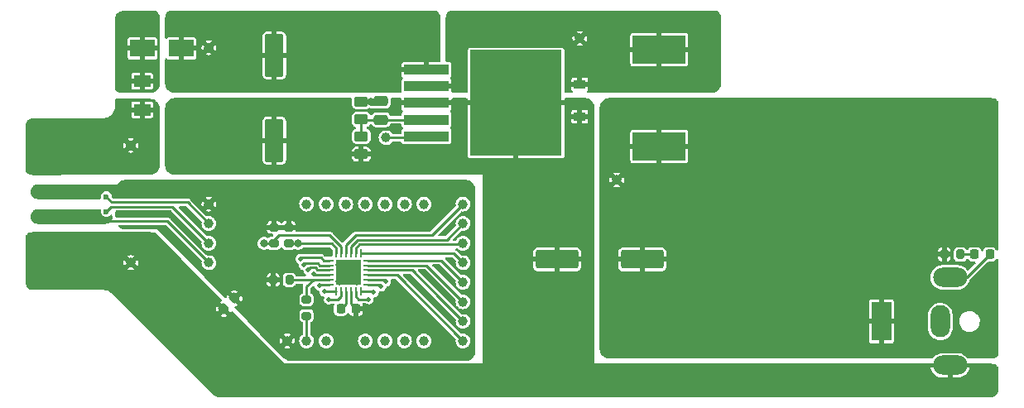
<source format=gbr>
%TF.GenerationSoftware,KiCad,Pcbnew,6.0.11+dfsg-1~bpo11+1*%
%TF.CreationDate,2024-03-27T19:00:14-04:00*%
%TF.ProjectId,Module - Adjustable single rail PSU,4d6f6475-6c65-4202-9d20-41646a757374,1.0.0*%
%TF.SameCoordinates,Original*%
%TF.FileFunction,Copper,L1,Top*%
%TF.FilePolarity,Positive*%
%FSLAX46Y46*%
G04 Gerber Fmt 4.6, Leading zero omitted, Abs format (unit mm)*
G04 Created by KiCad (PCBNEW 6.0.11+dfsg-1~bpo11+1) date 2024-03-27 19:00:14*
%MOMM*%
%LPD*%
G01*
G04 APERTURE LIST*
G04 Aperture macros list*
%AMRoundRect*
0 Rectangle with rounded corners*
0 $1 Rounding radius*
0 $2 $3 $4 $5 $6 $7 $8 $9 X,Y pos of 4 corners*
0 Add a 4 corners polygon primitive as box body*
4,1,4,$2,$3,$4,$5,$6,$7,$8,$9,$2,$3,0*
0 Add four circle primitives for the rounded corners*
1,1,$1+$1,$2,$3*
1,1,$1+$1,$4,$5*
1,1,$1+$1,$6,$7*
1,1,$1+$1,$8,$9*
0 Add four rect primitives between the rounded corners*
20,1,$1+$1,$2,$3,$4,$5,0*
20,1,$1+$1,$4,$5,$6,$7,0*
20,1,$1+$1,$6,$7,$8,$9,0*
20,1,$1+$1,$8,$9,$2,$3,0*%
G04 Aperture macros list end*
%TA.AperFunction,SMDPad,CuDef*%
%ADD10RoundRect,0.225000X-0.017678X0.335876X-0.335876X0.017678X0.017678X-0.335876X0.335876X-0.017678X0*%
%TD*%
%TA.AperFunction,SMDPad,CuDef*%
%ADD11RoundRect,0.200000X-0.200000X-0.275000X0.200000X-0.275000X0.200000X0.275000X-0.200000X0.275000X0*%
%TD*%
%TA.AperFunction,ComponentPad*%
%ADD12C,1.000000*%
%TD*%
%TA.AperFunction,SMDPad,CuDef*%
%ADD13RoundRect,0.225000X0.225000X0.250000X-0.225000X0.250000X-0.225000X-0.250000X0.225000X-0.250000X0*%
%TD*%
%TA.AperFunction,SMDPad,CuDef*%
%ADD14R,5.400000X2.900000*%
%TD*%
%TA.AperFunction,SMDPad,CuDef*%
%ADD15R,1.730000X1.190000*%
%TD*%
%TA.AperFunction,SMDPad,CuDef*%
%ADD16RoundRect,0.200000X-0.275000X0.200000X-0.275000X-0.200000X0.275000X-0.200000X0.275000X0.200000X0*%
%TD*%
%TA.AperFunction,SMDPad,CuDef*%
%ADD17RoundRect,0.218750X0.218750X0.256250X-0.218750X0.256250X-0.218750X-0.256250X0.218750X-0.256250X0*%
%TD*%
%TA.AperFunction,SMDPad,CuDef*%
%ADD18RoundRect,0.250000X-0.450000X0.262500X-0.450000X-0.262500X0.450000X-0.262500X0.450000X0.262500X0*%
%TD*%
%TA.AperFunction,SMDPad,CuDef*%
%ADD19R,1.200000X0.900000*%
%TD*%
%TA.AperFunction,SMDPad,CuDef*%
%ADD20RoundRect,0.250000X1.950000X0.700000X-1.950000X0.700000X-1.950000X-0.700000X1.950000X-0.700000X0*%
%TD*%
%TA.AperFunction,SMDPad,CuDef*%
%ADD21RoundRect,0.062500X0.062500X-0.350000X0.062500X0.350000X-0.062500X0.350000X-0.062500X-0.350000X0*%
%TD*%
%TA.AperFunction,SMDPad,CuDef*%
%ADD22RoundRect,0.062500X0.350000X-0.062500X0.350000X0.062500X-0.350000X0.062500X-0.350000X-0.062500X0*%
%TD*%
%TA.AperFunction,SMDPad,CuDef*%
%ADD23R,2.600000X2.600000*%
%TD*%
%TA.AperFunction,SMDPad,CuDef*%
%ADD24RoundRect,0.250000X-0.700000X1.950000X-0.700000X-1.950000X0.700000X-1.950000X0.700000X1.950000X0*%
%TD*%
%TA.AperFunction,SMDPad,CuDef*%
%ADD25RoundRect,0.250000X-0.475000X0.250000X-0.475000X-0.250000X0.475000X-0.250000X0.475000X0.250000X0*%
%TD*%
%TA.AperFunction,SMDPad,CuDef*%
%ADD26R,4.600000X1.100000*%
%TD*%
%TA.AperFunction,SMDPad,CuDef*%
%ADD27R,9.400000X10.800000*%
%TD*%
%TA.AperFunction,ComponentPad*%
%ADD28R,2.000000X4.000000*%
%TD*%
%TA.AperFunction,ComponentPad*%
%ADD29O,2.000000X3.300000*%
%TD*%
%TA.AperFunction,ComponentPad*%
%ADD30O,3.500000X2.000000*%
%TD*%
%TA.AperFunction,SMDPad,CuDef*%
%ADD31R,2.500000X1.800000*%
%TD*%
%TA.AperFunction,ViaPad*%
%ADD32C,0.600000*%
%TD*%
%TA.AperFunction,ViaPad*%
%ADD33C,0.800000*%
%TD*%
%TA.AperFunction,ViaPad*%
%ADD34C,1.600000*%
%TD*%
%TA.AperFunction,ViaPad*%
%ADD35C,0.500000*%
%TD*%
%TA.AperFunction,Conductor*%
%ADD36C,0.250000*%
%TD*%
G04 APERTURE END LIST*
D10*
%TO.P,C2,1*%
%TO.N,I2C-Vcc*%
X71620008Y-109639992D03*
%TO.P,C2,2*%
%TO.N,GND*%
X70523992Y-110736008D03*
%TD*%
D11*
%TO.P,R3,1*%
%TO.N,I2C-Vcc*%
X75577000Y-107772000D03*
%TO.P,R3,2*%
%TO.N,/PA0*%
X77227000Y-107772000D03*
%TD*%
D12*
%TO.P,TP3,1,1*%
%TO.N,Dat0*%
X69000000Y-106000000D03*
%TD*%
%TO.P,TP1,1,1*%
%TO.N,Vsrc*%
X61000000Y-94000000D03*
%TD*%
%TO.P,TPc4,1,1*%
%TO.N,PC4*%
X89000000Y-114000000D03*
%TD*%
D13*
%TO.P,C1,1*%
%TO.N,I2C-Vcc*%
X84035000Y-110744000D03*
%TO.P,C1,2*%
%TO.N,GND*%
X82485000Y-110744000D03*
%TD*%
D14*
%TO.P,L1,1,1*%
%TO.N,/Vmid*%
X115062000Y-84204000D03*
%TO.P,L1,2,2*%
%TO.N,Vout*%
X115062000Y-94104000D03*
%TD*%
D12*
%TO.P,TPb4,1,1*%
%TO.N,PB4*%
X95000000Y-108000000D03*
%TD*%
D15*
%TO.P,F1,1*%
%TO.N,Vsrc*%
X62176000Y-90350000D03*
%TO.P,F1,2*%
%TO.N,/Vprot*%
X62176000Y-87450000D03*
%TD*%
D16*
%TO.P,R1,1*%
%TO.N,I2C-Vcc*%
X77164000Y-102375000D03*
%TO.P,R1,2*%
%TO.N,SDA*%
X77164000Y-104025000D03*
%TD*%
D17*
%TO.P,D3,1,K*%
%TO.N,GND*%
X148869500Y-105156000D03*
%TO.P,D3,2,A*%
%TO.N,Net-(D3-Pad2)*%
X147294500Y-105156000D03*
%TD*%
D12*
%TO.P,TPa2,1,1*%
%TO.N,PA2*%
X81000000Y-100000000D03*
%TD*%
%TO.P,TPc5,1,1*%
%TO.N,PC5*%
X91000000Y-114000000D03*
%TD*%
D16*
%TO.P,R4,1*%
%TO.N,/PA0*%
X79000000Y-109775000D03*
%TO.P,R4,2*%
%TO.N,~{RESET}*%
X79000000Y-111425000D03*
%TD*%
D12*
%TO.P,TP20,1,1*%
%TO.N,Vout*%
X110700000Y-97536000D03*
%TD*%
D18*
%TO.P,R5,1*%
%TO.N,Vout*%
X84582000Y-89511500D03*
%TO.P,R5,2*%
%TO.N,/Feedback*%
X84582000Y-91336500D03*
%TD*%
D12*
%TO.P,TPa4,1,1*%
%TO.N,PA4*%
X85000000Y-100000000D03*
%TD*%
D19*
%TO.P,D2,1,K*%
%TO.N,/Vmid*%
X106934000Y-87758000D03*
%TO.P,D2,2,A*%
%TO.N,GND*%
X106934000Y-91058000D03*
%TD*%
D12*
%TO.P,TP11,1,1*%
%TO.N,PA1*%
X87122000Y-93218000D03*
%TD*%
%TO.P,TP19,1,1*%
%TO.N,GND*%
X81000000Y-114000000D03*
%TD*%
D20*
%TO.P,C5,1*%
%TO.N,Vout*%
X113316000Y-105664000D03*
%TO.P,C5,2*%
%TO.N,GND*%
X104616000Y-105664000D03*
%TD*%
D12*
%TO.P,TPb1,1,1*%
%TO.N,PB1*%
X95000000Y-102000000D03*
%TD*%
%TO.P,TPc2,1,1*%
%TO.N,PC2*%
X85000000Y-114000000D03*
%TD*%
%TO.P,TPa7,1,1*%
%TO.N,PA7*%
X91000000Y-100000000D03*
%TD*%
D21*
%TO.P,U1,1,PA2*%
%TO.N,PA2*%
X82010000Y-108947500D03*
%TO.P,U1,2,PA3*%
%TO.N,PA3*%
X82510000Y-108947500D03*
%TO.P,U1,3,GND*%
%TO.N,GND*%
X83010000Y-108947500D03*
%TO.P,U1,4,VCC*%
%TO.N,I2C-Vcc*%
X83510000Y-108947500D03*
%TO.P,U1,5,PA4*%
%TO.N,PA4*%
X84010000Y-108947500D03*
%TO.P,U1,6,PA5*%
%TO.N,PA5*%
X84510000Y-108947500D03*
D22*
%TO.P,U1,7,PA6*%
%TO.N,PA6*%
X85197500Y-108260000D03*
%TO.P,U1,8,PA7*%
%TO.N,PA7*%
X85197500Y-107760000D03*
%TO.P,U1,9,PB7*%
%TO.N,PB7*%
X85197500Y-107260000D03*
%TO.P,U1,10,PB6*%
%TO.N,PB6*%
X85197500Y-106760000D03*
%TO.P,U1,11,PB5*%
%TO.N,PB5*%
X85197500Y-106260000D03*
%TO.P,U1,12,PB4*%
%TO.N,PB4*%
X85197500Y-105760000D03*
D21*
%TO.P,U1,13,PB3*%
%TO.N,PB3*%
X84510000Y-105072500D03*
%TO.P,U1,14,PB2*%
%TO.N,PB2*%
X84010000Y-105072500D03*
%TO.P,U1,15,PB1*%
%TO.N,PB1*%
X83510000Y-105072500D03*
%TO.P,U1,16,PB0*%
%TO.N,PB0*%
X83010000Y-105072500D03*
%TO.P,U1,17,PC0*%
%TO.N,SCL*%
X82510000Y-105072500D03*
%TO.P,U1,18,PC1*%
%TO.N,SDA*%
X82010000Y-105072500D03*
D22*
%TO.P,U1,19,PC2*%
%TO.N,PC2*%
X81322500Y-105760000D03*
%TO.P,U1,20,PC3*%
%TO.N,PC3*%
X81322500Y-106260000D03*
%TO.P,U1,21,PC4*%
%TO.N,PC4*%
X81322500Y-106760000D03*
%TO.P,U1,22,PC5*%
%TO.N,PC5*%
X81322500Y-107260000D03*
%TO.P,U1,23,~{RESET}/PA0*%
%TO.N,/PA0*%
X81322500Y-107760000D03*
%TO.P,U1,24,PA1*%
%TO.N,PA1*%
X81322500Y-108260000D03*
D23*
%TO.P,U1,25,GND*%
%TO.N,GND*%
X83260000Y-107010000D03*
%TD*%
D24*
%TO.P,C4,1*%
%TO.N,/Vin*%
X75692000Y-84804000D03*
%TO.P,C4,2*%
%TO.N,GND*%
X75692000Y-93504000D03*
%TD*%
D12*
%TO.P,TP2,1,1*%
%TO.N,GND*%
X61000000Y-106000000D03*
%TD*%
%TO.P,TPb5,1,1*%
%TO.N,PB5*%
X95000000Y-110000000D03*
%TD*%
D25*
%TO.P,C3,1*%
%TO.N,Vout*%
X86614000Y-89474000D03*
%TO.P,C3,2*%
%TO.N,/Feedback*%
X86614000Y-91374000D03*
%TD*%
D12*
%TO.P,TP7,1,1*%
%TO.N,/Vin*%
X69000000Y-84000000D03*
%TD*%
%TO.P,TP10,1,1*%
%TO.N,/Vmid*%
X106934000Y-83058000D03*
%TD*%
D11*
%TO.P,R7,1*%
%TO.N,Vout*%
X144209000Y-105156000D03*
%TO.P,R7,2*%
%TO.N,Net-(D3-Pad2)*%
X145859000Y-105156000D03*
%TD*%
D12*
%TO.P,TPa0,1,1*%
%TO.N,~{RESET}*%
X79000000Y-114000000D03*
%TD*%
%TO.P,TPa6,1,1*%
%TO.N,PA6*%
X89000000Y-100000000D03*
%TD*%
%TO.P,TPa1,1,1*%
%TO.N,PA1*%
X79000000Y-100000000D03*
%TD*%
%TO.P,TPb2,1,1*%
%TO.N,PB2*%
X95000000Y-104000000D03*
%TD*%
%TO.P,TP6,1,1*%
%TO.N,SCL*%
X69000000Y-104000000D03*
%TD*%
%TO.P,TP15,1,1*%
%TO.N,I2C-Vcc*%
X77000000Y-114000000D03*
%TD*%
D16*
%TO.P,R2,1*%
%TO.N,I2C-Vcc*%
X75640000Y-102375000D03*
%TO.P,R2,2*%
%TO.N,SCL*%
X75640000Y-104025000D03*
%TD*%
D12*
%TO.P,TPa5,1,1*%
%TO.N,PA5*%
X87000000Y-100000000D03*
%TD*%
D26*
%TO.P,U2,1,VIN*%
%TO.N,/Vin*%
X91253000Y-86262000D03*
%TO.P,U2,2,OUT*%
%TO.N,/Vmid*%
X91253000Y-87962000D03*
D27*
%TO.P,U2,3,GND*%
%TO.N,GND*%
X100403000Y-89662000D03*
D26*
X91253000Y-89662000D03*
%TO.P,U2,4,FB*%
%TO.N,/Feedback*%
X91253000Y-91362000D03*
%TO.P,U2,5,~{ON}/OFF*%
%TO.N,PA1*%
X91253000Y-93062000D03*
%TD*%
D12*
%TO.P,TPb7,1,1*%
%TO.N,PB7*%
X95000000Y-114000000D03*
%TD*%
%TO.P,TPb0,1,1*%
%TO.N,PB0*%
X95000000Y-100000000D03*
%TD*%
D28*
%TO.P,J1,1*%
%TO.N,Vout*%
X137800000Y-112000000D03*
D29*
%TO.P,J1,2*%
%TO.N,GND*%
X143800000Y-112000000D03*
D30*
%TO.P,J1,3,MP*%
X144800000Y-116500000D03*
%TO.P,J1,4,MP*%
X144800000Y-107500000D03*
%TD*%
D12*
%TO.P,TPb3,1,1*%
%TO.N,PB3*%
X95000000Y-106000000D03*
%TD*%
D31*
%TO.P,D1,1,K*%
%TO.N,/Vin*%
X66200000Y-84074000D03*
%TO.P,D1,2,A*%
%TO.N,/Vprot*%
X62200000Y-84074000D03*
%TD*%
D12*
%TO.P,TPc3,1,1*%
%TO.N,PC3*%
X87000000Y-114000000D03*
%TD*%
%TO.P,TPa3,1,1*%
%TO.N,PA3*%
X83000000Y-100000000D03*
%TD*%
%TO.P,TP4,1,1*%
%TO.N,I2C-Vcc*%
X69000000Y-100000000D03*
%TD*%
%TO.P,TP5,1,1*%
%TO.N,SDA*%
X69000000Y-102000000D03*
%TD*%
%TO.P,TPb6,1,1*%
%TO.N,PB6*%
X95000000Y-112000000D03*
%TD*%
D18*
%TO.P,R6,1*%
%TO.N,/Feedback*%
X84582000Y-93067500D03*
%TO.P,R6,2*%
%TO.N,GND*%
X84582000Y-94892500D03*
%TD*%
D32*
%TO.N,I2C-Vcc*%
X58500000Y-98240000D03*
D33*
%TO.N,GND*%
X82360000Y-106200000D03*
D34*
X70040000Y-119000000D03*
D33*
X83260000Y-107010000D03*
D34*
X74000000Y-119000000D03*
X97282000Y-93472000D03*
X63000000Y-104000000D03*
X148000000Y-119000000D03*
X97282000Y-85852000D03*
X100584000Y-89662000D03*
X65532000Y-90170000D03*
X103886000Y-93472000D03*
D33*
X84160000Y-106200000D03*
X82360000Y-107900000D03*
D34*
X94742000Y-119000000D03*
X65532000Y-96012000D03*
X59000000Y-104000000D03*
X103886000Y-86106000D03*
D33*
X82485000Y-110701500D03*
X84160000Y-107900000D03*
D32*
%TO.N,Dat0*%
X58500000Y-101760000D03*
%TO.N,SDA*%
X58500000Y-99240000D03*
D33*
X78117000Y-104025000D03*
%TO.N,SCL*%
X74624000Y-104025000D03*
D32*
X58500000Y-100760000D03*
D35*
%TO.N,PA4*%
X85344000Y-109734193D03*
%TO.N,PA5*%
X85852000Y-109042000D03*
%TO.N,PA6*%
X86614000Y-108458000D03*
%TO.N,PA7*%
X87122000Y-107950000D03*
%TO.N,PA1*%
X80278500Y-108334500D03*
%TO.N,PA2*%
X80806212Y-108947500D03*
%TO.N,PA3*%
X81280000Y-109767057D03*
%TO.N,PC2*%
X78368658Y-105608314D03*
%TO.N,PC3*%
X78679577Y-106234919D03*
%TO.N,PC4*%
X79169830Y-106733874D03*
%TO.N,PC5*%
X79704000Y-107185500D03*
D34*
%TO.N,Vsrc*%
X63000000Y-96000000D03*
X59000000Y-96000000D03*
D33*
%TO.N,Vout*%
X85598000Y-89511500D03*
%TD*%
D36*
%TO.N,I2C-Vcc*%
X83510000Y-110219000D02*
X84035000Y-110744000D01*
X83510000Y-108947500D02*
X83510000Y-110219000D01*
%TO.N,GND*%
X82485000Y-110744000D02*
X83010000Y-110219000D01*
X146525500Y-107500000D02*
X148869500Y-105156000D01*
X144800000Y-107500000D02*
X146525500Y-107500000D01*
X83010000Y-110219000D02*
X83010000Y-108947500D01*
%TO.N,~{RESET}*%
X79000000Y-114000000D02*
X79000000Y-111425000D01*
%TO.N,Dat0*%
X58500000Y-101760000D02*
X64760000Y-101760000D01*
X64760000Y-101760000D02*
X69000000Y-106000000D01*
%TO.N,SDA*%
X77164000Y-104025000D02*
X78117000Y-104025000D01*
X82010000Y-105072500D02*
X82010000Y-104490000D01*
X66822000Y-99822000D02*
X69000000Y-102000000D01*
X81545000Y-104025000D02*
X78117000Y-104025000D01*
X59082000Y-99822000D02*
X66822000Y-99822000D01*
X82010000Y-104490000D02*
X81545000Y-104025000D01*
X58500000Y-99240000D02*
X59082000Y-99822000D01*
%TO.N,SCL*%
X58500000Y-100760000D02*
X58988000Y-100272000D01*
X74624000Y-104025000D02*
X75640000Y-104025000D01*
X82510000Y-105072500D02*
X82510000Y-104353604D01*
X75640000Y-103708000D02*
X75640000Y-104025000D01*
X65272000Y-100272000D02*
X69000000Y-104000000D01*
X58988000Y-100272000D02*
X65272000Y-100272000D01*
X82510000Y-104353604D02*
X81356396Y-103200000D01*
X76148000Y-103200000D02*
X75640000Y-103708000D01*
X81356396Y-103200000D02*
X76148000Y-103200000D01*
%TO.N,/PA0*%
X79692000Y-107760000D02*
X78994000Y-108458000D01*
X81322500Y-107760000D02*
X77239000Y-107760000D01*
X81322500Y-107760000D02*
X79692000Y-107760000D01*
X78994000Y-108458000D02*
X78994000Y-109769000D01*
X78994000Y-109769000D02*
X79000000Y-109775000D01*
X77239000Y-107760000D02*
X77227000Y-107772000D01*
%TO.N,PA4*%
X85344000Y-109734193D02*
X84336185Y-109734193D01*
X84336185Y-109734193D02*
X84010000Y-109408008D01*
X84010000Y-109408008D02*
X84010000Y-108947500D01*
%TO.N,PA5*%
X85757500Y-108947500D02*
X84510000Y-108947500D01*
X85852000Y-109042000D02*
X85757500Y-108947500D01*
%TO.N,PA6*%
X86416000Y-108260000D02*
X85197500Y-108260000D01*
X86614000Y-108458000D02*
X86416000Y-108260000D01*
%TO.N,PA7*%
X86932000Y-107760000D02*
X85197500Y-107760000D01*
X87122000Y-107950000D02*
X86932000Y-107760000D01*
%TO.N,PB2*%
X84614000Y-104140000D02*
X84582000Y-104108000D01*
X84582000Y-104108000D02*
X84384000Y-104108000D01*
X84010000Y-104482000D02*
X84010000Y-105072500D01*
X94860000Y-104140000D02*
X84614000Y-104140000D01*
X84384000Y-104108000D02*
X84010000Y-104482000D01*
X95000000Y-104000000D02*
X94860000Y-104140000D01*
%TO.N,PB3*%
X95000000Y-106000000D02*
X94072500Y-105072500D01*
X94072500Y-105072500D02*
X84510000Y-105072500D01*
%TO.N,PA1*%
X80353000Y-108260000D02*
X81322500Y-108260000D01*
X80278500Y-108334500D02*
X80353000Y-108260000D01*
X87122000Y-93218000D02*
X91097000Y-93218000D01*
X91097000Y-93218000D02*
X91253000Y-93062000D01*
%TO.N,PA2*%
X80806212Y-108947500D02*
X82010000Y-108947500D01*
%TO.N,PA3*%
X82150951Y-109767057D02*
X82510000Y-109408008D01*
X81280000Y-109767057D02*
X82150951Y-109767057D01*
X82510000Y-109408008D02*
X82510000Y-108947500D01*
%TO.N,PB0*%
X83010000Y-104209208D02*
X83010000Y-105072500D01*
X84011208Y-103208000D02*
X83010000Y-104209208D01*
X95000000Y-100000000D02*
X91792000Y-103208000D01*
X91792000Y-103208000D02*
X84011208Y-103208000D01*
%TO.N,PB1*%
X84197604Y-103658000D02*
X83510000Y-104345604D01*
X93342000Y-103658000D02*
X84197604Y-103658000D01*
X95000000Y-102000000D02*
X93342000Y-103658000D01*
X83510000Y-104345604D02*
X83510000Y-105072500D01*
%TO.N,PB4*%
X92760000Y-105760000D02*
X85197500Y-105760000D01*
X95000000Y-108000000D02*
X92760000Y-105760000D01*
%TO.N,PB5*%
X95000000Y-110000000D02*
X91260000Y-106260000D01*
X91260000Y-106260000D02*
X85197500Y-106260000D01*
%TO.N,PB6*%
X95000000Y-112000000D02*
X92719000Y-109719000D01*
X85197500Y-106760000D02*
X89760000Y-106760000D01*
X89760000Y-106760000D02*
X92719000Y-109719000D01*
%TO.N,PB7*%
X88260000Y-107260000D02*
X95000000Y-114000000D01*
X85197500Y-107260000D02*
X88260000Y-107260000D01*
%TO.N,PC2*%
X80740000Y-105760000D02*
X80466000Y-105486000D01*
X81322500Y-105760000D02*
X80740000Y-105760000D01*
X80466000Y-105486000D02*
X78490972Y-105486000D01*
X78490972Y-105486000D02*
X78368658Y-105608314D01*
%TO.N,PC3*%
X78679577Y-106110568D02*
X78679577Y-106234919D01*
X78738145Y-106052000D02*
X78679577Y-106110568D01*
X81322500Y-106260000D02*
X80352396Y-106260000D01*
X80352396Y-106260000D02*
X80144396Y-106052000D01*
X80144396Y-106052000D02*
X78738145Y-106052000D01*
%TO.N,PC4*%
X81322500Y-106760000D02*
X80091673Y-106760000D01*
X79958000Y-106502000D02*
X79401704Y-106502000D01*
X80091673Y-106760000D02*
X79958000Y-106626327D01*
X79401704Y-106502000D02*
X79169830Y-106733874D01*
X79958000Y-106626327D02*
X79958000Y-106502000D01*
%TO.N,PC5*%
X79778500Y-107260000D02*
X79704000Y-107185500D01*
X81322500Y-107260000D02*
X79778500Y-107260000D01*
%TO.N,Vout*%
X86614000Y-89812500D02*
X85598000Y-89812500D01*
X86576500Y-89511500D02*
X86614000Y-89474000D01*
X84582000Y-89511500D02*
X86576500Y-89511500D01*
%TO.N,/Feedback*%
X84607500Y-91362000D02*
X91253000Y-91362000D01*
X84582000Y-91336500D02*
X84582000Y-93067500D01*
X84582000Y-91336500D02*
X84607500Y-91362000D01*
%TO.N,Net-(D3-Pad2)*%
X145859000Y-105156000D02*
X147294500Y-105156000D01*
%TD*%
%TA.AperFunction,Conductor*%
%TO.N,GND*%
G36*
X108458000Y-116332000D02*
G01*
X97028000Y-116332000D01*
X97028000Y-106408292D01*
X102162001Y-106408292D01*
X102162370Y-106415110D01*
X102167841Y-106465482D01*
X102171470Y-106480741D01*
X102216222Y-106600118D01*
X102224754Y-106615704D01*
X102300572Y-106716867D01*
X102313133Y-106729428D01*
X102414296Y-106805246D01*
X102429882Y-106813778D01*
X102549265Y-106858533D01*
X102564510Y-106862158D01*
X102614892Y-106867631D01*
X102621706Y-106868000D01*
X104343885Y-106868000D01*
X104359124Y-106863525D01*
X104360329Y-106862135D01*
X104362000Y-106854452D01*
X104362000Y-106849884D01*
X104870000Y-106849884D01*
X104874475Y-106865123D01*
X104875865Y-106866328D01*
X104883548Y-106867999D01*
X106610292Y-106867999D01*
X106617110Y-106867630D01*
X106667482Y-106862159D01*
X106682741Y-106858530D01*
X106802118Y-106813778D01*
X106817704Y-106805246D01*
X106918867Y-106729428D01*
X106931428Y-106716867D01*
X107007246Y-106615704D01*
X107015778Y-106600118D01*
X107060533Y-106480735D01*
X107064158Y-106465490D01*
X107069631Y-106415108D01*
X107070000Y-106408294D01*
X107070000Y-105936115D01*
X107065525Y-105920876D01*
X107064135Y-105919671D01*
X107056452Y-105918000D01*
X104888115Y-105918000D01*
X104872876Y-105922475D01*
X104871671Y-105923865D01*
X104870000Y-105931548D01*
X104870000Y-106849884D01*
X104362000Y-106849884D01*
X104362000Y-105936115D01*
X104357525Y-105920876D01*
X104356135Y-105919671D01*
X104348452Y-105918000D01*
X102180116Y-105918000D01*
X102164877Y-105922475D01*
X102163672Y-105923865D01*
X102162001Y-105931548D01*
X102162001Y-106408292D01*
X97028000Y-106408292D01*
X97028000Y-105391885D01*
X102162000Y-105391885D01*
X102166475Y-105407124D01*
X102167865Y-105408329D01*
X102175548Y-105410000D01*
X104343885Y-105410000D01*
X104359124Y-105405525D01*
X104360329Y-105404135D01*
X104362000Y-105396452D01*
X104362000Y-105391885D01*
X104870000Y-105391885D01*
X104874475Y-105407124D01*
X104875865Y-105408329D01*
X104883548Y-105410000D01*
X107051884Y-105410000D01*
X107067123Y-105405525D01*
X107068328Y-105404135D01*
X107069999Y-105396452D01*
X107069999Y-104919708D01*
X107069630Y-104912890D01*
X107064159Y-104862518D01*
X107060530Y-104847259D01*
X107015778Y-104727882D01*
X107007246Y-104712296D01*
X106931428Y-104611133D01*
X106918867Y-104598572D01*
X106817704Y-104522754D01*
X106802118Y-104514222D01*
X106682735Y-104469467D01*
X106667490Y-104465842D01*
X106617108Y-104460369D01*
X106610294Y-104460000D01*
X104888115Y-104460000D01*
X104872876Y-104464475D01*
X104871671Y-104465865D01*
X104870000Y-104473548D01*
X104870000Y-105391885D01*
X104362000Y-105391885D01*
X104362000Y-104478116D01*
X104357525Y-104462877D01*
X104356135Y-104461672D01*
X104348452Y-104460001D01*
X102621708Y-104460001D01*
X102614890Y-104460370D01*
X102564518Y-104465841D01*
X102549259Y-104469470D01*
X102429882Y-104514222D01*
X102414296Y-104522754D01*
X102313133Y-104598572D01*
X102300572Y-104611133D01*
X102224754Y-104712296D01*
X102216222Y-104727882D01*
X102171467Y-104847265D01*
X102167842Y-104862510D01*
X102162369Y-104912892D01*
X102162000Y-104919706D01*
X102162000Y-105391885D01*
X97028000Y-105391885D01*
X97028000Y-97028000D01*
X108458000Y-97028000D01*
X108458000Y-116332000D01*
G37*
%TD.AperFunction*%
%TD*%
%TA.AperFunction,Conductor*%
%TO.N,Vsrc*%
G36*
X62987899Y-89237360D02*
G01*
X63164132Y-89254682D01*
X63188311Y-89259482D01*
X63351850Y-89308985D01*
X63374626Y-89318398D01*
X63525409Y-89398800D01*
X63545912Y-89412464D01*
X63678164Y-89520693D01*
X63695604Y-89538078D01*
X63804248Y-89669980D01*
X63817979Y-89690443D01*
X63898856Y-89840962D01*
X63908344Y-89863713D01*
X63958368Y-90027099D01*
X63963243Y-90051259D01*
X63967493Y-90093124D01*
X63981126Y-90227438D01*
X63981769Y-90239755D01*
X63982886Y-90591338D01*
X64000086Y-96005592D01*
X63999518Y-96017957D01*
X63982649Y-96194793D01*
X63977898Y-96219053D01*
X63928609Y-96383224D01*
X63919214Y-96406083D01*
X63838813Y-96557463D01*
X63825128Y-96578056D01*
X63756276Y-96662370D01*
X63716714Y-96710815D01*
X63699272Y-96728338D01*
X63675378Y-96748036D01*
X63567016Y-96837368D01*
X63546486Y-96851148D01*
X63395487Y-96932247D01*
X63372660Y-96941753D01*
X63208730Y-96991801D01*
X63184486Y-96996666D01*
X63007740Y-97014354D01*
X62995377Y-97014980D01*
X56686398Y-97024216D01*
X51007656Y-97032529D01*
X50995296Y-97031939D01*
X50818526Y-97014773D01*
X50794279Y-97009983D01*
X50630222Y-96960430D01*
X50607371Y-96950994D01*
X50583238Y-96938126D01*
X50456146Y-96870359D01*
X50435589Y-96856650D01*
X50303018Y-96748034D01*
X50285539Y-96730583D01*
X50283165Y-96727695D01*
X50255359Y-96662370D01*
X50254500Y-96647683D01*
X50254500Y-94683357D01*
X60681473Y-94683357D01*
X60684256Y-94687075D01*
X60809835Y-94733777D01*
X60823421Y-94737164D01*
X60977128Y-94757674D01*
X60991124Y-94757967D01*
X61145550Y-94743912D01*
X61159276Y-94741095D01*
X61306752Y-94693177D01*
X61311688Y-94690938D01*
X61318969Y-94683086D01*
X61315464Y-94674674D01*
X61012812Y-94372022D01*
X60998868Y-94364408D01*
X60997035Y-94364539D01*
X60990420Y-94368790D01*
X60688233Y-94670977D01*
X60681473Y-94683357D01*
X50254500Y-94683357D01*
X50254500Y-93996418D01*
X60241991Y-93996418D01*
X60257123Y-94150748D01*
X60260034Y-94164442D01*
X60308980Y-94311581D01*
X60309687Y-94313110D01*
X60316497Y-94319336D01*
X60325117Y-94315673D01*
X60627978Y-94012812D01*
X60634356Y-94001132D01*
X61364408Y-94001132D01*
X61364539Y-94002965D01*
X61368790Y-94009580D01*
X61670635Y-94311425D01*
X61683015Y-94318185D01*
X61686831Y-94315328D01*
X61732431Y-94195285D01*
X61735913Y-94181724D01*
X61757924Y-94025109D01*
X61758530Y-94017225D01*
X61758716Y-94003962D01*
X61758329Y-93996062D01*
X61740700Y-93838891D01*
X61737599Y-93825245D01*
X61690960Y-93691317D01*
X61682757Y-93679844D01*
X61678749Y-93680625D01*
X61678139Y-93681071D01*
X61372022Y-93987188D01*
X61364408Y-94001132D01*
X60634356Y-94001132D01*
X60635592Y-93998868D01*
X60635461Y-93997035D01*
X60631210Y-93990420D01*
X60328650Y-93687860D01*
X60316270Y-93681100D01*
X60312648Y-93683811D01*
X60264913Y-93814962D01*
X60261621Y-93828570D01*
X60242187Y-93982412D01*
X60241991Y-93996418D01*
X50254500Y-93996418D01*
X50254500Y-93316055D01*
X60680269Y-93316055D01*
X60684089Y-93324879D01*
X60987188Y-93627978D01*
X61001132Y-93635592D01*
X61002965Y-93635461D01*
X61009580Y-93631210D01*
X61312544Y-93328246D01*
X61319304Y-93315866D01*
X61316719Y-93312412D01*
X61316419Y-93312252D01*
X61179902Y-93263640D01*
X61166275Y-93260443D01*
X61012289Y-93242081D01*
X60998293Y-93241983D01*
X60844065Y-93258193D01*
X60830401Y-93261198D01*
X60685148Y-93310646D01*
X60680269Y-93316055D01*
X50254500Y-93316055D01*
X50254500Y-91997476D01*
X50256921Y-91972894D01*
X50257065Y-91972170D01*
X50259486Y-91960000D01*
X50257065Y-91947830D01*
X50257065Y-91940144D01*
X50257672Y-91927793D01*
X50267609Y-91826908D01*
X50272425Y-91802691D01*
X50307649Y-91686574D01*
X50317093Y-91663774D01*
X50374292Y-91556761D01*
X50388011Y-91536230D01*
X50464981Y-91442444D01*
X50482444Y-91424981D01*
X50576230Y-91348011D01*
X50596761Y-91334292D01*
X50703774Y-91277093D01*
X50726574Y-91267649D01*
X50842691Y-91232425D01*
X50866908Y-91227609D01*
X50967793Y-91217672D01*
X50980144Y-91217065D01*
X50987830Y-91217065D01*
X51000000Y-91219486D01*
X51012897Y-91216921D01*
X51037476Y-91214500D01*
X58106524Y-91214500D01*
X58131103Y-91216921D01*
X58144000Y-91219486D01*
X58153209Y-91217654D01*
X58340854Y-91202886D01*
X58345661Y-91201732D01*
X58345667Y-91201731D01*
X58466853Y-91172637D01*
X58532860Y-91156790D01*
X58626971Y-91117808D01*
X58710718Y-91083119D01*
X58710722Y-91083117D01*
X58715292Y-91081224D01*
X58883657Y-90978050D01*
X58887412Y-90974843D01*
X58887416Y-90974840D01*
X58900309Y-90963828D01*
X61057001Y-90963828D01*
X61058209Y-90976088D01*
X61069315Y-91031931D01*
X61078633Y-91054427D01*
X61120983Y-91117808D01*
X61138192Y-91135017D01*
X61201575Y-91177368D01*
X61224066Y-91186684D01*
X61279915Y-91197793D01*
X61292170Y-91199000D01*
X61903885Y-91199000D01*
X61919124Y-91194525D01*
X61920329Y-91193135D01*
X61922000Y-91185452D01*
X61922000Y-91180884D01*
X62430000Y-91180884D01*
X62434475Y-91196123D01*
X62435865Y-91197328D01*
X62443548Y-91198999D01*
X63059828Y-91198999D01*
X63072088Y-91197791D01*
X63127931Y-91186685D01*
X63150427Y-91177367D01*
X63213808Y-91135017D01*
X63231017Y-91117808D01*
X63273368Y-91054425D01*
X63282684Y-91031934D01*
X63293793Y-90976085D01*
X63295000Y-90963830D01*
X63295000Y-90622115D01*
X63290525Y-90606876D01*
X63289135Y-90605671D01*
X63281452Y-90604000D01*
X62448115Y-90604000D01*
X62432876Y-90608475D01*
X62431671Y-90609865D01*
X62430000Y-90617548D01*
X62430000Y-91180884D01*
X61922000Y-91180884D01*
X61922000Y-90622115D01*
X61917525Y-90606876D01*
X61916135Y-90605671D01*
X61908452Y-90604000D01*
X61075116Y-90604000D01*
X61059877Y-90608475D01*
X61058672Y-90609865D01*
X61057001Y-90617548D01*
X61057001Y-90963828D01*
X58900309Y-90963828D01*
X59030052Y-90853016D01*
X59033808Y-90849808D01*
X59043230Y-90838776D01*
X59158840Y-90703416D01*
X59158843Y-90703412D01*
X59162050Y-90699657D01*
X59265224Y-90531292D01*
X59340790Y-90348860D01*
X59365655Y-90245290D01*
X59385731Y-90161667D01*
X59385732Y-90161661D01*
X59386886Y-90156854D01*
X59393101Y-90077885D01*
X61057000Y-90077885D01*
X61061475Y-90093124D01*
X61062865Y-90094329D01*
X61070548Y-90096000D01*
X61903885Y-90096000D01*
X61919124Y-90091525D01*
X61920329Y-90090135D01*
X61922000Y-90082452D01*
X61922000Y-90077885D01*
X62430000Y-90077885D01*
X62434475Y-90093124D01*
X62435865Y-90094329D01*
X62443548Y-90096000D01*
X63276884Y-90096000D01*
X63292123Y-90091525D01*
X63293328Y-90090135D01*
X63294999Y-90082452D01*
X63294999Y-89736172D01*
X63293791Y-89723912D01*
X63282685Y-89668069D01*
X63273367Y-89645573D01*
X63231017Y-89582192D01*
X63213808Y-89564983D01*
X63150425Y-89522632D01*
X63127934Y-89513316D01*
X63072085Y-89502207D01*
X63059830Y-89501000D01*
X62448115Y-89501000D01*
X62432876Y-89505475D01*
X62431671Y-89506865D01*
X62430000Y-89514548D01*
X62430000Y-90077885D01*
X61922000Y-90077885D01*
X61922000Y-89519116D01*
X61917525Y-89503877D01*
X61916135Y-89502672D01*
X61908452Y-89501001D01*
X61292172Y-89501001D01*
X61279912Y-89502209D01*
X61224069Y-89513315D01*
X61201573Y-89522633D01*
X61138192Y-89564983D01*
X61120983Y-89582192D01*
X61078632Y-89645575D01*
X61069316Y-89668066D01*
X61058207Y-89723915D01*
X61057000Y-89736170D01*
X61057000Y-90077885D01*
X59393101Y-90077885D01*
X59401654Y-89969209D01*
X59403486Y-89960000D01*
X59400921Y-89947103D01*
X59398500Y-89922524D01*
X59398500Y-89362756D01*
X59418502Y-89294635D01*
X59472158Y-89248142D01*
X59524500Y-89236756D01*
X62975574Y-89236756D01*
X62987899Y-89237360D01*
G37*
%TD.AperFunction*%
%TD*%
%TA.AperFunction,Conductor*%
%TO.N,I2C-Vcc*%
G36*
X59652000Y-99442500D02*
G01*
X59291384Y-99442500D01*
X59223263Y-99422498D01*
X59202289Y-99405595D01*
X59092954Y-99296260D01*
X59058928Y-99233948D01*
X59057127Y-99223611D01*
X59041306Y-99103432D01*
X59041305Y-99103430D01*
X59040228Y-99095246D01*
X58984355Y-98960358D01*
X58895474Y-98844526D01*
X58888924Y-98839500D01*
X58888921Y-98839497D01*
X58786196Y-98760673D01*
X58786194Y-98760672D01*
X58779643Y-98755645D01*
X58644754Y-98699772D01*
X58500000Y-98680715D01*
X58491812Y-98681793D01*
X58363432Y-98698694D01*
X58363430Y-98698695D01*
X58355246Y-98699772D01*
X58316327Y-98715893D01*
X58227986Y-98752485D01*
X58227984Y-98752486D01*
X58220358Y-98755645D01*
X58104526Y-98844526D01*
X58015645Y-98960358D01*
X57959772Y-99095246D01*
X57940715Y-99240000D01*
X57941793Y-99248188D01*
X57955138Y-99349554D01*
X57944199Y-99419703D01*
X57897071Y-99472801D01*
X57830216Y-99492000D01*
X51531079Y-99492000D01*
X51516971Y-99491208D01*
X51368543Y-99474484D01*
X51341037Y-99468206D01*
X51206784Y-99421228D01*
X51181365Y-99408987D01*
X51060918Y-99333306D01*
X51038858Y-99315713D01*
X50938287Y-99215142D01*
X50920694Y-99193082D01*
X50845013Y-99072635D01*
X50832772Y-99047216D01*
X50805048Y-98967986D01*
X50785794Y-98912963D01*
X50779516Y-98885456D01*
X50763590Y-98744107D01*
X50763590Y-98715893D01*
X50779516Y-98574544D01*
X50785795Y-98547035D01*
X50832772Y-98412784D01*
X50845013Y-98387365D01*
X50920694Y-98266918D01*
X50938287Y-98244858D01*
X51038858Y-98144287D01*
X51060918Y-98126694D01*
X51181365Y-98051013D01*
X51206784Y-98038772D01*
X51341037Y-97991794D01*
X51368543Y-97985516D01*
X51516971Y-97968792D01*
X51531079Y-97968000D01*
X59652000Y-97968000D01*
X59652000Y-99442500D01*
G37*
%TD.AperFunction*%
%TD*%
%TA.AperFunction,Conductor*%
%TO.N,I2C-Vcc*%
G36*
X95272163Y-97536607D02*
G01*
X95448740Y-97553999D01*
X95472957Y-97558815D01*
X95636809Y-97608518D01*
X95659629Y-97617971D01*
X95810631Y-97698683D01*
X95831158Y-97712399D01*
X95963521Y-97821026D01*
X95980974Y-97838479D01*
X96089601Y-97970842D01*
X96103319Y-97991372D01*
X96184029Y-98142371D01*
X96193482Y-98165190D01*
X96243185Y-98329043D01*
X96248002Y-98353263D01*
X96265393Y-98529837D01*
X96266000Y-98542187D01*
X96266000Y-115071813D01*
X96265393Y-115084163D01*
X96248002Y-115260737D01*
X96243185Y-115284957D01*
X96193482Y-115448809D01*
X96184029Y-115471629D01*
X96103319Y-115622628D01*
X96089601Y-115643158D01*
X95980974Y-115775521D01*
X95963521Y-115792974D01*
X95831158Y-115901601D01*
X95810631Y-115915317D01*
X95718417Y-115964607D01*
X95659629Y-115996029D01*
X95636810Y-116005482D01*
X95472957Y-116055185D01*
X95448740Y-116060001D01*
X95272315Y-116077378D01*
X95272163Y-116077393D01*
X95259813Y-116078000D01*
X77388063Y-116078000D01*
X77375565Y-116077378D01*
X77331616Y-116072997D01*
X77196879Y-116059564D01*
X77172373Y-116054629D01*
X77061819Y-116020662D01*
X77006732Y-116003736D01*
X76983683Y-115994060D01*
X76831349Y-115911466D01*
X76810664Y-115897430D01*
X76672803Y-115782355D01*
X76663609Y-115773871D01*
X76525956Y-115633570D01*
X75593672Y-114683357D01*
X76681473Y-114683357D01*
X76684256Y-114687075D01*
X76809835Y-114733777D01*
X76823421Y-114737164D01*
X76977128Y-114757674D01*
X76991124Y-114757967D01*
X77145550Y-114743912D01*
X77159276Y-114741095D01*
X77306752Y-114693177D01*
X77311688Y-114690938D01*
X77318969Y-114683086D01*
X77315464Y-114674674D01*
X77012812Y-114372022D01*
X76998868Y-114364408D01*
X76997035Y-114364539D01*
X76990420Y-114368790D01*
X76688233Y-114670977D01*
X76681473Y-114683357D01*
X75593672Y-114683357D01*
X74919694Y-113996418D01*
X76241991Y-113996418D01*
X76257123Y-114150748D01*
X76260034Y-114164442D01*
X76308980Y-114311581D01*
X76309687Y-114313110D01*
X76316497Y-114319336D01*
X76325117Y-114315673D01*
X76627978Y-114012812D01*
X76634356Y-114001132D01*
X77364408Y-114001132D01*
X77364539Y-114002965D01*
X77368790Y-114009580D01*
X77670635Y-114311425D01*
X77683015Y-114318185D01*
X77686831Y-114315328D01*
X77732431Y-114195285D01*
X77735913Y-114181724D01*
X77757924Y-114025109D01*
X77758530Y-114017225D01*
X77758716Y-114003962D01*
X77758329Y-113996062D01*
X77757582Y-113989399D01*
X78240800Y-113989399D01*
X78257318Y-114157862D01*
X78310748Y-114318479D01*
X78314397Y-114324504D01*
X78341218Y-114368790D01*
X78398435Y-114463267D01*
X78403326Y-114468332D01*
X78403327Y-114468333D01*
X78427062Y-114492911D01*
X78516021Y-114585031D01*
X78657660Y-114677717D01*
X78816315Y-114736720D01*
X78823296Y-114737651D01*
X78823298Y-114737652D01*
X78977118Y-114758176D01*
X78977122Y-114758176D01*
X78984099Y-114759107D01*
X78991110Y-114758469D01*
X78991114Y-114758469D01*
X79145652Y-114744405D01*
X79152673Y-114743766D01*
X79313659Y-114691458D01*
X79459056Y-114604784D01*
X79581638Y-114488052D01*
X79585539Y-114482181D01*
X79671410Y-114352935D01*
X79671411Y-114352933D01*
X79675311Y-114347063D01*
X79735420Y-114188824D01*
X79758978Y-114021200D01*
X79759274Y-114000000D01*
X79758085Y-113989399D01*
X80240800Y-113989399D01*
X80257318Y-114157862D01*
X80310748Y-114318479D01*
X80314397Y-114324504D01*
X80341218Y-114368790D01*
X80398435Y-114463267D01*
X80403326Y-114468332D01*
X80403327Y-114468333D01*
X80427062Y-114492911D01*
X80516021Y-114585031D01*
X80657660Y-114677717D01*
X80816315Y-114736720D01*
X80823296Y-114737651D01*
X80823298Y-114737652D01*
X80977118Y-114758176D01*
X80977122Y-114758176D01*
X80984099Y-114759107D01*
X80991110Y-114758469D01*
X80991114Y-114758469D01*
X81145652Y-114744405D01*
X81152673Y-114743766D01*
X81313659Y-114691458D01*
X81459056Y-114604784D01*
X81581638Y-114488052D01*
X81585539Y-114482181D01*
X81671410Y-114352935D01*
X81671411Y-114352933D01*
X81675311Y-114347063D01*
X81735420Y-114188824D01*
X81758978Y-114021200D01*
X81759274Y-114000000D01*
X81758085Y-113989399D01*
X84240800Y-113989399D01*
X84257318Y-114157862D01*
X84310748Y-114318479D01*
X84314397Y-114324504D01*
X84341218Y-114368790D01*
X84398435Y-114463267D01*
X84403326Y-114468332D01*
X84403327Y-114468333D01*
X84427062Y-114492911D01*
X84516021Y-114585031D01*
X84657660Y-114677717D01*
X84816315Y-114736720D01*
X84823296Y-114737651D01*
X84823298Y-114737652D01*
X84977118Y-114758176D01*
X84977122Y-114758176D01*
X84984099Y-114759107D01*
X84991110Y-114758469D01*
X84991114Y-114758469D01*
X85145652Y-114744405D01*
X85152673Y-114743766D01*
X85313659Y-114691458D01*
X85459056Y-114604784D01*
X85581638Y-114488052D01*
X85585539Y-114482181D01*
X85671410Y-114352935D01*
X85671411Y-114352933D01*
X85675311Y-114347063D01*
X85735420Y-114188824D01*
X85758978Y-114021200D01*
X85759274Y-114000000D01*
X85758085Y-113989399D01*
X86240800Y-113989399D01*
X86257318Y-114157862D01*
X86310748Y-114318479D01*
X86314397Y-114324504D01*
X86341218Y-114368790D01*
X86398435Y-114463267D01*
X86403326Y-114468332D01*
X86403327Y-114468333D01*
X86427062Y-114492911D01*
X86516021Y-114585031D01*
X86657660Y-114677717D01*
X86816315Y-114736720D01*
X86823296Y-114737651D01*
X86823298Y-114737652D01*
X86977118Y-114758176D01*
X86977122Y-114758176D01*
X86984099Y-114759107D01*
X86991110Y-114758469D01*
X86991114Y-114758469D01*
X87145652Y-114744405D01*
X87152673Y-114743766D01*
X87313659Y-114691458D01*
X87459056Y-114604784D01*
X87581638Y-114488052D01*
X87585539Y-114482181D01*
X87671410Y-114352935D01*
X87671411Y-114352933D01*
X87675311Y-114347063D01*
X87735420Y-114188824D01*
X87758978Y-114021200D01*
X87759274Y-114000000D01*
X87758085Y-113989399D01*
X88240800Y-113989399D01*
X88257318Y-114157862D01*
X88310748Y-114318479D01*
X88314397Y-114324504D01*
X88341218Y-114368790D01*
X88398435Y-114463267D01*
X88403326Y-114468332D01*
X88403327Y-114468333D01*
X88427062Y-114492911D01*
X88516021Y-114585031D01*
X88657660Y-114677717D01*
X88816315Y-114736720D01*
X88823296Y-114737651D01*
X88823298Y-114737652D01*
X88977118Y-114758176D01*
X88977122Y-114758176D01*
X88984099Y-114759107D01*
X88991110Y-114758469D01*
X88991114Y-114758469D01*
X89145652Y-114744405D01*
X89152673Y-114743766D01*
X89313659Y-114691458D01*
X89459056Y-114604784D01*
X89581638Y-114488052D01*
X89585539Y-114482181D01*
X89671410Y-114352935D01*
X89671411Y-114352933D01*
X89675311Y-114347063D01*
X89735420Y-114188824D01*
X89758978Y-114021200D01*
X89759274Y-114000000D01*
X89758085Y-113989399D01*
X90240800Y-113989399D01*
X90257318Y-114157862D01*
X90310748Y-114318479D01*
X90314397Y-114324504D01*
X90341218Y-114368790D01*
X90398435Y-114463267D01*
X90403326Y-114468332D01*
X90403327Y-114468333D01*
X90427062Y-114492911D01*
X90516021Y-114585031D01*
X90657660Y-114677717D01*
X90816315Y-114736720D01*
X90823296Y-114737651D01*
X90823298Y-114737652D01*
X90977118Y-114758176D01*
X90977122Y-114758176D01*
X90984099Y-114759107D01*
X90991110Y-114758469D01*
X90991114Y-114758469D01*
X91145652Y-114744405D01*
X91152673Y-114743766D01*
X91313659Y-114691458D01*
X91459056Y-114604784D01*
X91581638Y-114488052D01*
X91585539Y-114482181D01*
X91671410Y-114352935D01*
X91671411Y-114352933D01*
X91675311Y-114347063D01*
X91735420Y-114188824D01*
X91758978Y-114021200D01*
X91759274Y-114000000D01*
X91752078Y-113935842D01*
X91741191Y-113838780D01*
X91741190Y-113838777D01*
X91740406Y-113831784D01*
X91684738Y-113671929D01*
X91595038Y-113528379D01*
X91475764Y-113408269D01*
X91459574Y-113397994D01*
X91421245Y-113373670D01*
X91332844Y-113317569D01*
X91305442Y-113307812D01*
X91180016Y-113263149D01*
X91180011Y-113263148D01*
X91173381Y-113260787D01*
X91166395Y-113259954D01*
X91166391Y-113259953D01*
X91047287Y-113245751D01*
X91005301Y-113240745D01*
X90998298Y-113241481D01*
X90998297Y-113241481D01*
X90843965Y-113257701D01*
X90843961Y-113257702D01*
X90836957Y-113258438D01*
X90830286Y-113260709D01*
X90683387Y-113310717D01*
X90683384Y-113310718D01*
X90676717Y-113312988D01*
X90670719Y-113316678D01*
X90670717Y-113316679D01*
X90538543Y-113397993D01*
X90538542Y-113397994D01*
X90532544Y-113401684D01*
X90411605Y-113520117D01*
X90319909Y-113662400D01*
X90309384Y-113691317D01*
X90264425Y-113814840D01*
X90264424Y-113814845D01*
X90262015Y-113821463D01*
X90240800Y-113989399D01*
X89758085Y-113989399D01*
X89752078Y-113935842D01*
X89741191Y-113838780D01*
X89741190Y-113838777D01*
X89740406Y-113831784D01*
X89684738Y-113671929D01*
X89595038Y-113528379D01*
X89475764Y-113408269D01*
X89459574Y-113397994D01*
X89421245Y-113373670D01*
X89332844Y-113317569D01*
X89305442Y-113307812D01*
X89180016Y-113263149D01*
X89180011Y-113263148D01*
X89173381Y-113260787D01*
X89166395Y-113259954D01*
X89166391Y-113259953D01*
X89047287Y-113245751D01*
X89005301Y-113240745D01*
X88998298Y-113241481D01*
X88998297Y-113241481D01*
X88843965Y-113257701D01*
X88843961Y-113257702D01*
X88836957Y-113258438D01*
X88830286Y-113260709D01*
X88683387Y-113310717D01*
X88683384Y-113310718D01*
X88676717Y-113312988D01*
X88670719Y-113316678D01*
X88670717Y-113316679D01*
X88538543Y-113397993D01*
X88538542Y-113397994D01*
X88532544Y-113401684D01*
X88411605Y-113520117D01*
X88319909Y-113662400D01*
X88309384Y-113691317D01*
X88264425Y-113814840D01*
X88264424Y-113814845D01*
X88262015Y-113821463D01*
X88240800Y-113989399D01*
X87758085Y-113989399D01*
X87752078Y-113935842D01*
X87741191Y-113838780D01*
X87741190Y-113838777D01*
X87740406Y-113831784D01*
X87684738Y-113671929D01*
X87595038Y-113528379D01*
X87475764Y-113408269D01*
X87459574Y-113397994D01*
X87421245Y-113373670D01*
X87332844Y-113317569D01*
X87305442Y-113307812D01*
X87180016Y-113263149D01*
X87180011Y-113263148D01*
X87173381Y-113260787D01*
X87166395Y-113259954D01*
X87166391Y-113259953D01*
X87047287Y-113245751D01*
X87005301Y-113240745D01*
X86998298Y-113241481D01*
X86998297Y-113241481D01*
X86843965Y-113257701D01*
X86843961Y-113257702D01*
X86836957Y-113258438D01*
X86830286Y-113260709D01*
X86683387Y-113310717D01*
X86683384Y-113310718D01*
X86676717Y-113312988D01*
X86670719Y-113316678D01*
X86670717Y-113316679D01*
X86538543Y-113397993D01*
X86538542Y-113397994D01*
X86532544Y-113401684D01*
X86411605Y-113520117D01*
X86319909Y-113662400D01*
X86309384Y-113691317D01*
X86264425Y-113814840D01*
X86264424Y-113814845D01*
X86262015Y-113821463D01*
X86240800Y-113989399D01*
X85758085Y-113989399D01*
X85752078Y-113935842D01*
X85741191Y-113838780D01*
X85741190Y-113838777D01*
X85740406Y-113831784D01*
X85684738Y-113671929D01*
X85595038Y-113528379D01*
X85475764Y-113408269D01*
X85459574Y-113397994D01*
X85421245Y-113373670D01*
X85332844Y-113317569D01*
X85305442Y-113307812D01*
X85180016Y-113263149D01*
X85180011Y-113263148D01*
X85173381Y-113260787D01*
X85166395Y-113259954D01*
X85166391Y-113259953D01*
X85047287Y-113245751D01*
X85005301Y-113240745D01*
X84998298Y-113241481D01*
X84998297Y-113241481D01*
X84843965Y-113257701D01*
X84843961Y-113257702D01*
X84836957Y-113258438D01*
X84830286Y-113260709D01*
X84683387Y-113310717D01*
X84683384Y-113310718D01*
X84676717Y-113312988D01*
X84670719Y-113316678D01*
X84670717Y-113316679D01*
X84538543Y-113397993D01*
X84538542Y-113397994D01*
X84532544Y-113401684D01*
X84411605Y-113520117D01*
X84319909Y-113662400D01*
X84309384Y-113691317D01*
X84264425Y-113814840D01*
X84264424Y-113814845D01*
X84262015Y-113821463D01*
X84240800Y-113989399D01*
X81758085Y-113989399D01*
X81752078Y-113935842D01*
X81741191Y-113838780D01*
X81741190Y-113838777D01*
X81740406Y-113831784D01*
X81684738Y-113671929D01*
X81595038Y-113528379D01*
X81475764Y-113408269D01*
X81459574Y-113397994D01*
X81421245Y-113373670D01*
X81332844Y-113317569D01*
X81305442Y-113307812D01*
X81180016Y-113263149D01*
X81180011Y-113263148D01*
X81173381Y-113260787D01*
X81166395Y-113259954D01*
X81166391Y-113259953D01*
X81047287Y-113245751D01*
X81005301Y-113240745D01*
X80998298Y-113241481D01*
X80998297Y-113241481D01*
X80843965Y-113257701D01*
X80843961Y-113257702D01*
X80836957Y-113258438D01*
X80830286Y-113260709D01*
X80683387Y-113310717D01*
X80683384Y-113310718D01*
X80676717Y-113312988D01*
X80670719Y-113316678D01*
X80670717Y-113316679D01*
X80538543Y-113397993D01*
X80538542Y-113397994D01*
X80532544Y-113401684D01*
X80411605Y-113520117D01*
X80319909Y-113662400D01*
X80309384Y-113691317D01*
X80264425Y-113814840D01*
X80264424Y-113814845D01*
X80262015Y-113821463D01*
X80240800Y-113989399D01*
X79758085Y-113989399D01*
X79752078Y-113935842D01*
X79741191Y-113838780D01*
X79741190Y-113838777D01*
X79740406Y-113831784D01*
X79684738Y-113671929D01*
X79595038Y-113528379D01*
X79475764Y-113408269D01*
X79437984Y-113384293D01*
X79391187Y-113330904D01*
X79379500Y-113277909D01*
X79379500Y-112159336D01*
X79399502Y-112091215D01*
X79453158Y-112044722D01*
X79463750Y-112040454D01*
X79490076Y-112031209D01*
X79600010Y-111950010D01*
X79681209Y-111840076D01*
X79726493Y-111711127D01*
X79729500Y-111679315D01*
X79729499Y-111170686D01*
X79726493Y-111138873D01*
X79681209Y-111009924D01*
X79600010Y-110899990D01*
X79490076Y-110818791D01*
X79361127Y-110773507D01*
X79353485Y-110772785D01*
X79353482Y-110772784D01*
X79338579Y-110771376D01*
X79329315Y-110770500D01*
X79000223Y-110770500D01*
X78670686Y-110770501D01*
X78667738Y-110770780D01*
X78667729Y-110770780D01*
X78646522Y-110772784D01*
X78646520Y-110772784D01*
X78638873Y-110773507D01*
X78509924Y-110818791D01*
X78399990Y-110899990D01*
X78318791Y-111009924D01*
X78273507Y-111138873D01*
X78270500Y-111170685D01*
X78270501Y-111679314D01*
X78273507Y-111711127D01*
X78318791Y-111840076D01*
X78399990Y-111950010D01*
X78509924Y-112031209D01*
X78536250Y-112040454D01*
X78593895Y-112081898D01*
X78619982Y-112147928D01*
X78620500Y-112159336D01*
X78620500Y-113277154D01*
X78600498Y-113345275D01*
X78560523Y-113384471D01*
X78532544Y-113401684D01*
X78411605Y-113520117D01*
X78319909Y-113662400D01*
X78309384Y-113691317D01*
X78264425Y-113814840D01*
X78264424Y-113814845D01*
X78262015Y-113821463D01*
X78240800Y-113989399D01*
X77757582Y-113989399D01*
X77740700Y-113838891D01*
X77737599Y-113825245D01*
X77690960Y-113691317D01*
X77682757Y-113679844D01*
X77678749Y-113680625D01*
X77678139Y-113681071D01*
X77372022Y-113987188D01*
X77364408Y-114001132D01*
X76634356Y-114001132D01*
X76635592Y-113998868D01*
X76635461Y-113997035D01*
X76631210Y-113990420D01*
X76328650Y-113687860D01*
X76316270Y-113681100D01*
X76312648Y-113683811D01*
X76264913Y-113814962D01*
X76261621Y-113828570D01*
X76242187Y-113982412D01*
X76241991Y-113996418D01*
X74919694Y-113996418D01*
X74252168Y-113316055D01*
X76680269Y-113316055D01*
X76684089Y-113324879D01*
X76987188Y-113627978D01*
X77001132Y-113635592D01*
X77002965Y-113635461D01*
X77009580Y-113631210D01*
X77312544Y-113328246D01*
X77319304Y-113315866D01*
X77316719Y-113312412D01*
X77316419Y-113312252D01*
X77179902Y-113263640D01*
X77166275Y-113260443D01*
X77012289Y-113242081D01*
X76998293Y-113241983D01*
X76844065Y-113258193D01*
X76830401Y-113261198D01*
X76685148Y-113310646D01*
X76680269Y-113316055D01*
X74252168Y-113316055D01*
X71647275Y-110661068D01*
X71613845Y-110598435D01*
X71619584Y-110527671D01*
X71662670Y-110471243D01*
X71719353Y-110448098D01*
X71764622Y-110441615D01*
X71781681Y-110436626D01*
X71891219Y-110386822D01*
X71904566Y-110378603D01*
X71941668Y-110348773D01*
X71943476Y-110347150D01*
X71950686Y-110333946D01*
X71950555Y-110332113D01*
X71946304Y-110325498D01*
X71261930Y-109641124D01*
X71984416Y-109641124D01*
X71984547Y-109642957D01*
X71988798Y-109649572D01*
X72302282Y-109963056D01*
X72316226Y-109970670D01*
X72318059Y-109970539D01*
X72324567Y-109966357D01*
X72328789Y-109961652D01*
X72358619Y-109924550D01*
X72366838Y-109911203D01*
X72416642Y-109801665D01*
X72421632Y-109784605D01*
X72438537Y-109666552D01*
X72438537Y-109648787D01*
X72421632Y-109530734D01*
X72416643Y-109513674D01*
X72366838Y-109404137D01*
X72358619Y-109390790D01*
X72328789Y-109353688D01*
X72324233Y-109348611D01*
X72310228Y-109334606D01*
X72296284Y-109326992D01*
X72294451Y-109327123D01*
X72287836Y-109331374D01*
X71992030Y-109627180D01*
X71984416Y-109641124D01*
X71261930Y-109641124D01*
X70937734Y-109316928D01*
X70923790Y-109309314D01*
X70921957Y-109309445D01*
X70915449Y-109313627D01*
X70911227Y-109318332D01*
X70881397Y-109355434D01*
X70873178Y-109368781D01*
X70823374Y-109478319D01*
X70818384Y-109495379D01*
X70814426Y-109523024D01*
X70784970Y-109587622D01*
X70725266Y-109626040D01*
X70654269Y-109626081D01*
X70599758Y-109593407D01*
X69964603Y-108946038D01*
X71289330Y-108946038D01*
X71289461Y-108947871D01*
X71293712Y-108954486D01*
X71607196Y-109267970D01*
X71621140Y-109275584D01*
X71622973Y-109275453D01*
X71629588Y-109271202D01*
X71925394Y-108975396D01*
X71933008Y-108961452D01*
X71932877Y-108959619D01*
X71928626Y-108953004D01*
X71911389Y-108935767D01*
X71906312Y-108931211D01*
X71869210Y-108901381D01*
X71855863Y-108893162D01*
X71746326Y-108843357D01*
X71729266Y-108838368D01*
X71611213Y-108821463D01*
X71593448Y-108821463D01*
X71475395Y-108838368D01*
X71458335Y-108843358D01*
X71348797Y-108893162D01*
X71335450Y-108901381D01*
X71298348Y-108931211D01*
X71296540Y-108932834D01*
X71289330Y-108946038D01*
X69964603Y-108946038D01*
X69132844Y-108098283D01*
X74923001Y-108098283D01*
X74923280Y-108104207D01*
X74925281Y-108125382D01*
X74928549Y-108140280D01*
X74968116Y-108252951D01*
X74976837Y-108269420D01*
X75046752Y-108364078D01*
X75059922Y-108377248D01*
X75154580Y-108447163D01*
X75171049Y-108455884D01*
X75283723Y-108495452D01*
X75298614Y-108498719D01*
X75309235Y-108499723D01*
X75320124Y-108496525D01*
X75321329Y-108495135D01*
X75323000Y-108487452D01*
X75323000Y-108482884D01*
X75831000Y-108482884D01*
X75835475Y-108498123D01*
X75836865Y-108499328D01*
X75840521Y-108500123D01*
X75855382Y-108498719D01*
X75870280Y-108495451D01*
X75982951Y-108455884D01*
X75999420Y-108447163D01*
X76094078Y-108377248D01*
X76107248Y-108364078D01*
X76177163Y-108269420D01*
X76185884Y-108252951D01*
X76225452Y-108140277D01*
X76228719Y-108125386D01*
X76230721Y-108104201D01*
X76231000Y-108098287D01*
X76231000Y-108044115D01*
X76226525Y-108028876D01*
X76225135Y-108027671D01*
X76217452Y-108026000D01*
X75849115Y-108026000D01*
X75833876Y-108030475D01*
X75832671Y-108031865D01*
X75831000Y-108039548D01*
X75831000Y-108482884D01*
X75323000Y-108482884D01*
X75323000Y-108044115D01*
X75318525Y-108028876D01*
X75317135Y-108027671D01*
X75309452Y-108026000D01*
X74941116Y-108026000D01*
X74925877Y-108030475D01*
X74924672Y-108031865D01*
X74923001Y-108039548D01*
X74923001Y-108098283D01*
X69132844Y-108098283D01*
X69063564Y-108027671D01*
X68545736Y-107499885D01*
X74923000Y-107499885D01*
X74927475Y-107515124D01*
X74928865Y-107516329D01*
X74936548Y-107518000D01*
X75304885Y-107518000D01*
X75320124Y-107513525D01*
X75321329Y-107512135D01*
X75323000Y-107504452D01*
X75323000Y-107499885D01*
X75831000Y-107499885D01*
X75835475Y-107515124D01*
X75836865Y-107516329D01*
X75844548Y-107518000D01*
X76212884Y-107518000D01*
X76228123Y-107513525D01*
X76229328Y-107512135D01*
X76230999Y-107504452D01*
X76230999Y-107445717D01*
X76230720Y-107439793D01*
X76228719Y-107418618D01*
X76225451Y-107403720D01*
X76185884Y-107291049D01*
X76177163Y-107274580D01*
X76107248Y-107179922D01*
X76094078Y-107166752D01*
X75999420Y-107096837D01*
X75982951Y-107088116D01*
X75870277Y-107048548D01*
X75855386Y-107045281D01*
X75844765Y-107044277D01*
X75833876Y-107047475D01*
X75832671Y-107048865D01*
X75831000Y-107056548D01*
X75831000Y-107499885D01*
X75323000Y-107499885D01*
X75323000Y-107061116D01*
X75318525Y-107045877D01*
X75317135Y-107044672D01*
X75313479Y-107043877D01*
X75298618Y-107045281D01*
X75283720Y-107048549D01*
X75171049Y-107088116D01*
X75154580Y-107096837D01*
X75059922Y-107166752D01*
X75046752Y-107179922D01*
X74976837Y-107274580D01*
X74968116Y-107291049D01*
X74928548Y-107403723D01*
X74925281Y-107418614D01*
X74923279Y-107439799D01*
X74923000Y-107445713D01*
X74923000Y-107499885D01*
X68545736Y-107499885D01*
X64048005Y-102915659D01*
X63754000Y-102616000D01*
X60442187Y-102616000D01*
X60429837Y-102615393D01*
X60253260Y-102598001D01*
X60229043Y-102593185D01*
X60065190Y-102543482D01*
X60042371Y-102534029D01*
X59965444Y-102492911D01*
X59891369Y-102453317D01*
X59870842Y-102439601D01*
X59777378Y-102362898D01*
X59737410Y-102304222D01*
X59735510Y-102233251D01*
X59772281Y-102172518D01*
X59836049Y-102141307D01*
X59857313Y-102139500D01*
X64550616Y-102139500D01*
X64618737Y-102159502D01*
X64639711Y-102176405D01*
X68220920Y-105757614D01*
X68254946Y-105819926D01*
X68256831Y-105862500D01*
X68240800Y-105989399D01*
X68257318Y-106157862D01*
X68310748Y-106318479D01*
X68398435Y-106463267D01*
X68403326Y-106468332D01*
X68403327Y-106468333D01*
X68444653Y-106511127D01*
X68516021Y-106585031D01*
X68657660Y-106677717D01*
X68816315Y-106736720D01*
X68823296Y-106737651D01*
X68823298Y-106737652D01*
X68977118Y-106758176D01*
X68977122Y-106758176D01*
X68984099Y-106759107D01*
X68991110Y-106758469D01*
X68991114Y-106758469D01*
X69145652Y-106744405D01*
X69152673Y-106743766D01*
X69313659Y-106691458D01*
X69433778Y-106619853D01*
X69453004Y-106608392D01*
X69453006Y-106608391D01*
X69459056Y-106604784D01*
X69581638Y-106488052D01*
X69585539Y-106482181D01*
X69671410Y-106352935D01*
X69671411Y-106352933D01*
X69675311Y-106347063D01*
X69735420Y-106188824D01*
X69750392Y-106082292D01*
X69758427Y-106025123D01*
X69758427Y-106025118D01*
X69758978Y-106021200D01*
X69759274Y-106000000D01*
X69752078Y-105935842D01*
X69741191Y-105838780D01*
X69741190Y-105838777D01*
X69740406Y-105831784D01*
X69684738Y-105671929D01*
X69595038Y-105528379D01*
X69475764Y-105408269D01*
X69332844Y-105317569D01*
X69305442Y-105307812D01*
X69180016Y-105263149D01*
X69180011Y-105263148D01*
X69173381Y-105260787D01*
X69166395Y-105259954D01*
X69166391Y-105259953D01*
X69047287Y-105245751D01*
X69005301Y-105240745D01*
X68998298Y-105241481D01*
X68998297Y-105241481D01*
X68858878Y-105256134D01*
X68789040Y-105243362D01*
X68756613Y-105219919D01*
X65066478Y-101529784D01*
X65051336Y-101511036D01*
X65050221Y-101509811D01*
X65044571Y-101501060D01*
X65036393Y-101494613D01*
X65036391Y-101494611D01*
X65018200Y-101480271D01*
X65013759Y-101476325D01*
X65013697Y-101476398D01*
X65009733Y-101473039D01*
X65006056Y-101469362D01*
X64990308Y-101458108D01*
X64985638Y-101454602D01*
X64945353Y-101422844D01*
X64936719Y-101419812D01*
X64929266Y-101414486D01*
X64880150Y-101399797D01*
X64874508Y-101397964D01*
X64833633Y-101383610D01*
X64833632Y-101383610D01*
X64826149Y-101380982D01*
X64820584Y-101380500D01*
X64817876Y-101380500D01*
X64815242Y-101380386D01*
X64815144Y-101380357D01*
X64815151Y-101380193D01*
X64814447Y-101380149D01*
X64808222Y-101378287D01*
X64754365Y-101380403D01*
X64749418Y-101380500D01*
X59562000Y-101380500D01*
X59493879Y-101360498D01*
X59447386Y-101306842D01*
X59436000Y-101254500D01*
X59436000Y-100777500D01*
X59456002Y-100709379D01*
X59509658Y-100662886D01*
X59562000Y-100651500D01*
X65062616Y-100651500D01*
X65130737Y-100671502D01*
X65151711Y-100688405D01*
X68220920Y-103757614D01*
X68254946Y-103819926D01*
X68256831Y-103862500D01*
X68240800Y-103989399D01*
X68257318Y-104157862D01*
X68310748Y-104318479D01*
X68314397Y-104324504D01*
X68394624Y-104456974D01*
X68398435Y-104463267D01*
X68403326Y-104468332D01*
X68403327Y-104468333D01*
X68454909Y-104521748D01*
X68516021Y-104585031D01*
X68657660Y-104677717D01*
X68816315Y-104736720D01*
X68823296Y-104737651D01*
X68823298Y-104737652D01*
X68977118Y-104758176D01*
X68977122Y-104758176D01*
X68984099Y-104759107D01*
X68991110Y-104758469D01*
X68991114Y-104758469D01*
X69145652Y-104744405D01*
X69152673Y-104743766D01*
X69313659Y-104691458D01*
X69414728Y-104631209D01*
X69453004Y-104608392D01*
X69453006Y-104608391D01*
X69459056Y-104604784D01*
X69581638Y-104488052D01*
X69592789Y-104471269D01*
X69671410Y-104352935D01*
X69671411Y-104352933D01*
X69675311Y-104347063D01*
X69735420Y-104188824D01*
X69746161Y-104112395D01*
X69758427Y-104025123D01*
X69758427Y-104025118D01*
X69758978Y-104021200D01*
X69759021Y-104018096D01*
X73964729Y-104018096D01*
X73965563Y-104025646D01*
X73980898Y-104164547D01*
X73982113Y-104175553D01*
X73984723Y-104182684D01*
X73984723Y-104182686D01*
X74020084Y-104279314D01*
X74036553Y-104324319D01*
X74040789Y-104330622D01*
X74040789Y-104330623D01*
X74115232Y-104441405D01*
X74124908Y-104455805D01*
X74130527Y-104460918D01*
X74130528Y-104460919D01*
X74233049Y-104554205D01*
X74242076Y-104562419D01*
X74381293Y-104638008D01*
X74534522Y-104678207D01*
X74618477Y-104679526D01*
X74685319Y-104680576D01*
X74685322Y-104680576D01*
X74692916Y-104680695D01*
X74847332Y-104645329D01*
X74947240Y-104595081D01*
X74969537Y-104583867D01*
X75039382Y-104571129D01*
X75101011Y-104595081D01*
X75149924Y-104631209D01*
X75278873Y-104676493D01*
X75286515Y-104677215D01*
X75286518Y-104677216D01*
X75301421Y-104678624D01*
X75310685Y-104679500D01*
X75639777Y-104679500D01*
X75969314Y-104679499D01*
X75972262Y-104679220D01*
X75972271Y-104679220D01*
X75993478Y-104677216D01*
X75993480Y-104677216D01*
X76001127Y-104676493D01*
X76130076Y-104631209D01*
X76240010Y-104550010D01*
X76300649Y-104467912D01*
X76357210Y-104425002D01*
X76427992Y-104419482D01*
X76490521Y-104453106D01*
X76503351Y-104467912D01*
X76563990Y-104550010D01*
X76673924Y-104631209D01*
X76802873Y-104676493D01*
X76810515Y-104677215D01*
X76810518Y-104677216D01*
X76825421Y-104678624D01*
X76834685Y-104679500D01*
X77163777Y-104679500D01*
X77493314Y-104679499D01*
X77496262Y-104679220D01*
X77496271Y-104679220D01*
X77517478Y-104677216D01*
X77517480Y-104677216D01*
X77525127Y-104676493D01*
X77654076Y-104631209D01*
X77661648Y-104625616D01*
X77661652Y-104625614D01*
X77677563Y-104613861D01*
X77744241Y-104589478D01*
X77812543Y-104604480D01*
X77874293Y-104638008D01*
X78027522Y-104678207D01*
X78111477Y-104679526D01*
X78178319Y-104680576D01*
X78178322Y-104680576D01*
X78185916Y-104680695D01*
X78340332Y-104645329D01*
X78413774Y-104608392D01*
X78475072Y-104577563D01*
X78475075Y-104577561D01*
X78481855Y-104574151D01*
X78487626Y-104569222D01*
X78487629Y-104569220D01*
X78596542Y-104476199D01*
X78596543Y-104476198D01*
X78602314Y-104471269D01*
X78612586Y-104456974D01*
X78668581Y-104413326D01*
X78714909Y-104404500D01*
X81335616Y-104404500D01*
X81403737Y-104424502D01*
X81424711Y-104441405D01*
X81593595Y-104610289D01*
X81627621Y-104672601D01*
X81630500Y-104699384D01*
X81630500Y-105254500D01*
X81610498Y-105322621D01*
X81556842Y-105369114D01*
X81504500Y-105380500D01*
X80949384Y-105380500D01*
X80881263Y-105360498D01*
X80860289Y-105343595D01*
X80772478Y-105255784D01*
X80757336Y-105237036D01*
X80756221Y-105235811D01*
X80750571Y-105227060D01*
X80742393Y-105220613D01*
X80742391Y-105220611D01*
X80724200Y-105206271D01*
X80719759Y-105202325D01*
X80719697Y-105202398D01*
X80715733Y-105199039D01*
X80712056Y-105195362D01*
X80696308Y-105184108D01*
X80691638Y-105180602D01*
X80651353Y-105148844D01*
X80642719Y-105145812D01*
X80635266Y-105140486D01*
X80586150Y-105125797D01*
X80580508Y-105123964D01*
X80539633Y-105109610D01*
X80539632Y-105109610D01*
X80532149Y-105106982D01*
X80526584Y-105106500D01*
X80523876Y-105106500D01*
X80521242Y-105106386D01*
X80521144Y-105106357D01*
X80521151Y-105106193D01*
X80520447Y-105106149D01*
X80514222Y-105104287D01*
X80460365Y-105106403D01*
X80455418Y-105106500D01*
X78544892Y-105106500D01*
X78520944Y-105103951D01*
X78519279Y-105103872D01*
X78509096Y-105101680D01*
X78487070Y-105104287D01*
X78475749Y-105105627D01*
X78460939Y-105106500D01*
X78459975Y-105106500D01*
X78448835Y-105105672D01*
X78443995Y-105104224D01*
X78435021Y-105104169D01*
X78435019Y-105104169D01*
X78371740Y-105103783D01*
X78299485Y-105103342D01*
X78290854Y-105105809D01*
X78290852Y-105105809D01*
X78169167Y-105140586D01*
X78169163Y-105140588D01*
X78160537Y-105143053D01*
X78152950Y-105147840D01*
X78152948Y-105147841D01*
X78045912Y-105215376D01*
X78038319Y-105220167D01*
X78032376Y-105226896D01*
X78032375Y-105226897D01*
X78017834Y-105243362D01*
X77942657Y-105328484D01*
X77938843Y-105336607D01*
X77938842Y-105336609D01*
X77909182Y-105399783D01*
X77881241Y-105459296D01*
X77879861Y-105468160D01*
X77879860Y-105468163D01*
X77870485Y-105528379D01*
X77859008Y-105602087D01*
X77860172Y-105610989D01*
X77860172Y-105610992D01*
X77867509Y-105667095D01*
X77877746Y-105745379D01*
X77935947Y-105877653D01*
X78028934Y-105988274D01*
X78036405Y-105993247D01*
X78036406Y-105993248D01*
X78123526Y-106051240D01*
X78169149Y-106105637D01*
X78178207Y-106175511D01*
X78171308Y-106219818D01*
X78171308Y-106219823D01*
X78169927Y-106228692D01*
X78171091Y-106237594D01*
X78171091Y-106237597D01*
X78180794Y-106311793D01*
X78188665Y-106371984D01*
X78246866Y-106504258D01*
X78339853Y-106614879D01*
X78347324Y-106619852D01*
X78347325Y-106619853D01*
X78452678Y-106689982D01*
X78452680Y-106689983D01*
X78460151Y-106694956D01*
X78468715Y-106697632D01*
X78468720Y-106697634D01*
X78545009Y-106721468D01*
X78587331Y-106734690D01*
X78646387Y-106774096D01*
X78674691Y-106838617D01*
X78678918Y-106870939D01*
X78737119Y-107003213D01*
X78830106Y-107113834D01*
X78837577Y-107118807D01*
X78837578Y-107118808D01*
X78883856Y-107149613D01*
X78929479Y-107204010D01*
X78938450Y-107274438D01*
X78907920Y-107338535D01*
X78847584Y-107375952D01*
X78814037Y-107380500D01*
X77957122Y-107380500D01*
X77889001Y-107360498D01*
X77842508Y-107306842D01*
X77838241Y-107296252D01*
X77836331Y-107290813D01*
X77836330Y-107290811D01*
X77833209Y-107281924D01*
X77752010Y-107171990D01*
X77642076Y-107090791D01*
X77513127Y-107045507D01*
X77505485Y-107044785D01*
X77505482Y-107044784D01*
X77490579Y-107043376D01*
X77481315Y-107042500D01*
X77227172Y-107042500D01*
X76972686Y-107042501D01*
X76969738Y-107042780D01*
X76969729Y-107042780D01*
X76948522Y-107044784D01*
X76948520Y-107044784D01*
X76940873Y-107045507D01*
X76933623Y-107048053D01*
X76932211Y-107048549D01*
X76811924Y-107090791D01*
X76701990Y-107171990D01*
X76620791Y-107281924D01*
X76575507Y-107410873D01*
X76572500Y-107442685D01*
X76572501Y-108101314D01*
X76572780Y-108104262D01*
X76572780Y-108104271D01*
X76574784Y-108125478D01*
X76575507Y-108133127D01*
X76620791Y-108262076D01*
X76701990Y-108372010D01*
X76811924Y-108453209D01*
X76940873Y-108498493D01*
X76948515Y-108499215D01*
X76948518Y-108499216D01*
X76963421Y-108500624D01*
X76972685Y-108501500D01*
X77226828Y-108501500D01*
X77481314Y-108501499D01*
X77484262Y-108501220D01*
X77484271Y-108501220D01*
X77505478Y-108499216D01*
X77505480Y-108499216D01*
X77513127Y-108498493D01*
X77521787Y-108495452D01*
X77544567Y-108487452D01*
X77642076Y-108453209D01*
X77752010Y-108372010D01*
X77833209Y-108262076D01*
X77844450Y-108230067D01*
X77846668Y-108223751D01*
X77888111Y-108166106D01*
X77954141Y-108140018D01*
X77965550Y-108139500D01*
X78523921Y-108139500D01*
X78592042Y-108159502D01*
X78638535Y-108213158D01*
X78648639Y-108283432D01*
X78644639Y-108301597D01*
X78636662Y-108328273D01*
X78633799Y-108337845D01*
X78631964Y-108343492D01*
X78620110Y-108377248D01*
X78614982Y-108391851D01*
X78614500Y-108397416D01*
X78614500Y-108400124D01*
X78614386Y-108402758D01*
X78614357Y-108402856D01*
X78614193Y-108402849D01*
X78614149Y-108403553D01*
X78612287Y-108409778D01*
X78614116Y-108456330D01*
X78614403Y-108463635D01*
X78614500Y-108468582D01*
X78614500Y-109042771D01*
X78594498Y-109110892D01*
X78540842Y-109157385D01*
X78530252Y-109161652D01*
X78509924Y-109168791D01*
X78399990Y-109249990D01*
X78318791Y-109359924D01*
X78273507Y-109488873D01*
X78270500Y-109520685D01*
X78270501Y-110029314D01*
X78273507Y-110061127D01*
X78318791Y-110190076D01*
X78399990Y-110300010D01*
X78509924Y-110381209D01*
X78638873Y-110426493D01*
X78646515Y-110427215D01*
X78646518Y-110427216D01*
X78661421Y-110428624D01*
X78670685Y-110429500D01*
X78999777Y-110429500D01*
X79329314Y-110429499D01*
X79332262Y-110429220D01*
X79332271Y-110429220D01*
X79353478Y-110427216D01*
X79353480Y-110427216D01*
X79361127Y-110426493D01*
X79490076Y-110381209D01*
X79600010Y-110300010D01*
X79681209Y-110190076D01*
X79726493Y-110061127D01*
X79728182Y-110043265D01*
X79728831Y-110036396D01*
X79729500Y-110029315D01*
X79729499Y-109520686D01*
X79728837Y-109513674D01*
X79727216Y-109496522D01*
X79727215Y-109496518D01*
X79726493Y-109488873D01*
X79681209Y-109359924D01*
X79600010Y-109249990D01*
X79490076Y-109168791D01*
X79457751Y-109157439D01*
X79400106Y-109115996D01*
X79374018Y-109049966D01*
X79373500Y-109038557D01*
X79373500Y-108667384D01*
X79393502Y-108599263D01*
X79410405Y-108578289D01*
X79577121Y-108411573D01*
X79639433Y-108377547D01*
X79710248Y-108382612D01*
X79767084Y-108425159D01*
X79786742Y-108465094D01*
X79787588Y-108471565D01*
X79845789Y-108603839D01*
X79851563Y-108610708D01*
X79860251Y-108621043D01*
X79938776Y-108714460D01*
X79946247Y-108719433D01*
X79946248Y-108719434D01*
X80051601Y-108789563D01*
X80051603Y-108789564D01*
X80059074Y-108794537D01*
X80067638Y-108797213D01*
X80067641Y-108797214D01*
X80132753Y-108817556D01*
X80195371Y-108837120D01*
X80197010Y-108837632D01*
X80196936Y-108837869D01*
X80256124Y-108866184D01*
X80293437Y-108926584D01*
X80296864Y-108943585D01*
X80311362Y-109054453D01*
X80315300Y-109084565D01*
X80373501Y-109216839D01*
X80379275Y-109223708D01*
X80422882Y-109275584D01*
X80466488Y-109327460D01*
X80473959Y-109332433D01*
X80473960Y-109332434D01*
X80579313Y-109402563D01*
X80579315Y-109402564D01*
X80586786Y-109407537D01*
X80595350Y-109410213D01*
X80595353Y-109410214D01*
X80650682Y-109427500D01*
X80715067Y-109447615D01*
X80774122Y-109487021D01*
X80802499Y-109552100D01*
X80797985Y-109604721D01*
X80796396Y-109609917D01*
X80792583Y-109618039D01*
X80791203Y-109626903D01*
X80791202Y-109626906D01*
X80773741Y-109739053D01*
X80770350Y-109760830D01*
X80771514Y-109769732D01*
X80771514Y-109769735D01*
X80780543Y-109838780D01*
X80789088Y-109904122D01*
X80847289Y-110036396D01*
X80853063Y-110043265D01*
X80930012Y-110134806D01*
X80940276Y-110147017D01*
X80947747Y-110151990D01*
X80947748Y-110151991D01*
X81053101Y-110222120D01*
X81053103Y-110222121D01*
X81060574Y-110227094D01*
X81069138Y-110229770D01*
X81069141Y-110229771D01*
X81101268Y-110239808D01*
X81198510Y-110270189D01*
X81342998Y-110272837D01*
X81363594Y-110267222D01*
X81473763Y-110237187D01*
X81473765Y-110237186D01*
X81482422Y-110234826D01*
X81595848Y-110165182D01*
X81661776Y-110146557D01*
X81696325Y-110146557D01*
X81764446Y-110166559D01*
X81810939Y-110220215D01*
X81821043Y-110290489D01*
X81814307Y-110316785D01*
X81789643Y-110382578D01*
X81786870Y-110389976D01*
X81780500Y-110448611D01*
X81780501Y-111039388D01*
X81780870Y-111042782D01*
X81780870Y-111042788D01*
X81786006Y-111090066D01*
X81786870Y-111098024D01*
X81813001Y-111167729D01*
X81827716Y-111206982D01*
X81835083Y-111226635D01*
X81840463Y-111233814D01*
X81840465Y-111233817D01*
X81912077Y-111329367D01*
X81917456Y-111336544D01*
X81924633Y-111341923D01*
X82020183Y-111413535D01*
X82020186Y-111413537D01*
X82027365Y-111418917D01*
X82035769Y-111422067D01*
X82035770Y-111422068D01*
X82148581Y-111464358D01*
X82148582Y-111464358D01*
X82155976Y-111467130D01*
X82163826Y-111467983D01*
X82163827Y-111467983D01*
X82183535Y-111470124D01*
X82214611Y-111473500D01*
X82484920Y-111473500D01*
X82755388Y-111473499D01*
X82758782Y-111473130D01*
X82758788Y-111473130D01*
X82806166Y-111467984D01*
X82806170Y-111467983D01*
X82814024Y-111467130D01*
X82942635Y-111418917D01*
X82949814Y-111413537D01*
X82949817Y-111413535D01*
X83045367Y-111341923D01*
X83052544Y-111336544D01*
X83057923Y-111329367D01*
X83129535Y-111233817D01*
X83129537Y-111233814D01*
X83134917Y-111226635D01*
X83142285Y-111206980D01*
X83184927Y-111150216D01*
X83251488Y-111125516D01*
X83320837Y-111140724D01*
X83370955Y-111191010D01*
X83378249Y-111206982D01*
X83382374Y-111217986D01*
X83390908Y-111233575D01*
X83462434Y-111329010D01*
X83474990Y-111341566D01*
X83570425Y-111413092D01*
X83586012Y-111421625D01*
X83698689Y-111463865D01*
X83713934Y-111467490D01*
X83761259Y-111472631D01*
X83763693Y-111472763D01*
X83778124Y-111468525D01*
X83779329Y-111467135D01*
X83781000Y-111459452D01*
X83781000Y-111454885D01*
X84289000Y-111454885D01*
X84293475Y-111470124D01*
X84294865Y-111471329D01*
X84302424Y-111472973D01*
X84308741Y-111472631D01*
X84356066Y-111467490D01*
X84371311Y-111463865D01*
X84483988Y-111421625D01*
X84499575Y-111413092D01*
X84595010Y-111341566D01*
X84607566Y-111329010D01*
X84679092Y-111233575D01*
X84687625Y-111217988D01*
X84729865Y-111105311D01*
X84733490Y-111090066D01*
X84738631Y-111042741D01*
X84739000Y-111035927D01*
X84739000Y-111016115D01*
X84734525Y-111000876D01*
X84733135Y-110999671D01*
X84725452Y-110998000D01*
X84307115Y-110998000D01*
X84291876Y-111002475D01*
X84290671Y-111003865D01*
X84289000Y-111011548D01*
X84289000Y-111454885D01*
X83781000Y-111454885D01*
X83781000Y-110616000D01*
X83801002Y-110547879D01*
X83854658Y-110501386D01*
X83907000Y-110490000D01*
X84720885Y-110490000D01*
X84736124Y-110485525D01*
X84737329Y-110484135D01*
X84739000Y-110476452D01*
X84739000Y-110452073D01*
X84738631Y-110445259D01*
X84733490Y-110397934D01*
X84729865Y-110382689D01*
X84692839Y-110283922D01*
X84687656Y-110213115D01*
X84721577Y-110150746D01*
X84783833Y-110116617D01*
X84810821Y-110113693D01*
X84965484Y-110113693D01*
X85035302Y-110134806D01*
X85052956Y-110146557D01*
X85117101Y-110189256D01*
X85117103Y-110189257D01*
X85124574Y-110194230D01*
X85133138Y-110196906D01*
X85133141Y-110196907D01*
X85185020Y-110213115D01*
X85262510Y-110237325D01*
X85406998Y-110239973D01*
X85444419Y-110229771D01*
X85537763Y-110204323D01*
X85537765Y-110204322D01*
X85546422Y-110201962D01*
X85669572Y-110126347D01*
X85766551Y-110019207D01*
X85808302Y-109933032D01*
X85825645Y-109897236D01*
X85825645Y-109897235D01*
X85829560Y-109889155D01*
X85853536Y-109746646D01*
X85853688Y-109734193D01*
X85846074Y-109681028D01*
X85856216Y-109610759D01*
X85902739Y-109557129D01*
X85937659Y-109541602D01*
X86045763Y-109512130D01*
X86045765Y-109512129D01*
X86054422Y-109509769D01*
X86177572Y-109434154D01*
X86274551Y-109327014D01*
X86315080Y-109243362D01*
X86333645Y-109205043D01*
X86333645Y-109205042D01*
X86337560Y-109196962D01*
X86361027Y-109057478D01*
X86392054Y-108993620D01*
X86452680Y-108956674D01*
X86514930Y-108957952D01*
X86515081Y-108957020D01*
X86521695Y-108958091D01*
X86522853Y-108958115D01*
X86523334Y-108958265D01*
X86523944Y-108958456D01*
X86523946Y-108958456D01*
X86532510Y-108961132D01*
X86676998Y-108963780D01*
X86692261Y-108959619D01*
X86807763Y-108928130D01*
X86807765Y-108928129D01*
X86816422Y-108925769D01*
X86939572Y-108850154D01*
X86945724Y-108843358D01*
X87030526Y-108749670D01*
X87036551Y-108743014D01*
X87099560Y-108612962D01*
X87109800Y-108552099D01*
X87140827Y-108488241D01*
X87200913Y-108451441D01*
X87315762Y-108420130D01*
X87324422Y-108417769D01*
X87447572Y-108342154D01*
X87544551Y-108235014D01*
X87607560Y-108104962D01*
X87631536Y-107962453D01*
X87631688Y-107950000D01*
X87611201Y-107806948D01*
X87608097Y-107800121D01*
X87608176Y-107729864D01*
X87646628Y-107670182D01*
X87711242Y-107640762D01*
X87729032Y-107639500D01*
X88050616Y-107639500D01*
X88118737Y-107659502D01*
X88139711Y-107676405D01*
X94220920Y-113757614D01*
X94254946Y-113819926D01*
X94256831Y-113862500D01*
X94240800Y-113989399D01*
X94257318Y-114157862D01*
X94310748Y-114318479D01*
X94314397Y-114324504D01*
X94341218Y-114368790D01*
X94398435Y-114463267D01*
X94403326Y-114468332D01*
X94403327Y-114468333D01*
X94427062Y-114492911D01*
X94516021Y-114585031D01*
X94657660Y-114677717D01*
X94816315Y-114736720D01*
X94823296Y-114737651D01*
X94823298Y-114737652D01*
X94977118Y-114758176D01*
X94977122Y-114758176D01*
X94984099Y-114759107D01*
X94991110Y-114758469D01*
X94991114Y-114758469D01*
X95145652Y-114744405D01*
X95152673Y-114743766D01*
X95313659Y-114691458D01*
X95459056Y-114604784D01*
X95581638Y-114488052D01*
X95585539Y-114482181D01*
X95671410Y-114352935D01*
X95671411Y-114352933D01*
X95675311Y-114347063D01*
X95735420Y-114188824D01*
X95758978Y-114021200D01*
X95759274Y-114000000D01*
X95752078Y-113935842D01*
X95741191Y-113838780D01*
X95741190Y-113838777D01*
X95740406Y-113831784D01*
X95684738Y-113671929D01*
X95595038Y-113528379D01*
X95475764Y-113408269D01*
X95459574Y-113397994D01*
X95421245Y-113373670D01*
X95332844Y-113317569D01*
X95305442Y-113307812D01*
X95180016Y-113263149D01*
X95180011Y-113263148D01*
X95173381Y-113260787D01*
X95166395Y-113259954D01*
X95166391Y-113259953D01*
X95047287Y-113245751D01*
X95005301Y-113240745D01*
X94998298Y-113241481D01*
X94998297Y-113241481D01*
X94858878Y-113256134D01*
X94789040Y-113243362D01*
X94756613Y-113219919D01*
X88891289Y-107354595D01*
X88857263Y-107292283D01*
X88862328Y-107221468D01*
X88904875Y-107164632D01*
X88971395Y-107139821D01*
X88980384Y-107139500D01*
X89550616Y-107139500D01*
X89618737Y-107159502D01*
X89639711Y-107176405D01*
X94220920Y-111757614D01*
X94254946Y-111819926D01*
X94256831Y-111862500D01*
X94240800Y-111989399D01*
X94257318Y-112157862D01*
X94310748Y-112318479D01*
X94398435Y-112463267D01*
X94403326Y-112468332D01*
X94403327Y-112468333D01*
X94427062Y-112492911D01*
X94516021Y-112585031D01*
X94657660Y-112677717D01*
X94816315Y-112736720D01*
X94823296Y-112737651D01*
X94823298Y-112737652D01*
X94977118Y-112758176D01*
X94977122Y-112758176D01*
X94984099Y-112759107D01*
X94991110Y-112758469D01*
X94991114Y-112758469D01*
X95145652Y-112744405D01*
X95152673Y-112743766D01*
X95313659Y-112691458D01*
X95459056Y-112604784D01*
X95581638Y-112488052D01*
X95585539Y-112482181D01*
X95671410Y-112352935D01*
X95671411Y-112352933D01*
X95675311Y-112347063D01*
X95735420Y-112188824D01*
X95749138Y-112091215D01*
X95758427Y-112025123D01*
X95758427Y-112025118D01*
X95758978Y-112021200D01*
X95759274Y-112000000D01*
X95752078Y-111935842D01*
X95741191Y-111838780D01*
X95741190Y-111838777D01*
X95740406Y-111831784D01*
X95684738Y-111671929D01*
X95595038Y-111528379D01*
X95475764Y-111408269D01*
X95332844Y-111317569D01*
X95305442Y-111307812D01*
X95180016Y-111263149D01*
X95180011Y-111263148D01*
X95173381Y-111260787D01*
X95166395Y-111259954D01*
X95166391Y-111259953D01*
X95047287Y-111245751D01*
X95005301Y-111240745D01*
X94998298Y-111241481D01*
X94998297Y-111241481D01*
X94858878Y-111256134D01*
X94789040Y-111243362D01*
X94756613Y-111219919D01*
X90391289Y-106854595D01*
X90357263Y-106792283D01*
X90362328Y-106721468D01*
X90404875Y-106664632D01*
X90471395Y-106639821D01*
X90480384Y-106639500D01*
X91050616Y-106639500D01*
X91118737Y-106659502D01*
X91139711Y-106676405D01*
X94220920Y-109757614D01*
X94254946Y-109819926D01*
X94256831Y-109862500D01*
X94240800Y-109989399D01*
X94257318Y-110157862D01*
X94310748Y-110318479D01*
X94314397Y-110324504D01*
X94391656Y-110452073D01*
X94398435Y-110463267D01*
X94403326Y-110468332D01*
X94403327Y-110468333D01*
X94424251Y-110490000D01*
X94516021Y-110585031D01*
X94657660Y-110677717D01*
X94816315Y-110736720D01*
X94823296Y-110737651D01*
X94823298Y-110737652D01*
X94977118Y-110758176D01*
X94977122Y-110758176D01*
X94984099Y-110759107D01*
X94991110Y-110758469D01*
X94991114Y-110758469D01*
X95145652Y-110744405D01*
X95152673Y-110743766D01*
X95313659Y-110691458D01*
X95403199Y-110638082D01*
X95453004Y-110608392D01*
X95453006Y-110608391D01*
X95459056Y-110604784D01*
X95581638Y-110488052D01*
X95592806Y-110471243D01*
X95671410Y-110352935D01*
X95671411Y-110352933D01*
X95675311Y-110347063D01*
X95735420Y-110188824D01*
X95748572Y-110095244D01*
X95758427Y-110025123D01*
X95758427Y-110025118D01*
X95758978Y-110021200D01*
X95759124Y-110010749D01*
X95759219Y-110003962D01*
X95759219Y-110003957D01*
X95759274Y-110000000D01*
X95748520Y-109904122D01*
X95741191Y-109838780D01*
X95741190Y-109838777D01*
X95740406Y-109831784D01*
X95684738Y-109671929D01*
X95595038Y-109528379D01*
X95580436Y-109513674D01*
X95501469Y-109434154D01*
X95475764Y-109408269D01*
X95332844Y-109317569D01*
X95305442Y-109307812D01*
X95180016Y-109263149D01*
X95180011Y-109263148D01*
X95173381Y-109260787D01*
X95166395Y-109259954D01*
X95166391Y-109259953D01*
X95035936Y-109244398D01*
X95005301Y-109240745D01*
X94998298Y-109241481D01*
X94998297Y-109241481D01*
X94858878Y-109256134D01*
X94789040Y-109243362D01*
X94756613Y-109219919D01*
X91891289Y-106354595D01*
X91857263Y-106292283D01*
X91862328Y-106221468D01*
X91904875Y-106164632D01*
X91971395Y-106139821D01*
X91980384Y-106139500D01*
X92550616Y-106139500D01*
X92618737Y-106159502D01*
X92639711Y-106176405D01*
X94220920Y-107757614D01*
X94254946Y-107819926D01*
X94256831Y-107862500D01*
X94240800Y-107989399D01*
X94257318Y-108157862D01*
X94310748Y-108318479D01*
X94327930Y-108346850D01*
X94394234Y-108456330D01*
X94398435Y-108463267D01*
X94403326Y-108468332D01*
X94403327Y-108468333D01*
X94433259Y-108499328D01*
X94516021Y-108585031D01*
X94657660Y-108677717D01*
X94816315Y-108736720D01*
X94823296Y-108737651D01*
X94823298Y-108737652D01*
X94977118Y-108758176D01*
X94977122Y-108758176D01*
X94984099Y-108759107D01*
X94991110Y-108758469D01*
X94991114Y-108758469D01*
X95145652Y-108744405D01*
X95152673Y-108743766D01*
X95313659Y-108691458D01*
X95403199Y-108638082D01*
X95453004Y-108608392D01*
X95453006Y-108608391D01*
X95459056Y-108604784D01*
X95581638Y-108488052D01*
X95585539Y-108482181D01*
X95671410Y-108352935D01*
X95671411Y-108352933D01*
X95675311Y-108347063D01*
X95735420Y-108188824D01*
X95755758Y-108044115D01*
X95758427Y-108025123D01*
X95758427Y-108025118D01*
X95758978Y-108021200D01*
X95759274Y-108000000D01*
X95752078Y-107935842D01*
X95741191Y-107838780D01*
X95741190Y-107838777D01*
X95740406Y-107831784D01*
X95684738Y-107671929D01*
X95595038Y-107528379D01*
X95580288Y-107513525D01*
X95509940Y-107442685D01*
X95475764Y-107408269D01*
X95332844Y-107317569D01*
X95272979Y-107296252D01*
X95180016Y-107263149D01*
X95180011Y-107263148D01*
X95173381Y-107260787D01*
X95166395Y-107259954D01*
X95166391Y-107259953D01*
X95047287Y-107245751D01*
X95005301Y-107240745D01*
X94998298Y-107241481D01*
X94998297Y-107241481D01*
X94858878Y-107256134D01*
X94789040Y-107243362D01*
X94756613Y-107219919D01*
X93203789Y-105667095D01*
X93169763Y-105604783D01*
X93174828Y-105533968D01*
X93217375Y-105477132D01*
X93283895Y-105452321D01*
X93292884Y-105452000D01*
X93863116Y-105452000D01*
X93931237Y-105472002D01*
X93952211Y-105488905D01*
X94220920Y-105757614D01*
X94254946Y-105819926D01*
X94256831Y-105862500D01*
X94240800Y-105989399D01*
X94257318Y-106157862D01*
X94310748Y-106318479D01*
X94398435Y-106463267D01*
X94403326Y-106468332D01*
X94403327Y-106468333D01*
X94444653Y-106511127D01*
X94516021Y-106585031D01*
X94657660Y-106677717D01*
X94816315Y-106736720D01*
X94823296Y-106737651D01*
X94823298Y-106737652D01*
X94977118Y-106758176D01*
X94977122Y-106758176D01*
X94984099Y-106759107D01*
X94991110Y-106758469D01*
X94991114Y-106758469D01*
X95145652Y-106744405D01*
X95152673Y-106743766D01*
X95313659Y-106691458D01*
X95433778Y-106619853D01*
X95453004Y-106608392D01*
X95453006Y-106608391D01*
X95459056Y-106604784D01*
X95581638Y-106488052D01*
X95585539Y-106482181D01*
X95671410Y-106352935D01*
X95671411Y-106352933D01*
X95675311Y-106347063D01*
X95735420Y-106188824D01*
X95750392Y-106082292D01*
X95758427Y-106025123D01*
X95758427Y-106025118D01*
X95758978Y-106021200D01*
X95759274Y-106000000D01*
X95752078Y-105935842D01*
X95741191Y-105838780D01*
X95741190Y-105838777D01*
X95740406Y-105831784D01*
X95684738Y-105671929D01*
X95595038Y-105528379D01*
X95475764Y-105408269D01*
X95332844Y-105317569D01*
X95305442Y-105307812D01*
X95180016Y-105263149D01*
X95180011Y-105263148D01*
X95173381Y-105260787D01*
X95166395Y-105259954D01*
X95166391Y-105259953D01*
X95047287Y-105245751D01*
X95005301Y-105240745D01*
X94998298Y-105241481D01*
X94998297Y-105241481D01*
X94858878Y-105256134D01*
X94789040Y-105243362D01*
X94756613Y-105219919D01*
X94378978Y-104842284D01*
X94363836Y-104823536D01*
X94362721Y-104822311D01*
X94357071Y-104813560D01*
X94348893Y-104807113D01*
X94348891Y-104807111D01*
X94330700Y-104792771D01*
X94326259Y-104788825D01*
X94326197Y-104788898D01*
X94322233Y-104785539D01*
X94318556Y-104781862D01*
X94302808Y-104770608D01*
X94298138Y-104767102D01*
X94269401Y-104744448D01*
X94228289Y-104686567D01*
X94224997Y-104615647D01*
X94260569Y-104554205D01*
X94323712Y-104521748D01*
X94347409Y-104519500D01*
X94399255Y-104519500D01*
X94467376Y-104539502D01*
X94489891Y-104557972D01*
X94516021Y-104585031D01*
X94657660Y-104677717D01*
X94816315Y-104736720D01*
X94823296Y-104737651D01*
X94823298Y-104737652D01*
X94977118Y-104758176D01*
X94977122Y-104758176D01*
X94984099Y-104759107D01*
X94991110Y-104758469D01*
X94991114Y-104758469D01*
X95145652Y-104744405D01*
X95152673Y-104743766D01*
X95313659Y-104691458D01*
X95414728Y-104631209D01*
X95453004Y-104608392D01*
X95453006Y-104608391D01*
X95459056Y-104604784D01*
X95581638Y-104488052D01*
X95592789Y-104471269D01*
X95671410Y-104352935D01*
X95671411Y-104352933D01*
X95675311Y-104347063D01*
X95735420Y-104188824D01*
X95746161Y-104112395D01*
X95758427Y-104025123D01*
X95758427Y-104025118D01*
X95758978Y-104021200D01*
X95759274Y-104000000D01*
X95750244Y-103919497D01*
X95741191Y-103838780D01*
X95741190Y-103838777D01*
X95740406Y-103831784D01*
X95684738Y-103671929D01*
X95595038Y-103528379D01*
X95475764Y-103408269D01*
X95464878Y-103401360D01*
X95415623Y-103370102D01*
X95332844Y-103317569D01*
X95305442Y-103307812D01*
X95180016Y-103263149D01*
X95180011Y-103263148D01*
X95173381Y-103260787D01*
X95166395Y-103259954D01*
X95166391Y-103259953D01*
X95033395Y-103244095D01*
X95005301Y-103240745D01*
X94998298Y-103241481D01*
X94998297Y-103241481D01*
X94843965Y-103257701D01*
X94843961Y-103257702D01*
X94836957Y-103258438D01*
X94830286Y-103260709D01*
X94683387Y-103310717D01*
X94683384Y-103310718D01*
X94676717Y-103312988D01*
X94670719Y-103316678D01*
X94670717Y-103316679D01*
X94538543Y-103397993D01*
X94538541Y-103397995D01*
X94532544Y-103401684D01*
X94411605Y-103520117D01*
X94407794Y-103526031D01*
X94407792Y-103526033D01*
X94362561Y-103596217D01*
X94319909Y-103662400D01*
X94314379Y-103677595D01*
X94272286Y-103734765D01*
X94205965Y-103760104D01*
X94195978Y-103760500D01*
X94080384Y-103760500D01*
X94012263Y-103740498D01*
X93965770Y-103686842D01*
X93955666Y-103616568D01*
X93985160Y-103551988D01*
X93991289Y-103545405D01*
X94757864Y-102778830D01*
X94820176Y-102744804D01*
X94863622Y-102743032D01*
X94896717Y-102747448D01*
X94977118Y-102758176D01*
X94977122Y-102758176D01*
X94984099Y-102759107D01*
X94991110Y-102758469D01*
X94991114Y-102758469D01*
X95145652Y-102744405D01*
X95152673Y-102743766D01*
X95313659Y-102691458D01*
X95440241Y-102616000D01*
X95453004Y-102608392D01*
X95453006Y-102608391D01*
X95459056Y-102604784D01*
X95581638Y-102488052D01*
X95585539Y-102482181D01*
X95671410Y-102352935D01*
X95671411Y-102352933D01*
X95675311Y-102347063D01*
X95735420Y-102188824D01*
X95750472Y-102081723D01*
X95758427Y-102025123D01*
X95758427Y-102025118D01*
X95758978Y-102021200D01*
X95759274Y-102000000D01*
X95749493Y-101912801D01*
X95741191Y-101838780D01*
X95741190Y-101838777D01*
X95740406Y-101831784D01*
X95684738Y-101671929D01*
X95595038Y-101528379D01*
X95475764Y-101408269D01*
X95462418Y-101399799D01*
X95400489Y-101360498D01*
X95332844Y-101317569D01*
X95302719Y-101306842D01*
X95180016Y-101263149D01*
X95180011Y-101263148D01*
X95173381Y-101260787D01*
X95166395Y-101259954D01*
X95166391Y-101259953D01*
X95047287Y-101245751D01*
X95005301Y-101240745D01*
X94998298Y-101241481D01*
X94998297Y-101241481D01*
X94843965Y-101257701D01*
X94843961Y-101257702D01*
X94836957Y-101258438D01*
X94830286Y-101260709D01*
X94683387Y-101310717D01*
X94683384Y-101310718D01*
X94676717Y-101312988D01*
X94670719Y-101316678D01*
X94670717Y-101316679D01*
X94538543Y-101397993D01*
X94538541Y-101397995D01*
X94532544Y-101401684D01*
X94411605Y-101520117D01*
X94319909Y-101662400D01*
X94317498Y-101669025D01*
X94264425Y-101814840D01*
X94264424Y-101814845D01*
X94262015Y-101821463D01*
X94240800Y-101989399D01*
X94255804Y-102142417D01*
X94242545Y-102212163D01*
X94219500Y-102243806D01*
X93221711Y-103241595D01*
X93159399Y-103275621D01*
X93132616Y-103278500D01*
X92562384Y-103278500D01*
X92494263Y-103258498D01*
X92447770Y-103204842D01*
X92437666Y-103134568D01*
X92467160Y-103069988D01*
X92473289Y-103063405D01*
X94757864Y-100778830D01*
X94820176Y-100744804D01*
X94863622Y-100743032D01*
X94896717Y-100747448D01*
X94977118Y-100758176D01*
X94977122Y-100758176D01*
X94984099Y-100759107D01*
X94991110Y-100758469D01*
X94991114Y-100758469D01*
X95145652Y-100744405D01*
X95152673Y-100743766D01*
X95313659Y-100691458D01*
X95459056Y-100604784D01*
X95581638Y-100488052D01*
X95585539Y-100482181D01*
X95671410Y-100352935D01*
X95671411Y-100352933D01*
X95675311Y-100347063D01*
X95735420Y-100188824D01*
X95758978Y-100021200D01*
X95759274Y-100000000D01*
X95740406Y-99831784D01*
X95684738Y-99671929D01*
X95595038Y-99528379D01*
X95586859Y-99520142D01*
X95509660Y-99442403D01*
X95475764Y-99408269D01*
X95332844Y-99317569D01*
X95305442Y-99307812D01*
X95180016Y-99263149D01*
X95180011Y-99263148D01*
X95173381Y-99260787D01*
X95166395Y-99259954D01*
X95166391Y-99259953D01*
X95047287Y-99245751D01*
X95005301Y-99240745D01*
X94998298Y-99241481D01*
X94998297Y-99241481D01*
X94843965Y-99257701D01*
X94843961Y-99257702D01*
X94836957Y-99258438D01*
X94830286Y-99260709D01*
X94683387Y-99310717D01*
X94683384Y-99310718D01*
X94676717Y-99312988D01*
X94670719Y-99316678D01*
X94670717Y-99316679D01*
X94538543Y-99397993D01*
X94538541Y-99397995D01*
X94532544Y-99401684D01*
X94490864Y-99442500D01*
X94450721Y-99481812D01*
X94411605Y-99520117D01*
X94407794Y-99526031D01*
X94407792Y-99526033D01*
X94388086Y-99556611D01*
X94319909Y-99662400D01*
X94309384Y-99691317D01*
X94264425Y-99814840D01*
X94264424Y-99814845D01*
X94262015Y-99821463D01*
X94240800Y-99989399D01*
X94255804Y-100142417D01*
X94242545Y-100212163D01*
X94219500Y-100243806D01*
X91671711Y-102791595D01*
X91609399Y-102825621D01*
X91582616Y-102828500D01*
X84065128Y-102828500D01*
X84041180Y-102825951D01*
X84039515Y-102825872D01*
X84029332Y-102823680D01*
X84018991Y-102824904D01*
X83995985Y-102827627D01*
X83990054Y-102827977D01*
X83990062Y-102828072D01*
X83984884Y-102828500D01*
X83979684Y-102828500D01*
X83974555Y-102829354D01*
X83974552Y-102829354D01*
X83960643Y-102831669D01*
X83954765Y-102832506D01*
X83914207Y-102837306D01*
X83914206Y-102837306D01*
X83903867Y-102838530D01*
X83895615Y-102842493D01*
X83886582Y-102843996D01*
X83877413Y-102848943D01*
X83877411Y-102848944D01*
X83841476Y-102868334D01*
X83836183Y-102871031D01*
X83797126Y-102889785D01*
X83797122Y-102889788D01*
X83789976Y-102893219D01*
X83785700Y-102896814D01*
X83783777Y-102898737D01*
X83781845Y-102900509D01*
X83781766Y-102900552D01*
X83781653Y-102900428D01*
X83781113Y-102900904D01*
X83775394Y-102903990D01*
X83768327Y-102911635D01*
X83738792Y-102943586D01*
X83735362Y-102947152D01*
X82779784Y-103902730D01*
X82759021Y-103919497D01*
X82755512Y-103921762D01*
X82687431Y-103941900D01*
X82619271Y-103922034D01*
X82598085Y-103904995D01*
X81662874Y-102969784D01*
X81647732Y-102951036D01*
X81646617Y-102949811D01*
X81640967Y-102941060D01*
X81632789Y-102934613D01*
X81632787Y-102934611D01*
X81614596Y-102920271D01*
X81610155Y-102916325D01*
X81610093Y-102916398D01*
X81606129Y-102913039D01*
X81602452Y-102909362D01*
X81586704Y-102898108D01*
X81582034Y-102894602D01*
X81541749Y-102862844D01*
X81533115Y-102859812D01*
X81525662Y-102854486D01*
X81476546Y-102839797D01*
X81470904Y-102837964D01*
X81430029Y-102823610D01*
X81430028Y-102823610D01*
X81422545Y-102820982D01*
X81416980Y-102820500D01*
X81414272Y-102820500D01*
X81411638Y-102820386D01*
X81411540Y-102820357D01*
X81411547Y-102820193D01*
X81410843Y-102820149D01*
X81404618Y-102818287D01*
X81350761Y-102820403D01*
X81345814Y-102820500D01*
X78010696Y-102820500D01*
X77942575Y-102800498D01*
X77896082Y-102746842D01*
X77885978Y-102676568D01*
X77887623Y-102667500D01*
X77890718Y-102653391D01*
X77891723Y-102642765D01*
X77888525Y-102631876D01*
X77887135Y-102630671D01*
X77879452Y-102629000D01*
X76453118Y-102629000D01*
X76442410Y-102632144D01*
X76380131Y-102634368D01*
X76355453Y-102629000D01*
X74929116Y-102629000D01*
X74913877Y-102633475D01*
X74912672Y-102634865D01*
X74911877Y-102638521D01*
X74913281Y-102653382D01*
X74916549Y-102668280D01*
X74956116Y-102780951D01*
X74964837Y-102797420D01*
X75034752Y-102892078D01*
X75047922Y-102905248D01*
X75142580Y-102975163D01*
X75159049Y-102983884D01*
X75271723Y-103023452D01*
X75286614Y-103026719D01*
X75307799Y-103028721D01*
X75313713Y-103029000D01*
X75478116Y-103029000D01*
X75546237Y-103049002D01*
X75592730Y-103102658D01*
X75602834Y-103172932D01*
X75573340Y-103237512D01*
X75567211Y-103244095D01*
X75477710Y-103333596D01*
X75415398Y-103367622D01*
X75388615Y-103370501D01*
X75310686Y-103370501D01*
X75307738Y-103370780D01*
X75307729Y-103370780D01*
X75286522Y-103372784D01*
X75286520Y-103372784D01*
X75278873Y-103373507D01*
X75149924Y-103418791D01*
X75142350Y-103424386D01*
X75142345Y-103424388D01*
X75100085Y-103455602D01*
X75033407Y-103479985D01*
X74966269Y-103465606D01*
X74860274Y-103409484D01*
X74706633Y-103370892D01*
X74699034Y-103370852D01*
X74699033Y-103370852D01*
X74633181Y-103370507D01*
X74548221Y-103370062D01*
X74540841Y-103371834D01*
X74540839Y-103371834D01*
X74401563Y-103405271D01*
X74401560Y-103405272D01*
X74394184Y-103407043D01*
X74253414Y-103479700D01*
X74134039Y-103583838D01*
X74042950Y-103713444D01*
X74014178Y-103787241D01*
X73994084Y-103838780D01*
X73985406Y-103861037D01*
X73984414Y-103868570D01*
X73984414Y-103868571D01*
X73966590Y-104003962D01*
X73964729Y-104018096D01*
X69759021Y-104018096D01*
X69759274Y-104000000D01*
X69750244Y-103919497D01*
X69741191Y-103838780D01*
X69741190Y-103838777D01*
X69740406Y-103831784D01*
X69684738Y-103671929D01*
X69595038Y-103528379D01*
X69475764Y-103408269D01*
X69464878Y-103401360D01*
X69415623Y-103370102D01*
X69332844Y-103317569D01*
X69305442Y-103307812D01*
X69180016Y-103263149D01*
X69180011Y-103263148D01*
X69173381Y-103260787D01*
X69166395Y-103259954D01*
X69166391Y-103259953D01*
X69033395Y-103244095D01*
X69005301Y-103240745D01*
X68998298Y-103241481D01*
X68998297Y-103241481D01*
X68858878Y-103256134D01*
X68789040Y-103243362D01*
X68756613Y-103219919D01*
X65953289Y-100416595D01*
X65919263Y-100354283D01*
X65924328Y-100283468D01*
X65966875Y-100226632D01*
X66033395Y-100201821D01*
X66042384Y-100201500D01*
X66612616Y-100201500D01*
X66680737Y-100221502D01*
X66701711Y-100238405D01*
X68220920Y-101757614D01*
X68254946Y-101819926D01*
X68256831Y-101862500D01*
X68240800Y-101989399D01*
X68257318Y-102157862D01*
X68310748Y-102318479D01*
X68398435Y-102463267D01*
X68403326Y-102468332D01*
X68403327Y-102468333D01*
X68427062Y-102492911D01*
X68516021Y-102585031D01*
X68657660Y-102677717D01*
X68816315Y-102736720D01*
X68823296Y-102737651D01*
X68823298Y-102737652D01*
X68977118Y-102758176D01*
X68977122Y-102758176D01*
X68984099Y-102759107D01*
X68991110Y-102758469D01*
X68991114Y-102758469D01*
X69145652Y-102744405D01*
X69152673Y-102743766D01*
X69313659Y-102691458D01*
X69440241Y-102616000D01*
X69453004Y-102608392D01*
X69453006Y-102608391D01*
X69459056Y-102604784D01*
X69581638Y-102488052D01*
X69585539Y-102482181D01*
X69671410Y-102352935D01*
X69671411Y-102352933D01*
X69675311Y-102347063D01*
X69735420Y-102188824D01*
X69746887Y-102107235D01*
X74912277Y-102107235D01*
X74915475Y-102118124D01*
X74916865Y-102119329D01*
X74924548Y-102121000D01*
X75367885Y-102121000D01*
X75383124Y-102116525D01*
X75384329Y-102115135D01*
X75386000Y-102107452D01*
X75386000Y-102102885D01*
X75894000Y-102102885D01*
X75898475Y-102118124D01*
X75899865Y-102119329D01*
X75907548Y-102121000D01*
X76350882Y-102121000D01*
X76361590Y-102117856D01*
X76423869Y-102115632D01*
X76448547Y-102121000D01*
X76891885Y-102121000D01*
X76907124Y-102116525D01*
X76908329Y-102115135D01*
X76910000Y-102107452D01*
X76910000Y-102102885D01*
X77418000Y-102102885D01*
X77422475Y-102118124D01*
X77423865Y-102119329D01*
X77431548Y-102121000D01*
X77874884Y-102121000D01*
X77890123Y-102116525D01*
X77891328Y-102115135D01*
X77892123Y-102111479D01*
X77890719Y-102096618D01*
X77887451Y-102081720D01*
X77847884Y-101969049D01*
X77839163Y-101952580D01*
X77769248Y-101857922D01*
X77756078Y-101844752D01*
X77661420Y-101774837D01*
X77644951Y-101766116D01*
X77532277Y-101726548D01*
X77517386Y-101723281D01*
X77496201Y-101721279D01*
X77490287Y-101721000D01*
X77436115Y-101721000D01*
X77420876Y-101725475D01*
X77419671Y-101726865D01*
X77418000Y-101734548D01*
X77418000Y-102102885D01*
X76910000Y-102102885D01*
X76910000Y-101739116D01*
X76905525Y-101723877D01*
X76904135Y-101722672D01*
X76896452Y-101721001D01*
X76837717Y-101721001D01*
X76831793Y-101721280D01*
X76810618Y-101723281D01*
X76795720Y-101726549D01*
X76683049Y-101766116D01*
X76666580Y-101774837D01*
X76571922Y-101844752D01*
X76558752Y-101857922D01*
X76503351Y-101932929D01*
X76446790Y-101975840D01*
X76376009Y-101981360D01*
X76313479Y-101947736D01*
X76300649Y-101932929D01*
X76245248Y-101857922D01*
X76232078Y-101844752D01*
X76137420Y-101774837D01*
X76120951Y-101766116D01*
X76008277Y-101726548D01*
X75993386Y-101723281D01*
X75972201Y-101721279D01*
X75966287Y-101721000D01*
X75912115Y-101721000D01*
X75896876Y-101725475D01*
X75895671Y-101726865D01*
X75894000Y-101734548D01*
X75894000Y-102102885D01*
X75386000Y-102102885D01*
X75386000Y-101739116D01*
X75381525Y-101723877D01*
X75380135Y-101722672D01*
X75372452Y-101721001D01*
X75313717Y-101721001D01*
X75307793Y-101721280D01*
X75286618Y-101723281D01*
X75271720Y-101726549D01*
X75159049Y-101766116D01*
X75142580Y-101774837D01*
X75047922Y-101844752D01*
X75034752Y-101857922D01*
X74964837Y-101952580D01*
X74956116Y-101969049D01*
X74916548Y-102081723D01*
X74913281Y-102096614D01*
X74912277Y-102107235D01*
X69746887Y-102107235D01*
X69750472Y-102081723D01*
X69758427Y-102025123D01*
X69758427Y-102025118D01*
X69758978Y-102021200D01*
X69759274Y-102000000D01*
X69749493Y-101912801D01*
X69741191Y-101838780D01*
X69741190Y-101838777D01*
X69740406Y-101831784D01*
X69684738Y-101671929D01*
X69595038Y-101528379D01*
X69475764Y-101408269D01*
X69462418Y-101399799D01*
X69400489Y-101360498D01*
X69332844Y-101317569D01*
X69302719Y-101306842D01*
X69180016Y-101263149D01*
X69180011Y-101263148D01*
X69173381Y-101260787D01*
X69166395Y-101259954D01*
X69166391Y-101259953D01*
X69047287Y-101245751D01*
X69005301Y-101240745D01*
X68998298Y-101241481D01*
X68998297Y-101241481D01*
X68858878Y-101256134D01*
X68789040Y-101243362D01*
X68756613Y-101219919D01*
X68220051Y-100683357D01*
X68681473Y-100683357D01*
X68684256Y-100687075D01*
X68809835Y-100733777D01*
X68823421Y-100737164D01*
X68977128Y-100757674D01*
X68991124Y-100757967D01*
X69145550Y-100743912D01*
X69159276Y-100741095D01*
X69306752Y-100693177D01*
X69311688Y-100690938D01*
X69318969Y-100683086D01*
X69315464Y-100674674D01*
X69012812Y-100372022D01*
X68998868Y-100364408D01*
X68997035Y-100364539D01*
X68990420Y-100368790D01*
X68688233Y-100670977D01*
X68681473Y-100683357D01*
X68220051Y-100683357D01*
X67533112Y-99996418D01*
X68241991Y-99996418D01*
X68257123Y-100150748D01*
X68260034Y-100164442D01*
X68308980Y-100311581D01*
X68309687Y-100313110D01*
X68316497Y-100319336D01*
X68325117Y-100315673D01*
X68627978Y-100012812D01*
X68634356Y-100001132D01*
X69364408Y-100001132D01*
X69364539Y-100002965D01*
X69368790Y-100009580D01*
X69670635Y-100311425D01*
X69683015Y-100318185D01*
X69686831Y-100315328D01*
X69732431Y-100195285D01*
X69735913Y-100181724D01*
X69757924Y-100025109D01*
X69758530Y-100017225D01*
X69758716Y-100003962D01*
X69758329Y-99996062D01*
X69757582Y-99989399D01*
X78240800Y-99989399D01*
X78257318Y-100157862D01*
X78310748Y-100318479D01*
X78314397Y-100324504D01*
X78341218Y-100368790D01*
X78398435Y-100463267D01*
X78403326Y-100468332D01*
X78403327Y-100468333D01*
X78427062Y-100492911D01*
X78516021Y-100585031D01*
X78657660Y-100677717D01*
X78816315Y-100736720D01*
X78823296Y-100737651D01*
X78823298Y-100737652D01*
X78977118Y-100758176D01*
X78977122Y-100758176D01*
X78984099Y-100759107D01*
X78991110Y-100758469D01*
X78991114Y-100758469D01*
X79145652Y-100744405D01*
X79152673Y-100743766D01*
X79313659Y-100691458D01*
X79459056Y-100604784D01*
X79581638Y-100488052D01*
X79585539Y-100482181D01*
X79671410Y-100352935D01*
X79671411Y-100352933D01*
X79675311Y-100347063D01*
X79735420Y-100188824D01*
X79758978Y-100021200D01*
X79759274Y-100000000D01*
X79758085Y-99989399D01*
X80240800Y-99989399D01*
X80257318Y-100157862D01*
X80310748Y-100318479D01*
X80314397Y-100324504D01*
X80341218Y-100368790D01*
X80398435Y-100463267D01*
X80403326Y-100468332D01*
X80403327Y-100468333D01*
X80427062Y-100492911D01*
X80516021Y-100585031D01*
X80657660Y-100677717D01*
X80816315Y-100736720D01*
X80823296Y-100737651D01*
X80823298Y-100737652D01*
X80977118Y-100758176D01*
X80977122Y-100758176D01*
X80984099Y-100759107D01*
X80991110Y-100758469D01*
X80991114Y-100758469D01*
X81145652Y-100744405D01*
X81152673Y-100743766D01*
X81313659Y-100691458D01*
X81459056Y-100604784D01*
X81581638Y-100488052D01*
X81585539Y-100482181D01*
X81671410Y-100352935D01*
X81671411Y-100352933D01*
X81675311Y-100347063D01*
X81735420Y-100188824D01*
X81758978Y-100021200D01*
X81759274Y-100000000D01*
X81758085Y-99989399D01*
X82240800Y-99989399D01*
X82257318Y-100157862D01*
X82310748Y-100318479D01*
X82314397Y-100324504D01*
X82341218Y-100368790D01*
X82398435Y-100463267D01*
X82403326Y-100468332D01*
X82403327Y-100468333D01*
X82427062Y-100492911D01*
X82516021Y-100585031D01*
X82657660Y-100677717D01*
X82816315Y-100736720D01*
X82823296Y-100737651D01*
X82823298Y-100737652D01*
X82977118Y-100758176D01*
X82977122Y-100758176D01*
X82984099Y-100759107D01*
X82991110Y-100758469D01*
X82991114Y-100758469D01*
X83145652Y-100744405D01*
X83152673Y-100743766D01*
X83313659Y-100691458D01*
X83459056Y-100604784D01*
X83581638Y-100488052D01*
X83585539Y-100482181D01*
X83671410Y-100352935D01*
X83671411Y-100352933D01*
X83675311Y-100347063D01*
X83735420Y-100188824D01*
X83758978Y-100021200D01*
X83759274Y-100000000D01*
X83758085Y-99989399D01*
X84240800Y-99989399D01*
X84257318Y-100157862D01*
X84310748Y-100318479D01*
X84314397Y-100324504D01*
X84341218Y-100368790D01*
X84398435Y-100463267D01*
X84403326Y-100468332D01*
X84403327Y-100468333D01*
X84427062Y-100492911D01*
X84516021Y-100585031D01*
X84657660Y-100677717D01*
X84816315Y-100736720D01*
X84823296Y-100737651D01*
X84823298Y-100737652D01*
X84977118Y-100758176D01*
X84977122Y-100758176D01*
X84984099Y-100759107D01*
X84991110Y-100758469D01*
X84991114Y-100758469D01*
X85145652Y-100744405D01*
X85152673Y-100743766D01*
X85313659Y-100691458D01*
X85459056Y-100604784D01*
X85581638Y-100488052D01*
X85585539Y-100482181D01*
X85671410Y-100352935D01*
X85671411Y-100352933D01*
X85675311Y-100347063D01*
X85735420Y-100188824D01*
X85758978Y-100021200D01*
X85759274Y-100000000D01*
X85758085Y-99989399D01*
X86240800Y-99989399D01*
X86257318Y-100157862D01*
X86310748Y-100318479D01*
X86314397Y-100324504D01*
X86341218Y-100368790D01*
X86398435Y-100463267D01*
X86403326Y-100468332D01*
X86403327Y-100468333D01*
X86427062Y-100492911D01*
X86516021Y-100585031D01*
X86657660Y-100677717D01*
X86816315Y-100736720D01*
X86823296Y-100737651D01*
X86823298Y-100737652D01*
X86977118Y-100758176D01*
X86977122Y-100758176D01*
X86984099Y-100759107D01*
X86991110Y-100758469D01*
X86991114Y-100758469D01*
X87145652Y-100744405D01*
X87152673Y-100743766D01*
X87313659Y-100691458D01*
X87459056Y-100604784D01*
X87581638Y-100488052D01*
X87585539Y-100482181D01*
X87671410Y-100352935D01*
X87671411Y-100352933D01*
X87675311Y-100347063D01*
X87735420Y-100188824D01*
X87758978Y-100021200D01*
X87759274Y-100000000D01*
X87758085Y-99989399D01*
X88240800Y-99989399D01*
X88257318Y-100157862D01*
X88310748Y-100318479D01*
X88314397Y-100324504D01*
X88341218Y-100368790D01*
X88398435Y-100463267D01*
X88403326Y-100468332D01*
X88403327Y-100468333D01*
X88427062Y-100492911D01*
X88516021Y-100585031D01*
X88657660Y-100677717D01*
X88816315Y-100736720D01*
X88823296Y-100737651D01*
X88823298Y-100737652D01*
X88977118Y-100758176D01*
X88977122Y-100758176D01*
X88984099Y-100759107D01*
X88991110Y-100758469D01*
X88991114Y-100758469D01*
X89145652Y-100744405D01*
X89152673Y-100743766D01*
X89313659Y-100691458D01*
X89459056Y-100604784D01*
X89581638Y-100488052D01*
X89585539Y-100482181D01*
X89671410Y-100352935D01*
X89671411Y-100352933D01*
X89675311Y-100347063D01*
X89735420Y-100188824D01*
X89758978Y-100021200D01*
X89759274Y-100000000D01*
X89758085Y-99989399D01*
X90240800Y-99989399D01*
X90257318Y-100157862D01*
X90310748Y-100318479D01*
X90314397Y-100324504D01*
X90341218Y-100368790D01*
X90398435Y-100463267D01*
X90403326Y-100468332D01*
X90403327Y-100468333D01*
X90427062Y-100492911D01*
X90516021Y-100585031D01*
X90657660Y-100677717D01*
X90816315Y-100736720D01*
X90823296Y-100737651D01*
X90823298Y-100737652D01*
X90977118Y-100758176D01*
X90977122Y-100758176D01*
X90984099Y-100759107D01*
X90991110Y-100758469D01*
X90991114Y-100758469D01*
X91145652Y-100744405D01*
X91152673Y-100743766D01*
X91313659Y-100691458D01*
X91459056Y-100604784D01*
X91581638Y-100488052D01*
X91585539Y-100482181D01*
X91671410Y-100352935D01*
X91671411Y-100352933D01*
X91675311Y-100347063D01*
X91735420Y-100188824D01*
X91758978Y-100021200D01*
X91759274Y-100000000D01*
X91740406Y-99831784D01*
X91684738Y-99671929D01*
X91595038Y-99528379D01*
X91586859Y-99520142D01*
X91509660Y-99442403D01*
X91475764Y-99408269D01*
X91332844Y-99317569D01*
X91305442Y-99307812D01*
X91180016Y-99263149D01*
X91180011Y-99263148D01*
X91173381Y-99260787D01*
X91166395Y-99259954D01*
X91166391Y-99259953D01*
X91047287Y-99245751D01*
X91005301Y-99240745D01*
X90998298Y-99241481D01*
X90998297Y-99241481D01*
X90843965Y-99257701D01*
X90843961Y-99257702D01*
X90836957Y-99258438D01*
X90830286Y-99260709D01*
X90683387Y-99310717D01*
X90683384Y-99310718D01*
X90676717Y-99312988D01*
X90670719Y-99316678D01*
X90670717Y-99316679D01*
X90538543Y-99397993D01*
X90538541Y-99397995D01*
X90532544Y-99401684D01*
X90490864Y-99442500D01*
X90450721Y-99481812D01*
X90411605Y-99520117D01*
X90407794Y-99526031D01*
X90407792Y-99526033D01*
X90388086Y-99556611D01*
X90319909Y-99662400D01*
X90309384Y-99691317D01*
X90264425Y-99814840D01*
X90264424Y-99814845D01*
X90262015Y-99821463D01*
X90240800Y-99989399D01*
X89758085Y-99989399D01*
X89740406Y-99831784D01*
X89684738Y-99671929D01*
X89595038Y-99528379D01*
X89586859Y-99520142D01*
X89509660Y-99442403D01*
X89475764Y-99408269D01*
X89332844Y-99317569D01*
X89305442Y-99307812D01*
X89180016Y-99263149D01*
X89180011Y-99263148D01*
X89173381Y-99260787D01*
X89166395Y-99259954D01*
X89166391Y-99259953D01*
X89047287Y-99245751D01*
X89005301Y-99240745D01*
X88998298Y-99241481D01*
X88998297Y-99241481D01*
X88843965Y-99257701D01*
X88843961Y-99257702D01*
X88836957Y-99258438D01*
X88830286Y-99260709D01*
X88683387Y-99310717D01*
X88683384Y-99310718D01*
X88676717Y-99312988D01*
X88670719Y-99316678D01*
X88670717Y-99316679D01*
X88538543Y-99397993D01*
X88538541Y-99397995D01*
X88532544Y-99401684D01*
X88490864Y-99442500D01*
X88450721Y-99481812D01*
X88411605Y-99520117D01*
X88407794Y-99526031D01*
X88407792Y-99526033D01*
X88388086Y-99556611D01*
X88319909Y-99662400D01*
X88309384Y-99691317D01*
X88264425Y-99814840D01*
X88264424Y-99814845D01*
X88262015Y-99821463D01*
X88240800Y-99989399D01*
X87758085Y-99989399D01*
X87740406Y-99831784D01*
X87684738Y-99671929D01*
X87595038Y-99528379D01*
X87586859Y-99520142D01*
X87509660Y-99442403D01*
X87475764Y-99408269D01*
X87332844Y-99317569D01*
X87305442Y-99307812D01*
X87180016Y-99263149D01*
X87180011Y-99263148D01*
X87173381Y-99260787D01*
X87166395Y-99259954D01*
X87166391Y-99259953D01*
X87047287Y-99245751D01*
X87005301Y-99240745D01*
X86998298Y-99241481D01*
X86998297Y-99241481D01*
X86843965Y-99257701D01*
X86843961Y-99257702D01*
X86836957Y-99258438D01*
X86830286Y-99260709D01*
X86683387Y-99310717D01*
X86683384Y-99310718D01*
X86676717Y-99312988D01*
X86670719Y-99316678D01*
X86670717Y-99316679D01*
X86538543Y-99397993D01*
X86538541Y-99397995D01*
X86532544Y-99401684D01*
X86490864Y-99442500D01*
X86450721Y-99481812D01*
X86411605Y-99520117D01*
X86407794Y-99526031D01*
X86407792Y-99526033D01*
X86388086Y-99556611D01*
X86319909Y-99662400D01*
X86309384Y-99691317D01*
X86264425Y-99814840D01*
X86264424Y-99814845D01*
X86262015Y-99821463D01*
X86240800Y-99989399D01*
X85758085Y-99989399D01*
X85740406Y-99831784D01*
X85684738Y-99671929D01*
X85595038Y-99528379D01*
X85586859Y-99520142D01*
X85509660Y-99442403D01*
X85475764Y-99408269D01*
X85332844Y-99317569D01*
X85305442Y-99307812D01*
X85180016Y-99263149D01*
X85180011Y-99263148D01*
X85173381Y-99260787D01*
X85166395Y-99259954D01*
X85166391Y-99259953D01*
X85047287Y-99245751D01*
X85005301Y-99240745D01*
X84998298Y-99241481D01*
X84998297Y-99241481D01*
X84843965Y-99257701D01*
X84843961Y-99257702D01*
X84836957Y-99258438D01*
X84830286Y-99260709D01*
X84683387Y-99310717D01*
X84683384Y-99310718D01*
X84676717Y-99312988D01*
X84670719Y-99316678D01*
X84670717Y-99316679D01*
X84538543Y-99397993D01*
X84538541Y-99397995D01*
X84532544Y-99401684D01*
X84490864Y-99442500D01*
X84450721Y-99481812D01*
X84411605Y-99520117D01*
X84407794Y-99526031D01*
X84407792Y-99526033D01*
X84388086Y-99556611D01*
X84319909Y-99662400D01*
X84309384Y-99691317D01*
X84264425Y-99814840D01*
X84264424Y-99814845D01*
X84262015Y-99821463D01*
X84240800Y-99989399D01*
X83758085Y-99989399D01*
X83740406Y-99831784D01*
X83684738Y-99671929D01*
X83595038Y-99528379D01*
X83586859Y-99520142D01*
X83509660Y-99442403D01*
X83475764Y-99408269D01*
X83332844Y-99317569D01*
X83305442Y-99307812D01*
X83180016Y-99263149D01*
X83180011Y-99263148D01*
X83173381Y-99260787D01*
X83166395Y-99259954D01*
X83166391Y-99259953D01*
X83047287Y-99245751D01*
X83005301Y-99240745D01*
X82998298Y-99241481D01*
X82998297Y-99241481D01*
X82843965Y-99257701D01*
X82843961Y-99257702D01*
X82836957Y-99258438D01*
X82830286Y-99260709D01*
X82683387Y-99310717D01*
X82683384Y-99310718D01*
X82676717Y-99312988D01*
X82670719Y-99316678D01*
X82670717Y-99316679D01*
X82538543Y-99397993D01*
X82538541Y-99397995D01*
X82532544Y-99401684D01*
X82490864Y-99442500D01*
X82450721Y-99481812D01*
X82411605Y-99520117D01*
X82407794Y-99526031D01*
X82407792Y-99526033D01*
X82388086Y-99556611D01*
X82319909Y-99662400D01*
X82309384Y-99691317D01*
X82264425Y-99814840D01*
X82264424Y-99814845D01*
X82262015Y-99821463D01*
X82240800Y-99989399D01*
X81758085Y-99989399D01*
X81740406Y-99831784D01*
X81684738Y-99671929D01*
X81595038Y-99528379D01*
X81586859Y-99520142D01*
X81509660Y-99442403D01*
X81475764Y-99408269D01*
X81332844Y-99317569D01*
X81305442Y-99307812D01*
X81180016Y-99263149D01*
X81180011Y-99263148D01*
X81173381Y-99260787D01*
X81166395Y-99259954D01*
X81166391Y-99259953D01*
X81047287Y-99245751D01*
X81005301Y-99240745D01*
X80998298Y-99241481D01*
X80998297Y-99241481D01*
X80843965Y-99257701D01*
X80843961Y-99257702D01*
X80836957Y-99258438D01*
X80830286Y-99260709D01*
X80683387Y-99310717D01*
X80683384Y-99310718D01*
X80676717Y-99312988D01*
X80670719Y-99316678D01*
X80670717Y-99316679D01*
X80538543Y-99397993D01*
X80538541Y-99397995D01*
X80532544Y-99401684D01*
X80490864Y-99442500D01*
X80450721Y-99481812D01*
X80411605Y-99520117D01*
X80407794Y-99526031D01*
X80407792Y-99526033D01*
X80388086Y-99556611D01*
X80319909Y-99662400D01*
X80309384Y-99691317D01*
X80264425Y-99814840D01*
X80264424Y-99814845D01*
X80262015Y-99821463D01*
X80240800Y-99989399D01*
X79758085Y-99989399D01*
X79740406Y-99831784D01*
X79684738Y-99671929D01*
X79595038Y-99528379D01*
X79586859Y-99520142D01*
X79509660Y-99442403D01*
X79475764Y-99408269D01*
X79332844Y-99317569D01*
X79305442Y-99307812D01*
X79180016Y-99263149D01*
X79180011Y-99263148D01*
X79173381Y-99260787D01*
X79166395Y-99259954D01*
X79166391Y-99259953D01*
X79047287Y-99245751D01*
X79005301Y-99240745D01*
X78998298Y-99241481D01*
X78998297Y-99241481D01*
X78843965Y-99257701D01*
X78843961Y-99257702D01*
X78836957Y-99258438D01*
X78830286Y-99260709D01*
X78683387Y-99310717D01*
X78683384Y-99310718D01*
X78676717Y-99312988D01*
X78670719Y-99316678D01*
X78670717Y-99316679D01*
X78538543Y-99397993D01*
X78538541Y-99397995D01*
X78532544Y-99401684D01*
X78490864Y-99442500D01*
X78450721Y-99481812D01*
X78411605Y-99520117D01*
X78407794Y-99526031D01*
X78407792Y-99526033D01*
X78388086Y-99556611D01*
X78319909Y-99662400D01*
X78309384Y-99691317D01*
X78264425Y-99814840D01*
X78264424Y-99814845D01*
X78262015Y-99821463D01*
X78240800Y-99989399D01*
X69757582Y-99989399D01*
X69740700Y-99838891D01*
X69737599Y-99825245D01*
X69690960Y-99691317D01*
X69682757Y-99679844D01*
X69678749Y-99680625D01*
X69678139Y-99681071D01*
X69372022Y-99987188D01*
X69364408Y-100001132D01*
X68634356Y-100001132D01*
X68635592Y-99998868D01*
X68635461Y-99997035D01*
X68631210Y-99990420D01*
X68328650Y-99687860D01*
X68316270Y-99681100D01*
X68312648Y-99683811D01*
X68264913Y-99814962D01*
X68261621Y-99828570D01*
X68242187Y-99982412D01*
X68241991Y-99996418D01*
X67533112Y-99996418D01*
X67128478Y-99591784D01*
X67113336Y-99573036D01*
X67112221Y-99571811D01*
X67106571Y-99563060D01*
X67098393Y-99556613D01*
X67098391Y-99556611D01*
X67080200Y-99542271D01*
X67075759Y-99538325D01*
X67075697Y-99538398D01*
X67071733Y-99535039D01*
X67068056Y-99531362D01*
X67052308Y-99520108D01*
X67047638Y-99516602D01*
X67007353Y-99484844D01*
X66998719Y-99481812D01*
X66991266Y-99476486D01*
X66942150Y-99461797D01*
X66936508Y-99459964D01*
X66895633Y-99445610D01*
X66895632Y-99445610D01*
X66888149Y-99442982D01*
X66882584Y-99442500D01*
X66879876Y-99442500D01*
X66877242Y-99442386D01*
X66877144Y-99442357D01*
X66877151Y-99442193D01*
X66876447Y-99442149D01*
X66870222Y-99440287D01*
X66816365Y-99442403D01*
X66811418Y-99442500D01*
X59562000Y-99442500D01*
X59493879Y-99422498D01*
X59447386Y-99368842D01*
X59436000Y-99316500D01*
X59436000Y-99316055D01*
X68680269Y-99316055D01*
X68684089Y-99324879D01*
X68987188Y-99627978D01*
X69001132Y-99635592D01*
X69002965Y-99635461D01*
X69009580Y-99631210D01*
X69312544Y-99328246D01*
X69319304Y-99315866D01*
X69316719Y-99312412D01*
X69316419Y-99312252D01*
X69179902Y-99263640D01*
X69166275Y-99260443D01*
X69012289Y-99242081D01*
X68998293Y-99241983D01*
X68844065Y-99258193D01*
X68830401Y-99261198D01*
X68685148Y-99310646D01*
X68680269Y-99316055D01*
X59436000Y-99316055D01*
X59436000Y-98542187D01*
X59436607Y-98529837D01*
X59453998Y-98353263D01*
X59458815Y-98329043D01*
X59508518Y-98165190D01*
X59517971Y-98142371D01*
X59598681Y-97991372D01*
X59612399Y-97970842D01*
X59721026Y-97838479D01*
X59738479Y-97821026D01*
X59870842Y-97712399D01*
X59891369Y-97698683D01*
X60042371Y-97617971D01*
X60065191Y-97608518D01*
X60229043Y-97558815D01*
X60253260Y-97553999D01*
X60429837Y-97536607D01*
X60442187Y-97536000D01*
X95259813Y-97536000D01*
X95272163Y-97536607D01*
G37*
%TD.AperFunction*%
%TD*%
%TA.AperFunction,Conductor*%
%TO.N,/Vprot*%
G36*
X63691362Y-80274502D02*
G01*
X63703174Y-80283100D01*
X63705516Y-80285022D01*
X63722979Y-80302485D01*
X63831601Y-80434842D01*
X63845319Y-80455372D01*
X63926029Y-80606371D01*
X63935482Y-80629190D01*
X63985185Y-80793043D01*
X63990001Y-80817260D01*
X64003185Y-80951109D01*
X64007393Y-80993837D01*
X64008000Y-81006187D01*
X64008000Y-87639813D01*
X64007393Y-87652163D01*
X64002288Y-87704000D01*
X63990002Y-87828737D01*
X63985185Y-87852957D01*
X63935482Y-88016809D01*
X63926029Y-88039629D01*
X63894607Y-88098417D01*
X63864669Y-88154427D01*
X63845319Y-88190628D01*
X63831601Y-88211158D01*
X63722974Y-88343521D01*
X63705521Y-88360974D01*
X63573158Y-88469601D01*
X63552631Y-88483317D01*
X63460417Y-88532607D01*
X63401629Y-88564029D01*
X63378810Y-88573482D01*
X63214957Y-88623185D01*
X63190740Y-88628001D01*
X63014163Y-88645393D01*
X63001813Y-88646000D01*
X60150187Y-88646000D01*
X60137837Y-88645393D01*
X59961260Y-88628001D01*
X59937043Y-88623185D01*
X59773190Y-88573482D01*
X59750371Y-88564029D01*
X59691583Y-88532607D01*
X59599369Y-88483317D01*
X59578842Y-88469601D01*
X59446485Y-88360979D01*
X59429022Y-88343516D01*
X59427100Y-88341174D01*
X59399347Y-88275826D01*
X59398500Y-88261241D01*
X59398500Y-88063828D01*
X61057001Y-88063828D01*
X61058209Y-88076088D01*
X61069315Y-88131931D01*
X61078633Y-88154427D01*
X61120983Y-88217808D01*
X61138192Y-88235017D01*
X61201575Y-88277368D01*
X61224066Y-88286684D01*
X61279915Y-88297793D01*
X61292170Y-88299000D01*
X61903885Y-88299000D01*
X61919124Y-88294525D01*
X61920329Y-88293135D01*
X61922000Y-88285452D01*
X61922000Y-88280884D01*
X62430000Y-88280884D01*
X62434475Y-88296123D01*
X62435865Y-88297328D01*
X62443548Y-88298999D01*
X63059828Y-88298999D01*
X63072088Y-88297791D01*
X63127931Y-88286685D01*
X63150427Y-88277367D01*
X63213808Y-88235017D01*
X63231017Y-88217808D01*
X63273368Y-88154425D01*
X63282684Y-88131934D01*
X63293793Y-88076085D01*
X63295000Y-88063830D01*
X63295000Y-87722115D01*
X63290525Y-87706876D01*
X63289135Y-87705671D01*
X63281452Y-87704000D01*
X62448115Y-87704000D01*
X62432876Y-87708475D01*
X62431671Y-87709865D01*
X62430000Y-87717548D01*
X62430000Y-88280884D01*
X61922000Y-88280884D01*
X61922000Y-87722115D01*
X61917525Y-87706876D01*
X61916135Y-87705671D01*
X61908452Y-87704000D01*
X61075116Y-87704000D01*
X61059877Y-87708475D01*
X61058672Y-87709865D01*
X61057001Y-87717548D01*
X61057001Y-88063828D01*
X59398500Y-88063828D01*
X59398500Y-87177885D01*
X61057000Y-87177885D01*
X61061475Y-87193124D01*
X61062865Y-87194329D01*
X61070548Y-87196000D01*
X61903885Y-87196000D01*
X61919124Y-87191525D01*
X61920329Y-87190135D01*
X61922000Y-87182452D01*
X61922000Y-87177885D01*
X62430000Y-87177885D01*
X62434475Y-87193124D01*
X62435865Y-87194329D01*
X62443548Y-87196000D01*
X63276884Y-87196000D01*
X63292123Y-87191525D01*
X63293328Y-87190135D01*
X63294999Y-87182452D01*
X63294999Y-86836172D01*
X63293791Y-86823912D01*
X63282685Y-86768069D01*
X63273367Y-86745573D01*
X63231017Y-86682192D01*
X63213808Y-86664983D01*
X63150425Y-86622632D01*
X63127934Y-86613316D01*
X63072085Y-86602207D01*
X63059830Y-86601000D01*
X62448115Y-86601000D01*
X62432876Y-86605475D01*
X62431671Y-86606865D01*
X62430000Y-86614548D01*
X62430000Y-87177885D01*
X61922000Y-87177885D01*
X61922000Y-86619116D01*
X61917525Y-86603877D01*
X61916135Y-86602672D01*
X61908452Y-86601001D01*
X61292172Y-86601001D01*
X61279912Y-86602209D01*
X61224069Y-86613315D01*
X61201573Y-86622633D01*
X61138192Y-86664983D01*
X61120983Y-86682192D01*
X61078632Y-86745575D01*
X61069316Y-86768066D01*
X61058207Y-86823915D01*
X61057000Y-86836170D01*
X61057000Y-87177885D01*
X59398500Y-87177885D01*
X59398500Y-84992828D01*
X60696001Y-84992828D01*
X60697209Y-85005088D01*
X60708315Y-85060931D01*
X60717633Y-85083427D01*
X60759983Y-85146808D01*
X60777192Y-85164017D01*
X60840575Y-85206368D01*
X60863066Y-85215684D01*
X60918915Y-85226793D01*
X60931170Y-85228000D01*
X61927885Y-85228000D01*
X61943124Y-85223525D01*
X61944329Y-85222135D01*
X61946000Y-85214452D01*
X61946000Y-85209884D01*
X62454000Y-85209884D01*
X62458475Y-85225123D01*
X62459865Y-85226328D01*
X62467548Y-85227999D01*
X63468828Y-85227999D01*
X63481088Y-85226791D01*
X63536931Y-85215685D01*
X63559427Y-85206367D01*
X63622808Y-85164017D01*
X63640017Y-85146808D01*
X63682368Y-85083425D01*
X63691684Y-85060934D01*
X63702793Y-85005085D01*
X63704000Y-84992830D01*
X63704000Y-84346115D01*
X63699525Y-84330876D01*
X63698135Y-84329671D01*
X63690452Y-84328000D01*
X62472115Y-84328000D01*
X62456876Y-84332475D01*
X62455671Y-84333865D01*
X62454000Y-84341548D01*
X62454000Y-85209884D01*
X61946000Y-85209884D01*
X61946000Y-84346115D01*
X61941525Y-84330876D01*
X61940135Y-84329671D01*
X61932452Y-84328000D01*
X60714116Y-84328000D01*
X60698877Y-84332475D01*
X60697672Y-84333865D01*
X60696001Y-84341548D01*
X60696001Y-84992828D01*
X59398500Y-84992828D01*
X59398500Y-83801885D01*
X60696000Y-83801885D01*
X60700475Y-83817124D01*
X60701865Y-83818329D01*
X60709548Y-83820000D01*
X61927885Y-83820000D01*
X61943124Y-83815525D01*
X61944329Y-83814135D01*
X61946000Y-83806452D01*
X61946000Y-83801885D01*
X62454000Y-83801885D01*
X62458475Y-83817124D01*
X62459865Y-83818329D01*
X62467548Y-83820000D01*
X63685884Y-83820000D01*
X63701123Y-83815525D01*
X63702328Y-83814135D01*
X63703999Y-83806452D01*
X63703999Y-83155172D01*
X63702791Y-83142912D01*
X63691685Y-83087069D01*
X63682367Y-83064573D01*
X63640017Y-83001192D01*
X63622808Y-82983983D01*
X63559425Y-82941632D01*
X63536934Y-82932316D01*
X63481085Y-82921207D01*
X63468830Y-82920000D01*
X62472115Y-82920000D01*
X62456876Y-82924475D01*
X62455671Y-82925865D01*
X62454000Y-82933548D01*
X62454000Y-83801885D01*
X61946000Y-83801885D01*
X61946000Y-82938116D01*
X61941525Y-82922877D01*
X61940135Y-82921672D01*
X61932452Y-82920001D01*
X60931172Y-82920001D01*
X60918912Y-82921209D01*
X60863069Y-82932315D01*
X60840573Y-82941633D01*
X60777192Y-82983983D01*
X60759983Y-83001192D01*
X60717632Y-83064575D01*
X60708316Y-83087066D01*
X60697207Y-83142915D01*
X60696000Y-83155170D01*
X60696000Y-83801885D01*
X59398500Y-83801885D01*
X59398500Y-81037476D01*
X59400921Y-81012894D01*
X59401065Y-81012170D01*
X59403486Y-81000000D01*
X59401065Y-80987830D01*
X59401065Y-80980144D01*
X59401672Y-80967793D01*
X59411609Y-80866908D01*
X59416425Y-80842691D01*
X59451649Y-80726574D01*
X59461093Y-80703774D01*
X59518292Y-80596761D01*
X59532011Y-80576230D01*
X59608981Y-80482444D01*
X59626444Y-80464981D01*
X59720230Y-80388011D01*
X59740761Y-80374292D01*
X59847774Y-80317093D01*
X59870574Y-80307649D01*
X59986691Y-80272425D01*
X60010908Y-80267609D01*
X60111793Y-80257672D01*
X60124144Y-80257065D01*
X60131830Y-80257065D01*
X60144000Y-80259486D01*
X60156897Y-80256921D01*
X60181476Y-80254500D01*
X63623241Y-80254500D01*
X63691362Y-80274502D01*
G37*
%TD.AperFunction*%
%TD*%
%TA.AperFunction,Conductor*%
%TO.N,Dat0*%
G36*
X57898337Y-100528002D02*
G01*
X57944830Y-100581658D01*
X57955138Y-100650446D01*
X57940715Y-100760000D01*
X57959772Y-100904754D01*
X58015645Y-101039642D01*
X58104526Y-101155474D01*
X58111076Y-101160500D01*
X58111079Y-101160503D01*
X58145573Y-101186971D01*
X58220357Y-101244355D01*
X58355246Y-101300228D01*
X58500000Y-101319285D01*
X58508188Y-101318207D01*
X58636566Y-101301306D01*
X58644754Y-101300228D01*
X58779643Y-101244355D01*
X58854427Y-101186971D01*
X58888921Y-101160503D01*
X58888924Y-101160500D01*
X58895474Y-101155474D01*
X58900501Y-101148923D01*
X58900505Y-101148919D01*
X58910738Y-101135583D01*
X58968076Y-101093716D01*
X59038947Y-101089494D01*
X59100850Y-101124258D01*
X59134131Y-101186971D01*
X59135908Y-101198181D01*
X59142410Y-101255894D01*
X59142410Y-101284107D01*
X59126484Y-101425456D01*
X59120205Y-101452965D01*
X59073228Y-101587216D01*
X59060987Y-101612635D01*
X58985306Y-101733082D01*
X58967713Y-101755142D01*
X58867142Y-101855713D01*
X58845082Y-101873306D01*
X58724635Y-101948987D01*
X58699216Y-101961228D01*
X58564963Y-102008206D01*
X58537457Y-102014484D01*
X58389029Y-102031208D01*
X58374921Y-102032000D01*
X51531079Y-102032000D01*
X51516971Y-102031208D01*
X51368543Y-102014484D01*
X51341037Y-102008206D01*
X51206784Y-101961228D01*
X51181365Y-101948987D01*
X51060918Y-101873306D01*
X51038858Y-101855713D01*
X50938287Y-101755142D01*
X50920694Y-101733082D01*
X50845013Y-101612635D01*
X50832772Y-101587216D01*
X50785795Y-101452965D01*
X50779516Y-101425456D01*
X50763590Y-101284107D01*
X50763590Y-101255893D01*
X50779516Y-101114544D01*
X50785795Y-101087035D01*
X50800087Y-101046193D01*
X50832772Y-100952784D01*
X50845013Y-100927365D01*
X50920694Y-100806918D01*
X50938287Y-100784858D01*
X51038858Y-100684287D01*
X51060918Y-100666694D01*
X51181365Y-100591013D01*
X51206784Y-100578772D01*
X51341037Y-100531794D01*
X51368543Y-100525516D01*
X51516971Y-100508792D01*
X51531079Y-100508000D01*
X57830216Y-100508000D01*
X57898337Y-100528002D01*
G37*
%TD.AperFunction*%
%TD*%
%TA.AperFunction,Conductor*%
%TO.N,/Vmid*%
G36*
X121095362Y-80274502D02*
G01*
X121107174Y-80283100D01*
X121109516Y-80285022D01*
X121126979Y-80302485D01*
X121235601Y-80434842D01*
X121249319Y-80455372D01*
X121330029Y-80606371D01*
X121339482Y-80629190D01*
X121389185Y-80793043D01*
X121394002Y-80817263D01*
X121411393Y-80993837D01*
X121412000Y-81006187D01*
X121412000Y-87639813D01*
X121411393Y-87652163D01*
X121405894Y-87708000D01*
X121394002Y-87828737D01*
X121389185Y-87852957D01*
X121340941Y-88012000D01*
X121339482Y-88016809D01*
X121330029Y-88039629D01*
X121249319Y-88190628D01*
X121235601Y-88211158D01*
X121126974Y-88343521D01*
X121109521Y-88360974D01*
X120977158Y-88469601D01*
X120956631Y-88483317D01*
X120888002Y-88520000D01*
X120805629Y-88564029D01*
X120782810Y-88573482D01*
X120618957Y-88623185D01*
X120594740Y-88628001D01*
X120418163Y-88645393D01*
X120405813Y-88646000D01*
X107751041Y-88646000D01*
X107682920Y-88625998D01*
X107636427Y-88572342D01*
X107626323Y-88502068D01*
X107655817Y-88437488D01*
X107681040Y-88415235D01*
X107706806Y-88398019D01*
X107724017Y-88380808D01*
X107766368Y-88317425D01*
X107775684Y-88294934D01*
X107786793Y-88239085D01*
X107788000Y-88226830D01*
X107788000Y-88030115D01*
X107783525Y-88014876D01*
X107782135Y-88013671D01*
X107774452Y-88012000D01*
X106098116Y-88012000D01*
X106082877Y-88016475D01*
X106081672Y-88017865D01*
X106080001Y-88025548D01*
X106080001Y-88226828D01*
X106081209Y-88239088D01*
X106092315Y-88294931D01*
X106101633Y-88317427D01*
X106143983Y-88380808D01*
X106161194Y-88398019D01*
X106186960Y-88415235D01*
X106232488Y-88469711D01*
X106241337Y-88540154D01*
X106210696Y-88604199D01*
X106150294Y-88641510D01*
X106116959Y-88646000D01*
X105483499Y-88646000D01*
X105415378Y-88625998D01*
X105368885Y-88572342D01*
X105357499Y-88520000D01*
X105357499Y-87485885D01*
X106080000Y-87485885D01*
X106084475Y-87501124D01*
X106085865Y-87502329D01*
X106093548Y-87504000D01*
X106661885Y-87504000D01*
X106677124Y-87499525D01*
X106678329Y-87498135D01*
X106680000Y-87490452D01*
X106680000Y-87485885D01*
X107188000Y-87485885D01*
X107192475Y-87501124D01*
X107193865Y-87502329D01*
X107201548Y-87504000D01*
X107769884Y-87504000D01*
X107785123Y-87499525D01*
X107786328Y-87498135D01*
X107787999Y-87490452D01*
X107787999Y-87289172D01*
X107786791Y-87276912D01*
X107775685Y-87221069D01*
X107766367Y-87198573D01*
X107724017Y-87135192D01*
X107706808Y-87117983D01*
X107643425Y-87075632D01*
X107620934Y-87066316D01*
X107565085Y-87055207D01*
X107552830Y-87054000D01*
X107206115Y-87054000D01*
X107190876Y-87058475D01*
X107189671Y-87059865D01*
X107188000Y-87067548D01*
X107188000Y-87485885D01*
X106680000Y-87485885D01*
X106680000Y-87072116D01*
X106675525Y-87056877D01*
X106674135Y-87055672D01*
X106666452Y-87054001D01*
X106315172Y-87054001D01*
X106302912Y-87055209D01*
X106247069Y-87066315D01*
X106224573Y-87075633D01*
X106161192Y-87117983D01*
X106143983Y-87135192D01*
X106101632Y-87198575D01*
X106092316Y-87221066D01*
X106081207Y-87276915D01*
X106080000Y-87289170D01*
X106080000Y-87485885D01*
X105357499Y-87485885D01*
X105357499Y-85672828D01*
X112108001Y-85672828D01*
X112109209Y-85685088D01*
X112120315Y-85740931D01*
X112129633Y-85763427D01*
X112171983Y-85826808D01*
X112189192Y-85844017D01*
X112252575Y-85886368D01*
X112275066Y-85895684D01*
X112330915Y-85906793D01*
X112343170Y-85908000D01*
X114789885Y-85908000D01*
X114805124Y-85903525D01*
X114806329Y-85902135D01*
X114808000Y-85894452D01*
X114808000Y-85889884D01*
X115316000Y-85889884D01*
X115320475Y-85905123D01*
X115321865Y-85906328D01*
X115329548Y-85907999D01*
X117780828Y-85907999D01*
X117793088Y-85906791D01*
X117848931Y-85895685D01*
X117871427Y-85886367D01*
X117934808Y-85844017D01*
X117952017Y-85826808D01*
X117994368Y-85763425D01*
X118003684Y-85740934D01*
X118014793Y-85685085D01*
X118016000Y-85672830D01*
X118016000Y-84476115D01*
X118011525Y-84460876D01*
X118010135Y-84459671D01*
X118002452Y-84458000D01*
X115334115Y-84458000D01*
X115318876Y-84462475D01*
X115317671Y-84463865D01*
X115316000Y-84471548D01*
X115316000Y-85889884D01*
X114808000Y-85889884D01*
X114808000Y-84476115D01*
X114803525Y-84460876D01*
X114802135Y-84459671D01*
X114794452Y-84458000D01*
X112126116Y-84458000D01*
X112110877Y-84462475D01*
X112109672Y-84463865D01*
X112108001Y-84471548D01*
X112108001Y-85672828D01*
X105357499Y-85672828D01*
X105357499Y-84236934D01*
X105342734Y-84162699D01*
X105286484Y-84078516D01*
X105202301Y-84022266D01*
X105128067Y-84007500D01*
X100403382Y-84007500D01*
X95677934Y-84007501D01*
X95642182Y-84014612D01*
X95615874Y-84019844D01*
X95615872Y-84019845D01*
X95603699Y-84022266D01*
X95593379Y-84029161D01*
X95593378Y-84029162D01*
X95532985Y-84069516D01*
X95519516Y-84078516D01*
X95463266Y-84162699D01*
X95448500Y-84236933D01*
X95448500Y-88520000D01*
X95428498Y-88588121D01*
X95374842Y-88634614D01*
X95322500Y-88646000D01*
X94224187Y-88646000D01*
X94211837Y-88645393D01*
X94035260Y-88628001D01*
X94011041Y-88623185D01*
X93896424Y-88588416D01*
X93837043Y-88549502D01*
X93808127Y-88484660D01*
X93807000Y-88467842D01*
X93807000Y-88234115D01*
X93802525Y-88218876D01*
X93801135Y-88217671D01*
X93793452Y-88216000D01*
X93398372Y-88216000D01*
X93386530Y-88201570D01*
X93294120Y-88028683D01*
X93237215Y-87841090D01*
X93224107Y-87708000D01*
X93788884Y-87708000D01*
X93804123Y-87703525D01*
X93805328Y-87702135D01*
X93806999Y-87694452D01*
X93806999Y-87393172D01*
X93805791Y-87380912D01*
X93794685Y-87325069D01*
X93785367Y-87302573D01*
X93743017Y-87239192D01*
X93725807Y-87221982D01*
X93718447Y-87217064D01*
X93672920Y-87162587D01*
X93664073Y-87092144D01*
X93694714Y-87028100D01*
X93718445Y-87007537D01*
X93736484Y-86995484D01*
X93792734Y-86911301D01*
X93807500Y-86837067D01*
X93807499Y-85686934D01*
X93792734Y-85612699D01*
X93736484Y-85528516D01*
X93652301Y-85472266D01*
X93578067Y-85457500D01*
X93344000Y-85457500D01*
X93275879Y-85437498D01*
X93229386Y-85383842D01*
X93218000Y-85331500D01*
X93218000Y-83931885D01*
X112108000Y-83931885D01*
X112112475Y-83947124D01*
X112113865Y-83948329D01*
X112121548Y-83950000D01*
X114789885Y-83950000D01*
X114805124Y-83945525D01*
X114806329Y-83944135D01*
X114808000Y-83936452D01*
X114808000Y-83931885D01*
X115316000Y-83931885D01*
X115320475Y-83947124D01*
X115321865Y-83948329D01*
X115329548Y-83950000D01*
X117997884Y-83950000D01*
X118013123Y-83945525D01*
X118014328Y-83944135D01*
X118015999Y-83936452D01*
X118015999Y-82735172D01*
X118014791Y-82722912D01*
X118003685Y-82667069D01*
X117994367Y-82644573D01*
X117952017Y-82581192D01*
X117934808Y-82563983D01*
X117871425Y-82521632D01*
X117848934Y-82512316D01*
X117793085Y-82501207D01*
X117780830Y-82500000D01*
X115334115Y-82500000D01*
X115318876Y-82504475D01*
X115317671Y-82505865D01*
X115316000Y-82513548D01*
X115316000Y-83931885D01*
X114808000Y-83931885D01*
X114808000Y-82518116D01*
X114803525Y-82502877D01*
X114802135Y-82501672D01*
X114794452Y-82500001D01*
X112343172Y-82500001D01*
X112330912Y-82501209D01*
X112275069Y-82512315D01*
X112252573Y-82521633D01*
X112189192Y-82563983D01*
X112171983Y-82581192D01*
X112129632Y-82644575D01*
X112120316Y-82667066D01*
X112109207Y-82722915D01*
X112108000Y-82735170D01*
X112108000Y-83931885D01*
X93218000Y-83931885D01*
X93218000Y-83741357D01*
X106615473Y-83741357D01*
X106618256Y-83745075D01*
X106743835Y-83791777D01*
X106757421Y-83795164D01*
X106911128Y-83815674D01*
X106925124Y-83815967D01*
X107079550Y-83801912D01*
X107093276Y-83799095D01*
X107240752Y-83751177D01*
X107245688Y-83748938D01*
X107252969Y-83741086D01*
X107249464Y-83732674D01*
X106946812Y-83430022D01*
X106932868Y-83422408D01*
X106931035Y-83422539D01*
X106924420Y-83426790D01*
X106622233Y-83728977D01*
X106615473Y-83741357D01*
X93218000Y-83741357D01*
X93218000Y-83054418D01*
X106175991Y-83054418D01*
X106191123Y-83208748D01*
X106194034Y-83222442D01*
X106242980Y-83369581D01*
X106243687Y-83371110D01*
X106250497Y-83377336D01*
X106259117Y-83373673D01*
X106561978Y-83070812D01*
X106568356Y-83059132D01*
X107298408Y-83059132D01*
X107298539Y-83060965D01*
X107302790Y-83067580D01*
X107604635Y-83369425D01*
X107617015Y-83376185D01*
X107620831Y-83373328D01*
X107666431Y-83253285D01*
X107669913Y-83239724D01*
X107691924Y-83083109D01*
X107692530Y-83075225D01*
X107692716Y-83061962D01*
X107692329Y-83054062D01*
X107674700Y-82896891D01*
X107671599Y-82883245D01*
X107624960Y-82749317D01*
X107616757Y-82737844D01*
X107612749Y-82738625D01*
X107612139Y-82739071D01*
X107306022Y-83045188D01*
X107298408Y-83059132D01*
X106568356Y-83059132D01*
X106569592Y-83056868D01*
X106569461Y-83055035D01*
X106565210Y-83048420D01*
X106262650Y-82745860D01*
X106250270Y-82739100D01*
X106246648Y-82741811D01*
X106198913Y-82872962D01*
X106195621Y-82886570D01*
X106176187Y-83040412D01*
X106175991Y-83054418D01*
X93218000Y-83054418D01*
X93218000Y-82374055D01*
X106614269Y-82374055D01*
X106618089Y-82382879D01*
X106921188Y-82685978D01*
X106935132Y-82693592D01*
X106936965Y-82693461D01*
X106943580Y-82689210D01*
X107246544Y-82386246D01*
X107253304Y-82373866D01*
X107250719Y-82370412D01*
X107250419Y-82370252D01*
X107113902Y-82321640D01*
X107100275Y-82318443D01*
X106946289Y-82300081D01*
X106932293Y-82299983D01*
X106778065Y-82316193D01*
X106764401Y-82319198D01*
X106619148Y-82368646D01*
X106614269Y-82374055D01*
X93218000Y-82374055D01*
X93218000Y-81006187D01*
X93218607Y-80993837D01*
X93235998Y-80817263D01*
X93240815Y-80793043D01*
X93290518Y-80629190D01*
X93299971Y-80606371D01*
X93380681Y-80455372D01*
X93394399Y-80434842D01*
X93503021Y-80302485D01*
X93520484Y-80285022D01*
X93522826Y-80283100D01*
X93588174Y-80255347D01*
X93602759Y-80254500D01*
X121027241Y-80254500D01*
X121095362Y-80274502D01*
G37*
%TD.AperFunction*%
%TD*%
%TA.AperFunction,Conductor*%
%TO.N,GND*%
G36*
X83569621Y-89174002D02*
G01*
X83616114Y-89227658D01*
X83627500Y-89280000D01*
X83627500Y-89821756D01*
X83627869Y-89825152D01*
X83627869Y-89825153D01*
X83629574Y-89840843D01*
X83634202Y-89883448D01*
X83684929Y-90018764D01*
X83690309Y-90025943D01*
X83690311Y-90025946D01*
X83728742Y-90077224D01*
X83771596Y-90134404D01*
X83778776Y-90139785D01*
X83880054Y-90215689D01*
X83880057Y-90215691D01*
X83887236Y-90221071D01*
X83976954Y-90254704D01*
X84015157Y-90269026D01*
X84015159Y-90269026D01*
X84022552Y-90271798D01*
X84030402Y-90272651D01*
X84030403Y-90272651D01*
X84080847Y-90278131D01*
X84084244Y-90278500D01*
X85079756Y-90278500D01*
X85083153Y-90278131D01*
X85133597Y-90272651D01*
X85133598Y-90272651D01*
X85141448Y-90271798D01*
X85148841Y-90269026D01*
X85148843Y-90269026D01*
X85187046Y-90254704D01*
X85276764Y-90221071D01*
X85283943Y-90215691D01*
X85283946Y-90215689D01*
X85331169Y-90180297D01*
X85397676Y-90155449D01*
X85448483Y-90162241D01*
X85499899Y-90180297D01*
X85531851Y-90191518D01*
X85537416Y-90192000D01*
X85927224Y-90192000D01*
X85971453Y-90200018D01*
X86022157Y-90219026D01*
X86022159Y-90219026D01*
X86029552Y-90221798D01*
X86037402Y-90222651D01*
X86037403Y-90222651D01*
X86087847Y-90228131D01*
X86091244Y-90228500D01*
X87136756Y-90228500D01*
X87140153Y-90228131D01*
X87190597Y-90222651D01*
X87190598Y-90222651D01*
X87198448Y-90221798D01*
X87205841Y-90219026D01*
X87205843Y-90219026D01*
X87277935Y-90192000D01*
X87333764Y-90171071D01*
X87340943Y-90165691D01*
X87340946Y-90165689D01*
X87442224Y-90089785D01*
X87449404Y-90084404D01*
X87493216Y-90025946D01*
X87530689Y-89975946D01*
X87530691Y-89975943D01*
X87536071Y-89968764D01*
X87586798Y-89833448D01*
X87593500Y-89771756D01*
X87593500Y-89280000D01*
X87613502Y-89211879D01*
X87667158Y-89165386D01*
X87719500Y-89154000D01*
X88573000Y-89154000D01*
X88641121Y-89174002D01*
X88687614Y-89227658D01*
X88699000Y-89280000D01*
X88699000Y-89389885D01*
X88703475Y-89405124D01*
X88704865Y-89406329D01*
X88712548Y-89408000D01*
X93788884Y-89408000D01*
X93804123Y-89403525D01*
X93805328Y-89402135D01*
X93806999Y-89394452D01*
X93806999Y-89280000D01*
X93827001Y-89211879D01*
X93880657Y-89165386D01*
X93932999Y-89154000D01*
X95323000Y-89154000D01*
X95391121Y-89174002D01*
X95437614Y-89227658D01*
X95449000Y-89280000D01*
X95449000Y-89389885D01*
X95453475Y-89405124D01*
X95454865Y-89406329D01*
X95462548Y-89408000D01*
X105338884Y-89408000D01*
X105354123Y-89403525D01*
X105355328Y-89402135D01*
X105356999Y-89394452D01*
X105356999Y-89280000D01*
X105377001Y-89211879D01*
X105430657Y-89165386D01*
X105482999Y-89154000D01*
X107451813Y-89154000D01*
X107464163Y-89154607D01*
X107640740Y-89171999D01*
X107664957Y-89176815D01*
X107828809Y-89226518D01*
X107851629Y-89235971D01*
X108002631Y-89316683D01*
X108023158Y-89330399D01*
X108155521Y-89439026D01*
X108172974Y-89456479D01*
X108281601Y-89588842D01*
X108295319Y-89609372D01*
X108376029Y-89760371D01*
X108385482Y-89783190D01*
X108435185Y-89947043D01*
X108440001Y-89971260D01*
X108445388Y-90025946D01*
X108457393Y-90147837D01*
X108458000Y-90160187D01*
X108458000Y-97028000D01*
X65522187Y-97028000D01*
X65509837Y-97027393D01*
X65333260Y-97010001D01*
X65309043Y-97005185D01*
X65145190Y-96955482D01*
X65122371Y-96946029D01*
X65063583Y-96914607D01*
X64971369Y-96865317D01*
X64950842Y-96851601D01*
X64818479Y-96742974D01*
X64801026Y-96725521D01*
X64692399Y-96593158D01*
X64678681Y-96572628D01*
X64597971Y-96421629D01*
X64588518Y-96398809D01*
X64538815Y-96234957D01*
X64533998Y-96210737D01*
X64516607Y-96034163D01*
X64516000Y-96021813D01*
X64516000Y-95498292D01*
X74488001Y-95498292D01*
X74488370Y-95505110D01*
X74493841Y-95555482D01*
X74497470Y-95570741D01*
X74542222Y-95690118D01*
X74550754Y-95705704D01*
X74626572Y-95806867D01*
X74639133Y-95819428D01*
X74740296Y-95895246D01*
X74755882Y-95903778D01*
X74875265Y-95948533D01*
X74890510Y-95952158D01*
X74940892Y-95957631D01*
X74947706Y-95958000D01*
X75419885Y-95958000D01*
X75435124Y-95953525D01*
X75436329Y-95952135D01*
X75438000Y-95944452D01*
X75438000Y-95939884D01*
X75946000Y-95939884D01*
X75950475Y-95955123D01*
X75951865Y-95956328D01*
X75959548Y-95957999D01*
X76436292Y-95957999D01*
X76443110Y-95957630D01*
X76493482Y-95952159D01*
X76508741Y-95948530D01*
X76628118Y-95903778D01*
X76643704Y-95895246D01*
X76744867Y-95819428D01*
X76757428Y-95806867D01*
X76833246Y-95705704D01*
X76841778Y-95690118D01*
X76886533Y-95570735D01*
X76890158Y-95555490D01*
X76895631Y-95505108D01*
X76896000Y-95498294D01*
X76896000Y-95199292D01*
X83628001Y-95199292D01*
X83628370Y-95206110D01*
X83633841Y-95256482D01*
X83637470Y-95271741D01*
X83682222Y-95391118D01*
X83690754Y-95406704D01*
X83766572Y-95507867D01*
X83779133Y-95520428D01*
X83880296Y-95596246D01*
X83895882Y-95604778D01*
X84015265Y-95649533D01*
X84030510Y-95653158D01*
X84080892Y-95658631D01*
X84087706Y-95659000D01*
X84309885Y-95659000D01*
X84325124Y-95654525D01*
X84326329Y-95653135D01*
X84328000Y-95645452D01*
X84328000Y-95640884D01*
X84836000Y-95640884D01*
X84840475Y-95656123D01*
X84841865Y-95657328D01*
X84849548Y-95658999D01*
X85076292Y-95658999D01*
X85083110Y-95658630D01*
X85133482Y-95653159D01*
X85148741Y-95649530D01*
X85268118Y-95604778D01*
X85283704Y-95596246D01*
X85384867Y-95520428D01*
X85397428Y-95507867D01*
X85473246Y-95406704D01*
X85481778Y-95391118D01*
X85526533Y-95271735D01*
X85530158Y-95256490D01*
X85535631Y-95206108D01*
X85536000Y-95199294D01*
X85536000Y-95164615D01*
X85531525Y-95149376D01*
X85530135Y-95148171D01*
X85522452Y-95146500D01*
X84854115Y-95146500D01*
X84838876Y-95150975D01*
X84837671Y-95152365D01*
X84836000Y-95160048D01*
X84836000Y-95640884D01*
X84328000Y-95640884D01*
X84328000Y-95164615D01*
X84323525Y-95149376D01*
X84322135Y-95148171D01*
X84314452Y-95146500D01*
X83646116Y-95146500D01*
X83630877Y-95150975D01*
X83629672Y-95152365D01*
X83628001Y-95160048D01*
X83628001Y-95199292D01*
X76896000Y-95199292D01*
X76896000Y-94620385D01*
X83628000Y-94620385D01*
X83632475Y-94635624D01*
X83633865Y-94636829D01*
X83641548Y-94638500D01*
X84309885Y-94638500D01*
X84325124Y-94634025D01*
X84326329Y-94632635D01*
X84328000Y-94624952D01*
X84328000Y-94620385D01*
X84836000Y-94620385D01*
X84840475Y-94635624D01*
X84841865Y-94636829D01*
X84849548Y-94638500D01*
X85517884Y-94638500D01*
X85533123Y-94634025D01*
X85534328Y-94632635D01*
X85535999Y-94624952D01*
X85535999Y-94585708D01*
X85535630Y-94578890D01*
X85530159Y-94528518D01*
X85526530Y-94513259D01*
X85481778Y-94393882D01*
X85473246Y-94378296D01*
X85397428Y-94277133D01*
X85384867Y-94264572D01*
X85283704Y-94188754D01*
X85268118Y-94180222D01*
X85148735Y-94135467D01*
X85133490Y-94131842D01*
X85083108Y-94126369D01*
X85076294Y-94126000D01*
X84854115Y-94126000D01*
X84838876Y-94130475D01*
X84837671Y-94131865D01*
X84836000Y-94139548D01*
X84836000Y-94620385D01*
X84328000Y-94620385D01*
X84328000Y-94144116D01*
X84323525Y-94128877D01*
X84322135Y-94127672D01*
X84314452Y-94126001D01*
X84087708Y-94126001D01*
X84080890Y-94126370D01*
X84030518Y-94131841D01*
X84015259Y-94135470D01*
X83895882Y-94180222D01*
X83880296Y-94188754D01*
X83779133Y-94264572D01*
X83766572Y-94277133D01*
X83690754Y-94378296D01*
X83682222Y-94393882D01*
X83637467Y-94513265D01*
X83633842Y-94528510D01*
X83628369Y-94578892D01*
X83628000Y-94585706D01*
X83628000Y-94620385D01*
X76896000Y-94620385D01*
X76896000Y-93776115D01*
X76891525Y-93760876D01*
X76890135Y-93759671D01*
X76882452Y-93758000D01*
X75964115Y-93758000D01*
X75948876Y-93762475D01*
X75947671Y-93763865D01*
X75946000Y-93771548D01*
X75946000Y-95939884D01*
X75438000Y-95939884D01*
X75438000Y-93776115D01*
X75433525Y-93760876D01*
X75432135Y-93759671D01*
X75424452Y-93758000D01*
X74506116Y-93758000D01*
X74490877Y-93762475D01*
X74489672Y-93763865D01*
X74488001Y-93771548D01*
X74488001Y-95498292D01*
X64516000Y-95498292D01*
X64516000Y-93377756D01*
X83627500Y-93377756D01*
X83634202Y-93439448D01*
X83684929Y-93574764D01*
X83690309Y-93581943D01*
X83690311Y-93581946D01*
X83731622Y-93637067D01*
X83771596Y-93690404D01*
X83792023Y-93705713D01*
X83880054Y-93771689D01*
X83880057Y-93771691D01*
X83887236Y-93777071D01*
X83966777Y-93806889D01*
X84015157Y-93825026D01*
X84015159Y-93825026D01*
X84022552Y-93827798D01*
X84030402Y-93828651D01*
X84030403Y-93828651D01*
X84080847Y-93834131D01*
X84084244Y-93834500D01*
X85079756Y-93834500D01*
X85083153Y-93834131D01*
X85133597Y-93828651D01*
X85133598Y-93828651D01*
X85141448Y-93827798D01*
X85148841Y-93825026D01*
X85148843Y-93825026D01*
X85197223Y-93806889D01*
X85276764Y-93777071D01*
X85283943Y-93771691D01*
X85283946Y-93771689D01*
X85371977Y-93705713D01*
X85392404Y-93690404D01*
X85432378Y-93637067D01*
X85473689Y-93581946D01*
X85473691Y-93581943D01*
X85479071Y-93574764D01*
X85529798Y-93439448D01*
X85536500Y-93377756D01*
X85536500Y-92757244D01*
X85529798Y-92695552D01*
X85479071Y-92560236D01*
X85473691Y-92553057D01*
X85473689Y-92553054D01*
X85397785Y-92451776D01*
X85392404Y-92444596D01*
X85336075Y-92402380D01*
X85283946Y-92363311D01*
X85283943Y-92363309D01*
X85276764Y-92357929D01*
X85175539Y-92319982D01*
X85118774Y-92277341D01*
X85094074Y-92210780D01*
X85109281Y-92141431D01*
X85159567Y-92091312D01*
X85175539Y-92084018D01*
X85276764Y-92046071D01*
X85283943Y-92040691D01*
X85283946Y-92040689D01*
X85385224Y-91964785D01*
X85392404Y-91959404D01*
X85477638Y-91845677D01*
X85534496Y-91803162D01*
X85605314Y-91798136D01*
X85667608Y-91832196D01*
X85688854Y-91860560D01*
X85691929Y-91868764D01*
X85778596Y-91984404D01*
X85785776Y-91989785D01*
X85887054Y-92065689D01*
X85887057Y-92065691D01*
X85894236Y-92071071D01*
X85983954Y-92104704D01*
X86022157Y-92119026D01*
X86022159Y-92119026D01*
X86029552Y-92121798D01*
X86037402Y-92122651D01*
X86037403Y-92122651D01*
X86084800Y-92127800D01*
X86091244Y-92128500D01*
X87136756Y-92128500D01*
X87143200Y-92127800D01*
X87190597Y-92122651D01*
X87190598Y-92122651D01*
X87198448Y-92121798D01*
X87205841Y-92119026D01*
X87205843Y-92119026D01*
X87244046Y-92104704D01*
X87333764Y-92071071D01*
X87340943Y-92065691D01*
X87340946Y-92065689D01*
X87442224Y-91989785D01*
X87449404Y-91984404D01*
X87468140Y-91959404D01*
X87530689Y-91875946D01*
X87530691Y-91875943D01*
X87536071Y-91868764D01*
X87545443Y-91843764D01*
X87553125Y-91823272D01*
X87595765Y-91766507D01*
X87662327Y-91741806D01*
X87671107Y-91741500D01*
X88572501Y-91741500D01*
X88640622Y-91761502D01*
X88687115Y-91815158D01*
X88698501Y-91867500D01*
X88698501Y-91937066D01*
X88701516Y-91952224D01*
X88708987Y-91989785D01*
X88713266Y-92011301D01*
X88720161Y-92021620D01*
X88720162Y-92021622D01*
X88755308Y-92074221D01*
X88769516Y-92095484D01*
X88779832Y-92102377D01*
X88787104Y-92107236D01*
X88832630Y-92161714D01*
X88841477Y-92232157D01*
X88810835Y-92296200D01*
X88787104Y-92316764D01*
X88769516Y-92328516D01*
X88713266Y-92412699D01*
X88698500Y-92486933D01*
X88698500Y-92712500D01*
X88678498Y-92780621D01*
X88624842Y-92827114D01*
X88572500Y-92838500D01*
X87844445Y-92838500D01*
X87776324Y-92818498D01*
X87737592Y-92779271D01*
X87720773Y-92752356D01*
X87720772Y-92752355D01*
X87717038Y-92746379D01*
X87597764Y-92626269D01*
X87454844Y-92535569D01*
X87427442Y-92525812D01*
X87302016Y-92481149D01*
X87302011Y-92481148D01*
X87295381Y-92478787D01*
X87288395Y-92477954D01*
X87288391Y-92477953D01*
X87169287Y-92463751D01*
X87127301Y-92458745D01*
X87120298Y-92459481D01*
X87120297Y-92459481D01*
X86965965Y-92475701D01*
X86965961Y-92475702D01*
X86958957Y-92476438D01*
X86952286Y-92478709D01*
X86805387Y-92528717D01*
X86805384Y-92528718D01*
X86798717Y-92530988D01*
X86792719Y-92534678D01*
X86792717Y-92534679D01*
X86660543Y-92615993D01*
X86660541Y-92615995D01*
X86654544Y-92619684D01*
X86649511Y-92624613D01*
X86569054Y-92703403D01*
X86533605Y-92738117D01*
X86529794Y-92744031D01*
X86529792Y-92744033D01*
X86521278Y-92757244D01*
X86441909Y-92880400D01*
X86439498Y-92887025D01*
X86386425Y-93032840D01*
X86386424Y-93032845D01*
X86384015Y-93039463D01*
X86362800Y-93207399D01*
X86379318Y-93375862D01*
X86432748Y-93536479D01*
X86436397Y-93542504D01*
X86514313Y-93671158D01*
X86520435Y-93681267D01*
X86525326Y-93686332D01*
X86525327Y-93686333D01*
X86549062Y-93710911D01*
X86638021Y-93803031D01*
X86779660Y-93895717D01*
X86938315Y-93954720D01*
X86945296Y-93955651D01*
X86945298Y-93955652D01*
X87099118Y-93976176D01*
X87099122Y-93976176D01*
X87106099Y-93977107D01*
X87113110Y-93976469D01*
X87113114Y-93976469D01*
X87267652Y-93962405D01*
X87274673Y-93961766D01*
X87435659Y-93909458D01*
X87532492Y-93851734D01*
X87575004Y-93826392D01*
X87575006Y-93826391D01*
X87581056Y-93822784D01*
X87703638Y-93706052D01*
X87738372Y-93653773D01*
X87792729Y-93608102D01*
X87843320Y-93597500D01*
X88587225Y-93597500D01*
X88655346Y-93617502D01*
X88701839Y-93671158D01*
X88710803Y-93698918D01*
X88713266Y-93711301D01*
X88720161Y-93721620D01*
X88720162Y-93721622D01*
X88753522Y-93771548D01*
X88769516Y-93795484D01*
X88779832Y-93802377D01*
X88815773Y-93826392D01*
X88853699Y-93851734D01*
X88927933Y-93866500D01*
X91252812Y-93866500D01*
X93578066Y-93866499D01*
X93613818Y-93859388D01*
X93640126Y-93854156D01*
X93640128Y-93854155D01*
X93652301Y-93851734D01*
X93662621Y-93844839D01*
X93662622Y-93844838D01*
X93726168Y-93802377D01*
X93736484Y-93795484D01*
X93792734Y-93711301D01*
X93807500Y-93637067D01*
X93807499Y-92486934D01*
X93792734Y-92412699D01*
X93736484Y-92328516D01*
X93718896Y-92316764D01*
X93673370Y-92262286D01*
X93664523Y-92191843D01*
X93695165Y-92127800D01*
X93718896Y-92107236D01*
X93726168Y-92102377D01*
X93736484Y-92095484D01*
X93792734Y-92011301D01*
X93807500Y-91937067D01*
X93807499Y-90786934D01*
X93792734Y-90712699D01*
X93736484Y-90628516D01*
X93718448Y-90616464D01*
X93672921Y-90561989D01*
X93664072Y-90491546D01*
X93694713Y-90427502D01*
X93718447Y-90406936D01*
X93725807Y-90402018D01*
X93743017Y-90384808D01*
X93785368Y-90321425D01*
X93794684Y-90298934D01*
X93805793Y-90243085D01*
X93807000Y-90230830D01*
X93807000Y-89934115D01*
X93805659Y-89929548D01*
X95449000Y-89929548D01*
X95449001Y-95080828D01*
X95450209Y-95093088D01*
X95461315Y-95148931D01*
X95470633Y-95171427D01*
X95512983Y-95234808D01*
X95530192Y-95252017D01*
X95593575Y-95294368D01*
X95616066Y-95303684D01*
X95671915Y-95314793D01*
X95684170Y-95316000D01*
X100130885Y-95316000D01*
X100146124Y-95311525D01*
X100147329Y-95310135D01*
X100149000Y-95302452D01*
X100149000Y-95297884D01*
X100657000Y-95297884D01*
X100661475Y-95313123D01*
X100662865Y-95314328D01*
X100670548Y-95315999D01*
X105121828Y-95315999D01*
X105134088Y-95314791D01*
X105189931Y-95303685D01*
X105212427Y-95294367D01*
X105275808Y-95252017D01*
X105293017Y-95234808D01*
X105335368Y-95171425D01*
X105344684Y-95148934D01*
X105355793Y-95093085D01*
X105357000Y-95080830D01*
X105356999Y-91526828D01*
X106080001Y-91526828D01*
X106081209Y-91539088D01*
X106092315Y-91594931D01*
X106101633Y-91617427D01*
X106143983Y-91680808D01*
X106161192Y-91698017D01*
X106224575Y-91740368D01*
X106247066Y-91749684D01*
X106302915Y-91760793D01*
X106315170Y-91762000D01*
X106661885Y-91762000D01*
X106677124Y-91757525D01*
X106678329Y-91756135D01*
X106680000Y-91748452D01*
X106680000Y-91743884D01*
X107188000Y-91743884D01*
X107192475Y-91759123D01*
X107193865Y-91760328D01*
X107201548Y-91761999D01*
X107552828Y-91761999D01*
X107565088Y-91760791D01*
X107620931Y-91749685D01*
X107643427Y-91740367D01*
X107706808Y-91698017D01*
X107724017Y-91680808D01*
X107766368Y-91617425D01*
X107775684Y-91594934D01*
X107786793Y-91539085D01*
X107788000Y-91526830D01*
X107788000Y-91330115D01*
X107783525Y-91314876D01*
X107782135Y-91313671D01*
X107774452Y-91312000D01*
X107206115Y-91312000D01*
X107190876Y-91316475D01*
X107189671Y-91317865D01*
X107188000Y-91325548D01*
X107188000Y-91743884D01*
X106680000Y-91743884D01*
X106680000Y-91330115D01*
X106675525Y-91314876D01*
X106674135Y-91313671D01*
X106666452Y-91312000D01*
X106098116Y-91312000D01*
X106082877Y-91316475D01*
X106081672Y-91317865D01*
X106080001Y-91325548D01*
X106080001Y-91526828D01*
X105356999Y-91526828D01*
X105356999Y-90785885D01*
X106080000Y-90785885D01*
X106084475Y-90801124D01*
X106085865Y-90802329D01*
X106093548Y-90804000D01*
X106661885Y-90804000D01*
X106677124Y-90799525D01*
X106678329Y-90798135D01*
X106680000Y-90790452D01*
X106680000Y-90785885D01*
X107188000Y-90785885D01*
X107192475Y-90801124D01*
X107193865Y-90802329D01*
X107201548Y-90804000D01*
X107769884Y-90804000D01*
X107785123Y-90799525D01*
X107786328Y-90798135D01*
X107787999Y-90790452D01*
X107787999Y-90589172D01*
X107786791Y-90576912D01*
X107775685Y-90521069D01*
X107766367Y-90498573D01*
X107724017Y-90435192D01*
X107706808Y-90417983D01*
X107643425Y-90375632D01*
X107620934Y-90366316D01*
X107565085Y-90355207D01*
X107552830Y-90354000D01*
X107206115Y-90354000D01*
X107190876Y-90358475D01*
X107189671Y-90359865D01*
X107188000Y-90367548D01*
X107188000Y-90785885D01*
X106680000Y-90785885D01*
X106680000Y-90372116D01*
X106675525Y-90356877D01*
X106674135Y-90355672D01*
X106666452Y-90354001D01*
X106315172Y-90354001D01*
X106302912Y-90355209D01*
X106247069Y-90366315D01*
X106224573Y-90375633D01*
X106161192Y-90417983D01*
X106143983Y-90435192D01*
X106101632Y-90498575D01*
X106092316Y-90521066D01*
X106081207Y-90576915D01*
X106080000Y-90589170D01*
X106080000Y-90785885D01*
X105356999Y-90785885D01*
X105356999Y-89934115D01*
X105352524Y-89918876D01*
X105351134Y-89917671D01*
X105343451Y-89916000D01*
X100675115Y-89916000D01*
X100659876Y-89920475D01*
X100658671Y-89921865D01*
X100657000Y-89929548D01*
X100657000Y-95297884D01*
X100149000Y-95297884D01*
X100149000Y-89934115D01*
X100144525Y-89918876D01*
X100143135Y-89917671D01*
X100135452Y-89916000D01*
X95467115Y-89916000D01*
X95451876Y-89920475D01*
X95450671Y-89921865D01*
X95449000Y-89929548D01*
X93805659Y-89929548D01*
X93802525Y-89918876D01*
X93801135Y-89917671D01*
X93793452Y-89916000D01*
X88717116Y-89916000D01*
X88701877Y-89920475D01*
X88700672Y-89921865D01*
X88699001Y-89929548D01*
X88699001Y-90230828D01*
X88700209Y-90243088D01*
X88711315Y-90298931D01*
X88720633Y-90321427D01*
X88762983Y-90384808D01*
X88780193Y-90402018D01*
X88787553Y-90406936D01*
X88833080Y-90461413D01*
X88841927Y-90531856D01*
X88811286Y-90595900D01*
X88787555Y-90616463D01*
X88769516Y-90628516D01*
X88713266Y-90712699D01*
X88698500Y-90786933D01*
X88698500Y-90856500D01*
X88678498Y-90924621D01*
X88624842Y-90971114D01*
X88572500Y-90982500D01*
X87662110Y-90982500D01*
X87593989Y-90962498D01*
X87547496Y-90908842D01*
X87544135Y-90900748D01*
X87536071Y-90879236D01*
X87530691Y-90872057D01*
X87530689Y-90872054D01*
X87454785Y-90770776D01*
X87449404Y-90763596D01*
X87397737Y-90724874D01*
X87340946Y-90682311D01*
X87340943Y-90682309D01*
X87333764Y-90676929D01*
X87214744Y-90632311D01*
X87205843Y-90628974D01*
X87205841Y-90628974D01*
X87198448Y-90626202D01*
X87190598Y-90625349D01*
X87190597Y-90625349D01*
X87140153Y-90619869D01*
X87140152Y-90619869D01*
X87136756Y-90619500D01*
X86091244Y-90619500D01*
X86087848Y-90619869D01*
X86087847Y-90619869D01*
X86037403Y-90625349D01*
X86037402Y-90625349D01*
X86029552Y-90626202D01*
X86022159Y-90628974D01*
X86022157Y-90628974D01*
X86013256Y-90632311D01*
X85894236Y-90676929D01*
X85887057Y-90682309D01*
X85887054Y-90682311D01*
X85830263Y-90724874D01*
X85778596Y-90763596D01*
X85749567Y-90802329D01*
X85700559Y-90867721D01*
X85643700Y-90910236D01*
X85572882Y-90915262D01*
X85510588Y-90881202D01*
X85487341Y-90845073D01*
X85486533Y-90845515D01*
X85482221Y-90837638D01*
X85479071Y-90829236D01*
X85473691Y-90822057D01*
X85473689Y-90822054D01*
X85397785Y-90720776D01*
X85392404Y-90713596D01*
X85371977Y-90698287D01*
X85283946Y-90632311D01*
X85283943Y-90632309D01*
X85276764Y-90626929D01*
X85176041Y-90589170D01*
X85148843Y-90578974D01*
X85148841Y-90578974D01*
X85141448Y-90576202D01*
X85133598Y-90575349D01*
X85133597Y-90575349D01*
X85083153Y-90569869D01*
X85083152Y-90569869D01*
X85079756Y-90569500D01*
X84084244Y-90569500D01*
X84080848Y-90569869D01*
X84080847Y-90569869D01*
X84030403Y-90575349D01*
X84030402Y-90575349D01*
X84022552Y-90576202D01*
X84015159Y-90578974D01*
X84015157Y-90578974D01*
X83987959Y-90589170D01*
X83887236Y-90626929D01*
X83880057Y-90632309D01*
X83880054Y-90632311D01*
X83792023Y-90698287D01*
X83771596Y-90713596D01*
X83766215Y-90720776D01*
X83690311Y-90822054D01*
X83690309Y-90822057D01*
X83684929Y-90829236D01*
X83634202Y-90964552D01*
X83627500Y-91026244D01*
X83627500Y-91646756D01*
X83634202Y-91708448D01*
X83684929Y-91843764D01*
X83690309Y-91850943D01*
X83690311Y-91850946D01*
X83754855Y-91937066D01*
X83771596Y-91959404D01*
X83778776Y-91964785D01*
X83880054Y-92040689D01*
X83880057Y-92040691D01*
X83887236Y-92046071D01*
X83988461Y-92084018D01*
X84045226Y-92126659D01*
X84069926Y-92193220D01*
X84054719Y-92262569D01*
X84004433Y-92312688D01*
X83988461Y-92319982D01*
X83887236Y-92357929D01*
X83880057Y-92363309D01*
X83880054Y-92363311D01*
X83827925Y-92402380D01*
X83771596Y-92444596D01*
X83766215Y-92451776D01*
X83690311Y-92553054D01*
X83690309Y-92553057D01*
X83684929Y-92560236D01*
X83634202Y-92695552D01*
X83627500Y-92757244D01*
X83627500Y-93377756D01*
X64516000Y-93377756D01*
X64516000Y-93231885D01*
X74488000Y-93231885D01*
X74492475Y-93247124D01*
X74493865Y-93248329D01*
X74501548Y-93250000D01*
X75419885Y-93250000D01*
X75435124Y-93245525D01*
X75436329Y-93244135D01*
X75438000Y-93236452D01*
X75438000Y-93231885D01*
X75946000Y-93231885D01*
X75950475Y-93247124D01*
X75951865Y-93248329D01*
X75959548Y-93250000D01*
X76877884Y-93250000D01*
X76893123Y-93245525D01*
X76894328Y-93244135D01*
X76895999Y-93236452D01*
X76895999Y-91509708D01*
X76895630Y-91502890D01*
X76890159Y-91452518D01*
X76886530Y-91437259D01*
X76841778Y-91317882D01*
X76833246Y-91302296D01*
X76757428Y-91201133D01*
X76744867Y-91188572D01*
X76643704Y-91112754D01*
X76628118Y-91104222D01*
X76508735Y-91059467D01*
X76493490Y-91055842D01*
X76443108Y-91050369D01*
X76436294Y-91050000D01*
X75964115Y-91050000D01*
X75948876Y-91054475D01*
X75947671Y-91055865D01*
X75946000Y-91063548D01*
X75946000Y-93231885D01*
X75438000Y-93231885D01*
X75438000Y-91068116D01*
X75433525Y-91052877D01*
X75432135Y-91051672D01*
X75424452Y-91050001D01*
X74947708Y-91050001D01*
X74940890Y-91050370D01*
X74890518Y-91055841D01*
X74875259Y-91059470D01*
X74755882Y-91104222D01*
X74740296Y-91112754D01*
X74639133Y-91188572D01*
X74626572Y-91201133D01*
X74550754Y-91302296D01*
X74542222Y-91317882D01*
X74497467Y-91437265D01*
X74493842Y-91452510D01*
X74488369Y-91502892D01*
X74488000Y-91509706D01*
X74488000Y-93231885D01*
X64516000Y-93231885D01*
X64516000Y-90160187D01*
X64516607Y-90147837D01*
X64528612Y-90025946D01*
X64533999Y-89971260D01*
X64538815Y-89947043D01*
X64588518Y-89783190D01*
X64597971Y-89760371D01*
X64678681Y-89609372D01*
X64692399Y-89588842D01*
X64801026Y-89456479D01*
X64818479Y-89439026D01*
X64950842Y-89330399D01*
X64971369Y-89316683D01*
X65122371Y-89235971D01*
X65145191Y-89226518D01*
X65309043Y-89176815D01*
X65333260Y-89171999D01*
X65509837Y-89154607D01*
X65522187Y-89154000D01*
X83501500Y-89154000D01*
X83569621Y-89174002D01*
G37*
%TD.AperFunction*%
%TD*%
%TA.AperFunction,Conductor*%
%TO.N,Vout*%
G36*
X149006163Y-89154607D02*
G01*
X149182740Y-89171999D01*
X149206957Y-89176815D01*
X149370809Y-89226518D01*
X149393629Y-89235971D01*
X149544631Y-89316683D01*
X149565158Y-89330399D01*
X149697514Y-89439020D01*
X149714978Y-89456484D01*
X149716900Y-89458826D01*
X149744653Y-89524174D01*
X149745500Y-89538759D01*
X149745500Y-104614757D01*
X149725498Y-104682878D01*
X149671842Y-104729371D01*
X149601568Y-104739475D01*
X149536988Y-104709981D01*
X149510039Y-104676577D01*
X149507628Y-104670147D01*
X149502246Y-104662965D01*
X149431711Y-104568850D01*
X149426330Y-104561670D01*
X149317853Y-104480372D01*
X149309452Y-104477222D01*
X149309449Y-104477221D01*
X149211624Y-104440548D01*
X149190919Y-104432786D01*
X149183066Y-104431933D01*
X149183062Y-104431932D01*
X149136452Y-104426869D01*
X149136448Y-104426869D01*
X149133053Y-104426500D01*
X148869539Y-104426500D01*
X148605948Y-104426501D01*
X148548081Y-104432786D01*
X148493245Y-104453343D01*
X148429551Y-104477221D01*
X148429548Y-104477222D01*
X148421147Y-104480372D01*
X148312670Y-104561670D01*
X148231372Y-104670147D01*
X148228222Y-104678548D01*
X148228221Y-104678551D01*
X148199982Y-104753879D01*
X148157340Y-104810643D01*
X148090779Y-104835343D01*
X148021430Y-104820135D01*
X147971312Y-104769849D01*
X147964018Y-104753879D01*
X147935779Y-104678551D01*
X147935778Y-104678548D01*
X147932628Y-104670147D01*
X147851330Y-104561670D01*
X147742853Y-104480372D01*
X147734452Y-104477222D01*
X147734449Y-104477221D01*
X147636624Y-104440548D01*
X147615919Y-104432786D01*
X147608066Y-104431933D01*
X147608062Y-104431932D01*
X147561452Y-104426869D01*
X147561448Y-104426869D01*
X147558053Y-104426500D01*
X147294539Y-104426500D01*
X147030948Y-104426501D01*
X146973081Y-104432786D01*
X146918245Y-104453343D01*
X146854551Y-104477221D01*
X146854548Y-104477222D01*
X146846147Y-104480372D01*
X146737670Y-104561670D01*
X146663757Y-104660294D01*
X146663229Y-104660998D01*
X146606370Y-104703514D01*
X146535551Y-104708540D01*
X146473258Y-104674481D01*
X146461051Y-104660294D01*
X146389602Y-104563561D01*
X146384010Y-104555990D01*
X146274076Y-104474791D01*
X146145127Y-104429507D01*
X146137485Y-104428785D01*
X146137482Y-104428784D01*
X146122579Y-104427376D01*
X146113315Y-104426500D01*
X145859172Y-104426500D01*
X145604686Y-104426501D01*
X145601738Y-104426780D01*
X145601729Y-104426780D01*
X145580522Y-104428784D01*
X145580520Y-104428784D01*
X145572873Y-104429507D01*
X145565623Y-104432053D01*
X145564211Y-104432549D01*
X145443924Y-104474791D01*
X145333990Y-104555990D01*
X145252791Y-104665924D01*
X145207507Y-104794873D01*
X145204500Y-104826685D01*
X145204501Y-105485314D01*
X145204780Y-105488262D01*
X145204780Y-105488271D01*
X145206784Y-105509478D01*
X145207507Y-105517127D01*
X145252791Y-105646076D01*
X145333990Y-105756010D01*
X145443924Y-105837209D01*
X145572873Y-105882493D01*
X145580515Y-105883215D01*
X145580518Y-105883216D01*
X145595421Y-105884624D01*
X145604685Y-105885500D01*
X145858828Y-105885500D01*
X146113314Y-105885499D01*
X146116262Y-105885220D01*
X146116271Y-105885220D01*
X146137478Y-105883216D01*
X146137480Y-105883216D01*
X146145127Y-105882493D01*
X146153787Y-105879452D01*
X146176567Y-105871452D01*
X146274076Y-105837209D01*
X146384010Y-105756010D01*
X146427416Y-105697243D01*
X146461051Y-105651706D01*
X146517612Y-105608795D01*
X146588394Y-105603276D01*
X146650924Y-105636900D01*
X146663227Y-105651000D01*
X146737670Y-105750330D01*
X146846147Y-105831628D01*
X146854548Y-105834778D01*
X146854551Y-105834779D01*
X146930475Y-105863242D01*
X146973081Y-105879214D01*
X146980934Y-105880067D01*
X146980938Y-105880068D01*
X147027548Y-105885131D01*
X147027552Y-105885131D01*
X147030947Y-105885500D01*
X147037814Y-105885500D01*
X147299119Y-105885499D01*
X147367237Y-105905501D01*
X147413730Y-105959156D01*
X147423835Y-106029430D01*
X147394342Y-106094011D01*
X147388212Y-106100594D01*
X146736892Y-106751914D01*
X146674580Y-106785940D01*
X146603765Y-106780875D01*
X146547834Y-106739522D01*
X146480587Y-106651883D01*
X146480582Y-106651878D01*
X146477167Y-106647427D01*
X146473021Y-106643654D01*
X146473016Y-106643649D01*
X146315689Y-106500493D01*
X146311536Y-106496714D01*
X146121833Y-106377714D01*
X145914056Y-106294188D01*
X145908564Y-106293051D01*
X145908562Y-106293050D01*
X145757754Y-106261819D01*
X145694772Y-106248776D01*
X145690161Y-106248510D01*
X145690160Y-106248510D01*
X145639775Y-106245605D01*
X145639771Y-106245605D01*
X145637952Y-106245500D01*
X143993181Y-106245500D01*
X143990394Y-106245749D01*
X143990388Y-106245749D01*
X143921038Y-106251939D01*
X143826949Y-106260336D01*
X143610949Y-106319427D01*
X143605891Y-106321839D01*
X143605887Y-106321841D01*
X143424638Y-106408292D01*
X143408826Y-106415834D01*
X143404265Y-106419111D01*
X143404264Y-106419112D01*
X143291011Y-106500493D01*
X143226970Y-106546511D01*
X143071129Y-106707326D01*
X143068001Y-106711981D01*
X142963162Y-106868000D01*
X142946230Y-106893197D01*
X142856218Y-107098248D01*
X142803941Y-107315998D01*
X142791051Y-107539564D01*
X142817954Y-107761880D01*
X142883800Y-107975917D01*
X142986509Y-108174912D01*
X143122833Y-108352573D01*
X143126979Y-108356346D01*
X143126984Y-108356351D01*
X143229309Y-108449459D01*
X143288464Y-108503286D01*
X143478167Y-108622286D01*
X143685944Y-108705812D01*
X143691436Y-108706949D01*
X143691438Y-108706950D01*
X143832059Y-108736071D01*
X143905228Y-108751224D01*
X143909839Y-108751490D01*
X143909840Y-108751490D01*
X143960225Y-108754395D01*
X143960229Y-108754395D01*
X143962048Y-108754500D01*
X145606819Y-108754500D01*
X145609606Y-108754251D01*
X145609612Y-108754251D01*
X145678962Y-108748061D01*
X145773051Y-108739664D01*
X145989051Y-108680573D01*
X145994109Y-108678161D01*
X145994113Y-108678159D01*
X146186107Y-108586583D01*
X146186109Y-108586582D01*
X146191174Y-108584166D01*
X146299578Y-108506270D01*
X146368470Y-108456766D01*
X146368472Y-108456764D01*
X146373030Y-108453489D01*
X146528871Y-108292674D01*
X146608003Y-108174912D01*
X146650641Y-108111460D01*
X146650643Y-108111457D01*
X146653770Y-108106803D01*
X146743782Y-107901752D01*
X146761654Y-107827309D01*
X146791646Y-107771197D01*
X146797901Y-107764430D01*
X146801333Y-107760861D01*
X148639789Y-105922405D01*
X148702101Y-105888379D01*
X148728884Y-105885500D01*
X149104986Y-105885499D01*
X149133052Y-105885499D01*
X149190919Y-105879214D01*
X149245755Y-105858657D01*
X149309449Y-105834779D01*
X149309452Y-105834778D01*
X149317853Y-105831628D01*
X149426330Y-105750330D01*
X149507628Y-105641853D01*
X149509885Y-105635832D01*
X149559238Y-105586588D01*
X149628629Y-105571574D01*
X149695121Y-105596459D01*
X149737605Y-105653342D01*
X149745500Y-105697243D01*
X149745500Y-115439241D01*
X149725498Y-115507362D01*
X149716900Y-115519174D01*
X149714978Y-115521516D01*
X149697515Y-115538979D01*
X149565158Y-115647601D01*
X149544631Y-115661317D01*
X149466088Y-115703299D01*
X149393629Y-115742029D01*
X149370810Y-115751482D01*
X149206957Y-115801185D01*
X149182740Y-115806001D01*
X149006163Y-115823393D01*
X148993813Y-115824000D01*
X146674793Y-115824000D01*
X146606672Y-115803998D01*
X146574830Y-115774704D01*
X146480582Y-115651878D01*
X146477167Y-115647427D01*
X146473021Y-115643654D01*
X146473016Y-115643649D01*
X146315689Y-115500493D01*
X146311536Y-115496714D01*
X146121833Y-115377714D01*
X145914056Y-115294188D01*
X145908564Y-115293051D01*
X145908562Y-115293050D01*
X145757754Y-115261819D01*
X145694772Y-115248776D01*
X145690161Y-115248510D01*
X145690160Y-115248510D01*
X145639775Y-115245605D01*
X145639771Y-115245605D01*
X145637952Y-115245500D01*
X143993181Y-115245500D01*
X143990394Y-115245749D01*
X143990388Y-115245749D01*
X143921038Y-115251939D01*
X143826949Y-115260336D01*
X143610949Y-115319427D01*
X143605891Y-115321839D01*
X143605887Y-115321841D01*
X143413893Y-115413417D01*
X143408826Y-115415834D01*
X143404265Y-115419111D01*
X143404264Y-115419112D01*
X143237452Y-115538979D01*
X143226970Y-115546511D01*
X143071129Y-115707326D01*
X143047810Y-115742029D01*
X143030173Y-115768276D01*
X142975577Y-115813661D01*
X142925591Y-115824000D01*
X109972187Y-115824000D01*
X109959837Y-115823393D01*
X109783260Y-115806001D01*
X109759043Y-115801185D01*
X109595190Y-115751482D01*
X109572371Y-115742029D01*
X109499912Y-115703299D01*
X109421369Y-115661317D01*
X109400842Y-115647601D01*
X109268479Y-115538974D01*
X109251026Y-115521521D01*
X109142399Y-115389158D01*
X109128681Y-115368628D01*
X109047971Y-115217629D01*
X109038518Y-115194809D01*
X108988815Y-115030957D01*
X108983998Y-115006737D01*
X108966607Y-114830163D01*
X108966000Y-114817813D01*
X108966000Y-114018828D01*
X136546001Y-114018828D01*
X136547209Y-114031088D01*
X136558315Y-114086931D01*
X136567633Y-114109427D01*
X136609983Y-114172808D01*
X136627192Y-114190017D01*
X136690575Y-114232368D01*
X136713066Y-114241684D01*
X136768915Y-114252793D01*
X136781170Y-114254000D01*
X137527885Y-114254000D01*
X137543124Y-114249525D01*
X137544329Y-114248135D01*
X137546000Y-114240452D01*
X137546000Y-114235884D01*
X138054000Y-114235884D01*
X138058475Y-114251123D01*
X138059865Y-114252328D01*
X138067548Y-114253999D01*
X138818828Y-114253999D01*
X138831088Y-114252791D01*
X138886931Y-114241685D01*
X138909427Y-114232367D01*
X138972808Y-114190017D01*
X138990017Y-114172808D01*
X139032368Y-114109425D01*
X139041684Y-114086934D01*
X139052793Y-114031085D01*
X139054000Y-114018830D01*
X139054000Y-112706819D01*
X142545500Y-112706819D01*
X142545749Y-112709606D01*
X142545749Y-112709612D01*
X142549096Y-112747114D01*
X142560336Y-112873051D01*
X142619427Y-113089051D01*
X142715834Y-113291174D01*
X142846511Y-113473030D01*
X143007326Y-113628871D01*
X143011981Y-113631999D01*
X143188540Y-113750641D01*
X143188543Y-113750643D01*
X143193197Y-113753770D01*
X143398248Y-113843782D01*
X143615998Y-113896059D01*
X143700143Y-113900911D01*
X143833957Y-113908626D01*
X143833960Y-113908626D01*
X143839564Y-113908949D01*
X144061880Y-113882046D01*
X144275917Y-113816200D01*
X144280897Y-113813630D01*
X144280901Y-113813628D01*
X144469929Y-113716063D01*
X144469930Y-113716063D01*
X144474912Y-113713491D01*
X144652573Y-113577167D01*
X144656346Y-113573021D01*
X144656351Y-113573016D01*
X144799507Y-113415689D01*
X144803286Y-113411536D01*
X144922286Y-113221833D01*
X145005812Y-113014056D01*
X145013537Y-112976757D01*
X145050287Y-112799296D01*
X145051224Y-112794772D01*
X145054500Y-112737952D01*
X145054500Y-111992603D01*
X145740424Y-111992603D01*
X145759166Y-112198550D01*
X145817554Y-112396934D01*
X145820411Y-112402399D01*
X145910508Y-112574739D01*
X145910511Y-112574743D01*
X145913363Y-112580199D01*
X145917223Y-112584999D01*
X145917223Y-112585000D01*
X145923271Y-112592522D01*
X146042943Y-112741365D01*
X146201360Y-112874292D01*
X146382578Y-112973918D01*
X146579696Y-113036447D01*
X146585813Y-113037133D01*
X146585817Y-113037134D01*
X146661837Y-113045661D01*
X146740640Y-113054500D01*
X146852034Y-113054500D01*
X147005811Y-113039422D01*
X147203783Y-112979651D01*
X147295079Y-112931108D01*
X147380933Y-112885459D01*
X147380936Y-112885457D01*
X147386375Y-112882565D01*
X147391145Y-112878674D01*
X147391149Y-112878672D01*
X147541857Y-112755758D01*
X147541860Y-112755755D01*
X147546632Y-112751863D01*
X147586214Y-112704017D01*
X147674522Y-112597271D01*
X147674525Y-112597266D01*
X147678450Y-112592522D01*
X147685113Y-112580199D01*
X147773878Y-112416032D01*
X147773880Y-112416027D01*
X147776808Y-112410612D01*
X147837960Y-112213063D01*
X147859576Y-112007397D01*
X147840834Y-111801450D01*
X147782446Y-111603066D01*
X147772462Y-111583968D01*
X147689492Y-111425261D01*
X147689489Y-111425257D01*
X147686637Y-111419801D01*
X147681089Y-111412900D01*
X147587085Y-111295983D01*
X147557057Y-111258635D01*
X147398640Y-111125708D01*
X147217422Y-111026082D01*
X147020304Y-110963553D01*
X147014187Y-110962867D01*
X147014183Y-110962866D01*
X146938163Y-110954339D01*
X146859360Y-110945500D01*
X146747966Y-110945500D01*
X146594189Y-110960578D01*
X146396217Y-111020349D01*
X146304921Y-111068892D01*
X146219067Y-111114541D01*
X146219064Y-111114543D01*
X146213625Y-111117435D01*
X146208855Y-111121326D01*
X146208851Y-111121328D01*
X146058143Y-111244242D01*
X146058140Y-111244245D01*
X146053368Y-111248137D01*
X146049441Y-111252884D01*
X146049439Y-111252886D01*
X145925478Y-111402729D01*
X145925475Y-111402734D01*
X145921550Y-111407478D01*
X145918620Y-111412897D01*
X145918618Y-111412900D01*
X145826122Y-111583968D01*
X145826120Y-111583973D01*
X145823192Y-111589388D01*
X145762040Y-111786937D01*
X145740424Y-111992603D01*
X145054500Y-111992603D01*
X145054500Y-111293181D01*
X145051722Y-111262048D01*
X145046650Y-111205228D01*
X145039664Y-111126949D01*
X144980573Y-110910949D01*
X144884166Y-110708826D01*
X144753489Y-110526970D01*
X144592674Y-110371129D01*
X144466745Y-110286509D01*
X144411460Y-110249359D01*
X144411457Y-110249357D01*
X144406803Y-110246230D01*
X144201752Y-110156218D01*
X143984002Y-110103941D01*
X143899857Y-110099089D01*
X143766043Y-110091374D01*
X143766040Y-110091374D01*
X143760436Y-110091051D01*
X143538120Y-110117954D01*
X143324083Y-110183800D01*
X143319103Y-110186370D01*
X143319099Y-110186372D01*
X143130071Y-110283937D01*
X143125088Y-110286509D01*
X142947427Y-110422833D01*
X142943654Y-110426979D01*
X142943649Y-110426984D01*
X142852669Y-110526970D01*
X142796714Y-110588464D01*
X142677714Y-110778167D01*
X142594188Y-110985944D01*
X142593051Y-110991436D01*
X142593050Y-110991438D01*
X142585876Y-111026082D01*
X142548776Y-111205228D01*
X142545500Y-111262048D01*
X142545500Y-112706819D01*
X139054000Y-112706819D01*
X139054000Y-112272115D01*
X139049525Y-112256876D01*
X139048135Y-112255671D01*
X139040452Y-112254000D01*
X138072115Y-112254000D01*
X138056876Y-112258475D01*
X138055671Y-112259865D01*
X138054000Y-112267548D01*
X138054000Y-114235884D01*
X137546000Y-114235884D01*
X137546000Y-112272115D01*
X137541525Y-112256876D01*
X137540135Y-112255671D01*
X137532452Y-112254000D01*
X136564116Y-112254000D01*
X136548877Y-112258475D01*
X136547672Y-112259865D01*
X136546001Y-112267548D01*
X136546001Y-114018828D01*
X108966000Y-114018828D01*
X108966000Y-111727885D01*
X136546000Y-111727885D01*
X136550475Y-111743124D01*
X136551865Y-111744329D01*
X136559548Y-111746000D01*
X137527885Y-111746000D01*
X137543124Y-111741525D01*
X137544329Y-111740135D01*
X137546000Y-111732452D01*
X137546000Y-111727885D01*
X138054000Y-111727885D01*
X138058475Y-111743124D01*
X138059865Y-111744329D01*
X138067548Y-111746000D01*
X139035884Y-111746000D01*
X139051123Y-111741525D01*
X139052328Y-111740135D01*
X139053999Y-111732452D01*
X139053999Y-109981172D01*
X139052791Y-109968912D01*
X139041685Y-109913069D01*
X139032367Y-109890573D01*
X138990017Y-109827192D01*
X138972808Y-109809983D01*
X138909425Y-109767632D01*
X138886934Y-109758316D01*
X138831085Y-109747207D01*
X138818830Y-109746000D01*
X138072115Y-109746000D01*
X138056876Y-109750475D01*
X138055671Y-109751865D01*
X138054000Y-109759548D01*
X138054000Y-111727885D01*
X137546000Y-111727885D01*
X137546000Y-109764116D01*
X137541525Y-109748877D01*
X137540135Y-109747672D01*
X137532452Y-109746001D01*
X136781172Y-109746001D01*
X136768912Y-109747209D01*
X136713069Y-109758315D01*
X136690573Y-109767633D01*
X136627192Y-109809983D01*
X136609983Y-109827192D01*
X136567632Y-109890575D01*
X136558316Y-109913066D01*
X136547207Y-109968915D01*
X136546000Y-109981170D01*
X136546000Y-111727885D01*
X108966000Y-111727885D01*
X108966000Y-106408292D01*
X110862001Y-106408292D01*
X110862370Y-106415110D01*
X110867841Y-106465482D01*
X110871470Y-106480741D01*
X110916222Y-106600118D01*
X110924754Y-106615704D01*
X111000572Y-106716867D01*
X111013133Y-106729428D01*
X111114296Y-106805246D01*
X111129882Y-106813778D01*
X111249265Y-106858533D01*
X111264510Y-106862158D01*
X111314892Y-106867631D01*
X111321706Y-106868000D01*
X113043885Y-106868000D01*
X113059124Y-106863525D01*
X113060329Y-106862135D01*
X113062000Y-106854452D01*
X113062000Y-106849884D01*
X113570000Y-106849884D01*
X113574475Y-106865123D01*
X113575865Y-106866328D01*
X113583548Y-106867999D01*
X115310292Y-106867999D01*
X115317110Y-106867630D01*
X115367482Y-106862159D01*
X115382741Y-106858530D01*
X115502118Y-106813778D01*
X115517704Y-106805246D01*
X115618867Y-106729428D01*
X115631428Y-106716867D01*
X115707246Y-106615704D01*
X115715778Y-106600118D01*
X115760533Y-106480735D01*
X115764158Y-106465490D01*
X115769631Y-106415108D01*
X115770000Y-106408294D01*
X115770000Y-105936115D01*
X115765525Y-105920876D01*
X115764135Y-105919671D01*
X115756452Y-105918000D01*
X113588115Y-105918000D01*
X113572876Y-105922475D01*
X113571671Y-105923865D01*
X113570000Y-105931548D01*
X113570000Y-106849884D01*
X113062000Y-106849884D01*
X113062000Y-105936115D01*
X113057525Y-105920876D01*
X113056135Y-105919671D01*
X113048452Y-105918000D01*
X110880116Y-105918000D01*
X110864877Y-105922475D01*
X110863672Y-105923865D01*
X110862001Y-105931548D01*
X110862001Y-106408292D01*
X108966000Y-106408292D01*
X108966000Y-105482283D01*
X143555001Y-105482283D01*
X143555280Y-105488207D01*
X143557281Y-105509382D01*
X143560549Y-105524280D01*
X143600116Y-105636951D01*
X143608837Y-105653420D01*
X143678752Y-105748078D01*
X143691922Y-105761248D01*
X143786580Y-105831163D01*
X143803049Y-105839884D01*
X143915723Y-105879452D01*
X143930614Y-105882719D01*
X143941235Y-105883723D01*
X143952124Y-105880525D01*
X143953329Y-105879135D01*
X143955000Y-105871452D01*
X143955000Y-105866884D01*
X144463000Y-105866884D01*
X144467475Y-105882123D01*
X144468865Y-105883328D01*
X144472521Y-105884123D01*
X144487382Y-105882719D01*
X144502280Y-105879451D01*
X144614951Y-105839884D01*
X144631420Y-105831163D01*
X144726078Y-105761248D01*
X144739248Y-105748078D01*
X144809163Y-105653420D01*
X144817884Y-105636951D01*
X144857452Y-105524277D01*
X144860719Y-105509386D01*
X144862721Y-105488201D01*
X144863000Y-105482287D01*
X144863000Y-105428115D01*
X144858525Y-105412876D01*
X144857135Y-105411671D01*
X144849452Y-105410000D01*
X144481115Y-105410000D01*
X144465876Y-105414475D01*
X144464671Y-105415865D01*
X144463000Y-105423548D01*
X144463000Y-105866884D01*
X143955000Y-105866884D01*
X143955000Y-105428115D01*
X143950525Y-105412876D01*
X143949135Y-105411671D01*
X143941452Y-105410000D01*
X143573116Y-105410000D01*
X143557877Y-105414475D01*
X143556672Y-105415865D01*
X143555001Y-105423548D01*
X143555001Y-105482283D01*
X108966000Y-105482283D01*
X108966000Y-105391885D01*
X110862000Y-105391885D01*
X110866475Y-105407124D01*
X110867865Y-105408329D01*
X110875548Y-105410000D01*
X113043885Y-105410000D01*
X113059124Y-105405525D01*
X113060329Y-105404135D01*
X113062000Y-105396452D01*
X113062000Y-105391885D01*
X113570000Y-105391885D01*
X113574475Y-105407124D01*
X113575865Y-105408329D01*
X113583548Y-105410000D01*
X115751884Y-105410000D01*
X115767123Y-105405525D01*
X115768328Y-105404135D01*
X115769999Y-105396452D01*
X115769999Y-104919708D01*
X115769630Y-104912890D01*
X115766480Y-104883885D01*
X143555000Y-104883885D01*
X143559475Y-104899124D01*
X143560865Y-104900329D01*
X143568548Y-104902000D01*
X143936885Y-104902000D01*
X143952124Y-104897525D01*
X143953329Y-104896135D01*
X143955000Y-104888452D01*
X143955000Y-104883885D01*
X144463000Y-104883885D01*
X144467475Y-104899124D01*
X144468865Y-104900329D01*
X144476548Y-104902000D01*
X144844884Y-104902000D01*
X144860123Y-104897525D01*
X144861328Y-104896135D01*
X144862999Y-104888452D01*
X144862999Y-104829717D01*
X144862720Y-104823793D01*
X144860719Y-104802618D01*
X144857451Y-104787720D01*
X144817884Y-104675049D01*
X144809163Y-104658580D01*
X144739248Y-104563922D01*
X144726078Y-104550752D01*
X144631420Y-104480837D01*
X144614951Y-104472116D01*
X144502277Y-104432548D01*
X144487386Y-104429281D01*
X144476765Y-104428277D01*
X144465876Y-104431475D01*
X144464671Y-104432865D01*
X144463000Y-104440548D01*
X144463000Y-104883885D01*
X143955000Y-104883885D01*
X143955000Y-104445116D01*
X143950525Y-104429877D01*
X143949135Y-104428672D01*
X143945479Y-104427877D01*
X143930618Y-104429281D01*
X143915720Y-104432549D01*
X143803049Y-104472116D01*
X143786580Y-104480837D01*
X143691922Y-104550752D01*
X143678752Y-104563922D01*
X143608837Y-104658580D01*
X143600116Y-104675049D01*
X143560548Y-104787723D01*
X143557281Y-104802614D01*
X143555279Y-104823799D01*
X143555000Y-104829713D01*
X143555000Y-104883885D01*
X115766480Y-104883885D01*
X115764159Y-104862518D01*
X115760530Y-104847259D01*
X115715778Y-104727882D01*
X115707246Y-104712296D01*
X115631428Y-104611133D01*
X115618867Y-104598572D01*
X115517704Y-104522754D01*
X115502118Y-104514222D01*
X115382735Y-104469467D01*
X115367490Y-104465842D01*
X115317108Y-104460369D01*
X115310294Y-104460000D01*
X113588115Y-104460000D01*
X113572876Y-104464475D01*
X113571671Y-104465865D01*
X113570000Y-104473548D01*
X113570000Y-105391885D01*
X113062000Y-105391885D01*
X113062000Y-104478116D01*
X113057525Y-104462877D01*
X113056135Y-104461672D01*
X113048452Y-104460001D01*
X111321708Y-104460001D01*
X111314890Y-104460370D01*
X111264518Y-104465841D01*
X111249259Y-104469470D01*
X111129882Y-104514222D01*
X111114296Y-104522754D01*
X111013133Y-104598572D01*
X111000572Y-104611133D01*
X110924754Y-104712296D01*
X110916222Y-104727882D01*
X110871467Y-104847265D01*
X110867842Y-104862510D01*
X110862369Y-104912892D01*
X110862000Y-104919706D01*
X110862000Y-105391885D01*
X108966000Y-105391885D01*
X108966000Y-98219357D01*
X110381473Y-98219357D01*
X110384256Y-98223075D01*
X110509835Y-98269777D01*
X110523421Y-98273164D01*
X110677128Y-98293674D01*
X110691124Y-98293967D01*
X110845550Y-98279912D01*
X110859276Y-98277095D01*
X111006752Y-98229177D01*
X111011688Y-98226938D01*
X111018969Y-98219086D01*
X111015464Y-98210674D01*
X110712812Y-97908022D01*
X110698868Y-97900408D01*
X110697035Y-97900539D01*
X110690420Y-97904790D01*
X110388233Y-98206977D01*
X110381473Y-98219357D01*
X108966000Y-98219357D01*
X108966000Y-97532418D01*
X109941991Y-97532418D01*
X109957123Y-97686748D01*
X109960034Y-97700442D01*
X110008980Y-97847581D01*
X110009687Y-97849110D01*
X110016497Y-97855336D01*
X110025117Y-97851673D01*
X110327978Y-97548812D01*
X110334356Y-97537132D01*
X111064408Y-97537132D01*
X111064539Y-97538965D01*
X111068790Y-97545580D01*
X111370635Y-97847425D01*
X111383015Y-97854185D01*
X111386831Y-97851328D01*
X111432431Y-97731285D01*
X111435913Y-97717724D01*
X111457924Y-97561109D01*
X111458530Y-97553225D01*
X111458716Y-97539962D01*
X111458329Y-97532062D01*
X111440700Y-97374891D01*
X111437599Y-97361245D01*
X111390960Y-97227317D01*
X111382757Y-97215844D01*
X111378749Y-97216625D01*
X111378139Y-97217071D01*
X111072022Y-97523188D01*
X111064408Y-97537132D01*
X110334356Y-97537132D01*
X110335592Y-97534868D01*
X110335461Y-97533035D01*
X110331210Y-97526420D01*
X110028650Y-97223860D01*
X110016270Y-97217100D01*
X110012648Y-97219811D01*
X109964913Y-97350962D01*
X109961621Y-97364570D01*
X109942187Y-97518412D01*
X109941991Y-97532418D01*
X108966000Y-97532418D01*
X108966000Y-96852055D01*
X110380269Y-96852055D01*
X110384089Y-96860879D01*
X110687188Y-97163978D01*
X110701132Y-97171592D01*
X110702965Y-97171461D01*
X110709580Y-97167210D01*
X111012544Y-96864246D01*
X111019304Y-96851866D01*
X111016719Y-96848412D01*
X111016419Y-96848252D01*
X110879902Y-96799640D01*
X110866275Y-96796443D01*
X110712289Y-96778081D01*
X110698293Y-96777983D01*
X110544065Y-96794193D01*
X110530401Y-96797198D01*
X110385148Y-96846646D01*
X110380269Y-96852055D01*
X108966000Y-96852055D01*
X108966000Y-95572828D01*
X112108001Y-95572828D01*
X112109209Y-95585088D01*
X112120315Y-95640931D01*
X112129633Y-95663427D01*
X112171983Y-95726808D01*
X112189192Y-95744017D01*
X112252575Y-95786368D01*
X112275066Y-95795684D01*
X112330915Y-95806793D01*
X112343170Y-95808000D01*
X114789885Y-95808000D01*
X114805124Y-95803525D01*
X114806329Y-95802135D01*
X114808000Y-95794452D01*
X114808000Y-95789884D01*
X115316000Y-95789884D01*
X115320475Y-95805123D01*
X115321865Y-95806328D01*
X115329548Y-95807999D01*
X117780828Y-95807999D01*
X117793088Y-95806791D01*
X117848931Y-95795685D01*
X117871427Y-95786367D01*
X117934808Y-95744017D01*
X117952017Y-95726808D01*
X117994368Y-95663425D01*
X118003684Y-95640934D01*
X118014793Y-95585085D01*
X118016000Y-95572830D01*
X118016000Y-94376115D01*
X118011525Y-94360876D01*
X118010135Y-94359671D01*
X118002452Y-94358000D01*
X115334115Y-94358000D01*
X115318876Y-94362475D01*
X115317671Y-94363865D01*
X115316000Y-94371548D01*
X115316000Y-95789884D01*
X114808000Y-95789884D01*
X114808000Y-94376115D01*
X114803525Y-94360876D01*
X114802135Y-94359671D01*
X114794452Y-94358000D01*
X112126116Y-94358000D01*
X112110877Y-94362475D01*
X112109672Y-94363865D01*
X112108001Y-94371548D01*
X112108001Y-95572828D01*
X108966000Y-95572828D01*
X108966000Y-93831885D01*
X112108000Y-93831885D01*
X112112475Y-93847124D01*
X112113865Y-93848329D01*
X112121548Y-93850000D01*
X114789885Y-93850000D01*
X114805124Y-93845525D01*
X114806329Y-93844135D01*
X114808000Y-93836452D01*
X114808000Y-93831885D01*
X115316000Y-93831885D01*
X115320475Y-93847124D01*
X115321865Y-93848329D01*
X115329548Y-93850000D01*
X117997884Y-93850000D01*
X118013123Y-93845525D01*
X118014328Y-93844135D01*
X118015999Y-93836452D01*
X118015999Y-92635172D01*
X118014791Y-92622912D01*
X118003685Y-92567069D01*
X117994367Y-92544573D01*
X117952017Y-92481192D01*
X117934808Y-92463983D01*
X117871425Y-92421632D01*
X117848934Y-92412316D01*
X117793085Y-92401207D01*
X117780830Y-92400000D01*
X115334115Y-92400000D01*
X115318876Y-92404475D01*
X115317671Y-92405865D01*
X115316000Y-92413548D01*
X115316000Y-93831885D01*
X114808000Y-93831885D01*
X114808000Y-92418116D01*
X114803525Y-92402877D01*
X114802135Y-92401672D01*
X114794452Y-92400001D01*
X112343172Y-92400001D01*
X112330912Y-92401209D01*
X112275069Y-92412315D01*
X112252573Y-92421633D01*
X112189192Y-92463983D01*
X112171983Y-92481192D01*
X112129632Y-92544575D01*
X112120316Y-92567066D01*
X112109207Y-92622915D01*
X112108000Y-92635170D01*
X112108000Y-93831885D01*
X108966000Y-93831885D01*
X108966000Y-90160187D01*
X108966607Y-90147837D01*
X108983998Y-89971263D01*
X108988815Y-89947043D01*
X109038518Y-89783190D01*
X109047971Y-89760371D01*
X109128681Y-89609372D01*
X109142399Y-89588842D01*
X109251026Y-89456479D01*
X109268479Y-89439026D01*
X109400842Y-89330399D01*
X109421369Y-89316683D01*
X109572371Y-89235971D01*
X109595191Y-89226518D01*
X109759043Y-89176815D01*
X109783260Y-89171999D01*
X109959837Y-89154607D01*
X109972187Y-89154000D01*
X148993813Y-89154000D01*
X149006163Y-89154607D01*
G37*
%TD.AperFunction*%
%TD*%
%TA.AperFunction,Conductor*%
%TO.N,/Vin*%
G36*
X92393362Y-80274502D02*
G01*
X92405174Y-80283100D01*
X92407516Y-80285022D01*
X92424979Y-80302485D01*
X92533601Y-80434842D01*
X92547319Y-80455372D01*
X92628029Y-80606371D01*
X92637482Y-80629190D01*
X92687185Y-80793043D01*
X92692002Y-80817263D01*
X92709393Y-80993837D01*
X92710000Y-81006187D01*
X92710000Y-85332000D01*
X92689998Y-85400121D01*
X92636342Y-85446614D01*
X92584000Y-85458000D01*
X91525115Y-85458000D01*
X91509876Y-85462475D01*
X91508671Y-85463865D01*
X91507000Y-85471548D01*
X91507000Y-86390000D01*
X91486998Y-86458121D01*
X91433342Y-86504614D01*
X91381000Y-86516000D01*
X88717116Y-86516000D01*
X88701877Y-86520475D01*
X88700672Y-86521865D01*
X88699001Y-86529548D01*
X88699001Y-86830828D01*
X88700209Y-86843088D01*
X88711315Y-86898931D01*
X88720633Y-86921427D01*
X88762983Y-86984808D01*
X88780193Y-87002018D01*
X88787553Y-87006936D01*
X88833080Y-87061413D01*
X88841927Y-87131856D01*
X88811286Y-87195900D01*
X88787555Y-87216463D01*
X88769516Y-87228516D01*
X88713266Y-87312699D01*
X88698500Y-87386933D01*
X88698500Y-87393120D01*
X88698501Y-88520000D01*
X88678499Y-88588121D01*
X88624843Y-88634614D01*
X88572501Y-88646000D01*
X65522187Y-88646000D01*
X65509837Y-88645393D01*
X65333260Y-88628001D01*
X65309043Y-88623185D01*
X65145190Y-88573482D01*
X65122371Y-88564029D01*
X65039998Y-88520000D01*
X64971369Y-88483317D01*
X64950842Y-88469601D01*
X64818479Y-88360974D01*
X64801026Y-88343521D01*
X64692399Y-88211158D01*
X64678681Y-88190628D01*
X64597971Y-88039629D01*
X64588518Y-88016809D01*
X64538815Y-87852957D01*
X64533998Y-87828737D01*
X64516607Y-87652163D01*
X64516000Y-87639813D01*
X64516000Y-86798292D01*
X74488001Y-86798292D01*
X74488370Y-86805110D01*
X74493841Y-86855482D01*
X74497470Y-86870741D01*
X74542222Y-86990118D01*
X74550754Y-87005704D01*
X74626572Y-87106867D01*
X74639133Y-87119428D01*
X74740296Y-87195246D01*
X74755882Y-87203778D01*
X74875265Y-87248533D01*
X74890510Y-87252158D01*
X74940892Y-87257631D01*
X74947706Y-87258000D01*
X75419885Y-87258000D01*
X75435124Y-87253525D01*
X75436329Y-87252135D01*
X75438000Y-87244452D01*
X75438000Y-87239884D01*
X75946000Y-87239884D01*
X75950475Y-87255123D01*
X75951865Y-87256328D01*
X75959548Y-87257999D01*
X76436292Y-87257999D01*
X76443110Y-87257630D01*
X76493482Y-87252159D01*
X76508741Y-87248530D01*
X76628118Y-87203778D01*
X76643704Y-87195246D01*
X76744867Y-87119428D01*
X76757428Y-87106867D01*
X76833246Y-87005704D01*
X76841778Y-86990118D01*
X76886533Y-86870735D01*
X76890158Y-86855490D01*
X76895631Y-86805108D01*
X76896000Y-86798294D01*
X76896000Y-85989885D01*
X88699000Y-85989885D01*
X88703475Y-86005124D01*
X88704865Y-86006329D01*
X88712548Y-86008000D01*
X90980885Y-86008000D01*
X90996124Y-86003525D01*
X90997329Y-86002135D01*
X90999000Y-85994452D01*
X90999000Y-85476115D01*
X90994525Y-85460876D01*
X90993135Y-85459671D01*
X90985452Y-85458000D01*
X88934173Y-85458001D01*
X88921912Y-85459209D01*
X88866069Y-85470315D01*
X88843573Y-85479633D01*
X88780192Y-85521983D01*
X88762983Y-85539192D01*
X88720632Y-85602575D01*
X88711316Y-85625066D01*
X88700207Y-85680915D01*
X88699000Y-85693170D01*
X88699000Y-85989885D01*
X76896000Y-85989885D01*
X76896000Y-85076115D01*
X76891525Y-85060876D01*
X76890135Y-85059671D01*
X76882452Y-85058000D01*
X75964115Y-85058000D01*
X75948876Y-85062475D01*
X75947671Y-85063865D01*
X75946000Y-85071548D01*
X75946000Y-87239884D01*
X75438000Y-87239884D01*
X75438000Y-85076115D01*
X75433525Y-85060876D01*
X75432135Y-85059671D01*
X75424452Y-85058000D01*
X74506116Y-85058000D01*
X74490877Y-85062475D01*
X74489672Y-85063865D01*
X74488001Y-85071548D01*
X74488001Y-86798292D01*
X64516000Y-86798292D01*
X64516000Y-85197028D01*
X64536002Y-85128907D01*
X64589658Y-85082414D01*
X64659932Y-85072310D01*
X64724512Y-85101804D01*
X64746765Y-85127026D01*
X64759983Y-85146808D01*
X64777192Y-85164017D01*
X64840575Y-85206368D01*
X64863066Y-85215684D01*
X64918915Y-85226793D01*
X64931170Y-85228000D01*
X65927885Y-85228000D01*
X65943124Y-85223525D01*
X65944329Y-85222135D01*
X65946000Y-85214452D01*
X65946000Y-85209884D01*
X66454000Y-85209884D01*
X66458475Y-85225123D01*
X66459865Y-85226328D01*
X66467548Y-85227999D01*
X67468828Y-85227999D01*
X67481088Y-85226791D01*
X67536931Y-85215685D01*
X67559427Y-85206367D01*
X67622808Y-85164017D01*
X67640017Y-85146808D01*
X67682368Y-85083425D01*
X67691684Y-85060934D01*
X67702793Y-85005085D01*
X67704000Y-84992830D01*
X67704000Y-84683357D01*
X68681473Y-84683357D01*
X68684256Y-84687075D01*
X68809835Y-84733777D01*
X68823421Y-84737164D01*
X68977128Y-84757674D01*
X68991124Y-84757967D01*
X69145550Y-84743912D01*
X69159276Y-84741095D01*
X69306752Y-84693177D01*
X69311688Y-84690938D01*
X69318969Y-84683086D01*
X69315464Y-84674674D01*
X69172675Y-84531885D01*
X74488000Y-84531885D01*
X74492475Y-84547124D01*
X74493865Y-84548329D01*
X74501548Y-84550000D01*
X75419885Y-84550000D01*
X75435124Y-84545525D01*
X75436329Y-84544135D01*
X75438000Y-84536452D01*
X75438000Y-84531885D01*
X75946000Y-84531885D01*
X75950475Y-84547124D01*
X75951865Y-84548329D01*
X75959548Y-84550000D01*
X76877884Y-84550000D01*
X76893123Y-84545525D01*
X76894328Y-84544135D01*
X76895999Y-84536452D01*
X76895999Y-82809708D01*
X76895630Y-82802890D01*
X76890159Y-82752518D01*
X76886530Y-82737259D01*
X76841778Y-82617882D01*
X76833246Y-82602296D01*
X76757428Y-82501133D01*
X76744867Y-82488572D01*
X76643704Y-82412754D01*
X76628118Y-82404222D01*
X76508735Y-82359467D01*
X76493490Y-82355842D01*
X76443108Y-82350369D01*
X76436294Y-82350000D01*
X75964115Y-82350000D01*
X75948876Y-82354475D01*
X75947671Y-82355865D01*
X75946000Y-82363548D01*
X75946000Y-84531885D01*
X75438000Y-84531885D01*
X75438000Y-82368116D01*
X75433525Y-82352877D01*
X75432135Y-82351672D01*
X75424452Y-82350001D01*
X74947708Y-82350001D01*
X74940890Y-82350370D01*
X74890518Y-82355841D01*
X74875259Y-82359470D01*
X74755882Y-82404222D01*
X74740296Y-82412754D01*
X74639133Y-82488572D01*
X74626572Y-82501133D01*
X74550754Y-82602296D01*
X74542222Y-82617882D01*
X74497467Y-82737265D01*
X74493842Y-82752510D01*
X74488369Y-82802892D01*
X74488000Y-82809706D01*
X74488000Y-84531885D01*
X69172675Y-84531885D01*
X69012812Y-84372022D01*
X68998868Y-84364408D01*
X68997035Y-84364539D01*
X68990420Y-84368790D01*
X68688233Y-84670977D01*
X68681473Y-84683357D01*
X67704000Y-84683357D01*
X67704000Y-84346115D01*
X67699525Y-84330876D01*
X67698135Y-84329671D01*
X67690452Y-84328000D01*
X66472115Y-84328000D01*
X66456876Y-84332475D01*
X66455671Y-84333865D01*
X66454000Y-84341548D01*
X66454000Y-85209884D01*
X65946000Y-85209884D01*
X65946000Y-83996418D01*
X68241991Y-83996418D01*
X68257123Y-84150748D01*
X68260034Y-84164442D01*
X68308980Y-84311581D01*
X68309687Y-84313110D01*
X68316497Y-84319336D01*
X68325117Y-84315673D01*
X68627978Y-84012812D01*
X68634356Y-84001132D01*
X69364408Y-84001132D01*
X69364539Y-84002965D01*
X69368790Y-84009580D01*
X69670635Y-84311425D01*
X69683015Y-84318185D01*
X69686831Y-84315328D01*
X69732431Y-84195285D01*
X69735913Y-84181724D01*
X69757924Y-84025109D01*
X69758530Y-84017225D01*
X69758716Y-84003962D01*
X69758329Y-83996062D01*
X69740700Y-83838891D01*
X69737599Y-83825245D01*
X69690960Y-83691317D01*
X69682757Y-83679844D01*
X69678749Y-83680625D01*
X69678139Y-83681071D01*
X69372022Y-83987188D01*
X69364408Y-84001132D01*
X68634356Y-84001132D01*
X68635592Y-83998868D01*
X68635461Y-83997035D01*
X68631210Y-83990420D01*
X68328650Y-83687860D01*
X68316270Y-83681100D01*
X68312648Y-83683811D01*
X68264913Y-83814962D01*
X68261621Y-83828570D01*
X68242187Y-83982412D01*
X68241991Y-83996418D01*
X65946000Y-83996418D01*
X65946000Y-83801885D01*
X66454000Y-83801885D01*
X66458475Y-83817124D01*
X66459865Y-83818329D01*
X66467548Y-83820000D01*
X67685884Y-83820000D01*
X67701123Y-83815525D01*
X67702328Y-83814135D01*
X67703999Y-83806452D01*
X67703999Y-83316055D01*
X68680269Y-83316055D01*
X68684089Y-83324879D01*
X68987188Y-83627978D01*
X69001132Y-83635592D01*
X69002965Y-83635461D01*
X69009580Y-83631210D01*
X69312544Y-83328246D01*
X69319304Y-83315866D01*
X69316719Y-83312412D01*
X69316419Y-83312252D01*
X69179902Y-83263640D01*
X69166275Y-83260443D01*
X69012289Y-83242081D01*
X68998293Y-83241983D01*
X68844065Y-83258193D01*
X68830401Y-83261198D01*
X68685148Y-83310646D01*
X68680269Y-83316055D01*
X67703999Y-83316055D01*
X67703999Y-83155172D01*
X67702791Y-83142912D01*
X67691685Y-83087069D01*
X67682367Y-83064573D01*
X67640017Y-83001192D01*
X67622808Y-82983983D01*
X67559425Y-82941632D01*
X67536934Y-82932316D01*
X67481085Y-82921207D01*
X67468830Y-82920000D01*
X66472115Y-82920000D01*
X66456876Y-82924475D01*
X66455671Y-82925865D01*
X66454000Y-82933548D01*
X66454000Y-83801885D01*
X65946000Y-83801885D01*
X65946000Y-82938116D01*
X65941525Y-82922877D01*
X65940135Y-82921672D01*
X65932452Y-82920001D01*
X64931172Y-82920001D01*
X64918912Y-82921209D01*
X64863069Y-82932315D01*
X64840573Y-82941633D01*
X64777192Y-82983983D01*
X64759983Y-83001192D01*
X64746765Y-83020974D01*
X64692288Y-83066502D01*
X64621845Y-83075349D01*
X64557801Y-83044708D01*
X64520489Y-82984306D01*
X64516000Y-82950972D01*
X64516000Y-81006187D01*
X64516607Y-80993837D01*
X64533998Y-80817263D01*
X64538815Y-80793043D01*
X64588518Y-80629190D01*
X64597971Y-80606371D01*
X64678681Y-80455372D01*
X64692399Y-80434842D01*
X64801021Y-80302485D01*
X64818484Y-80285022D01*
X64820826Y-80283100D01*
X64886174Y-80255347D01*
X64900759Y-80254500D01*
X92325241Y-80254500D01*
X92393362Y-80274502D01*
G37*
%TD.AperFunction*%
%TD*%
%TA.AperFunction,Conductor*%
%TO.N,GND*%
G36*
X63086435Y-102870622D02*
G01*
X63130384Y-102875003D01*
X63265121Y-102888436D01*
X63289627Y-102893371D01*
X63400181Y-102927338D01*
X63455268Y-102944264D01*
X63478317Y-102953940D01*
X63630651Y-103036534D01*
X63651336Y-103050570D01*
X63785900Y-103162893D01*
X63789193Y-103165642D01*
X63798387Y-103174126D01*
X64289723Y-103674910D01*
X66213411Y-105635592D01*
X70287229Y-109787753D01*
X70320659Y-109850387D01*
X70314920Y-109921151D01*
X70271834Y-109977579D01*
X70259398Y-109984865D01*
X70259504Y-109985038D01*
X70239434Y-109997397D01*
X70202332Y-110027227D01*
X70200524Y-110028850D01*
X70193314Y-110042054D01*
X70193445Y-110043887D01*
X70197696Y-110050502D01*
X71206266Y-111059072D01*
X71220210Y-111066686D01*
X71222043Y-111066555D01*
X71228551Y-111062373D01*
X71232773Y-111057668D01*
X71262603Y-111020567D01*
X71268462Y-111011052D01*
X71321214Y-110963535D01*
X71391281Y-110952082D01*
X71456417Y-110980327D01*
X71465691Y-110988878D01*
X73464827Y-113026458D01*
X76708000Y-116332000D01*
X148993813Y-116332000D01*
X149006163Y-116332607D01*
X149182740Y-116349999D01*
X149206957Y-116354815D01*
X149370809Y-116404518D01*
X149393629Y-116413971D01*
X149544631Y-116494683D01*
X149565158Y-116508399D01*
X149697515Y-116617021D01*
X149714978Y-116634484D01*
X149716900Y-116636826D01*
X149744653Y-116702174D01*
X149745500Y-116716759D01*
X149745500Y-118962524D01*
X149743079Y-118987103D01*
X149740514Y-119000000D01*
X149742935Y-119012170D01*
X149742935Y-119019856D01*
X149742328Y-119032207D01*
X149732391Y-119133092D01*
X149727575Y-119157309D01*
X149692351Y-119273426D01*
X149682907Y-119296226D01*
X149625708Y-119403239D01*
X149611989Y-119423770D01*
X149535019Y-119517556D01*
X149517556Y-119535019D01*
X149423770Y-119611989D01*
X149403239Y-119625708D01*
X149296226Y-119682907D01*
X149273426Y-119692351D01*
X149157309Y-119727575D01*
X149133092Y-119732391D01*
X149032207Y-119742328D01*
X149019856Y-119742935D01*
X149012170Y-119742935D01*
X149000000Y-119740514D01*
X148987103Y-119743079D01*
X148962524Y-119745500D01*
X70180761Y-119745500D01*
X70156641Y-119743169D01*
X70143038Y-119740516D01*
X70130875Y-119742982D01*
X70118561Y-119743028D01*
X70107791Y-119742606D01*
X69971926Y-119731449D01*
X69950681Y-119727856D01*
X69841033Y-119699481D01*
X69794919Y-119687548D01*
X69774590Y-119680383D01*
X69653636Y-119625714D01*
X69627978Y-119614117D01*
X69609169Y-119603592D01*
X69476005Y-119513311D01*
X69459263Y-119499733D01*
X69361212Y-119405212D01*
X69354584Y-119396656D01*
X69353760Y-119397376D01*
X69345595Y-119388031D01*
X69339411Y-119377273D01*
X69318771Y-119361374D01*
X69306567Y-119350650D01*
X66723359Y-116767442D01*
X142820188Y-116767442D01*
X142882616Y-116970367D01*
X142886837Y-116980712D01*
X142984361Y-117169660D01*
X142990346Y-117179091D01*
X143119793Y-117347789D01*
X143127349Y-117356006D01*
X143284621Y-117499113D01*
X143293520Y-117505867D01*
X143473639Y-117618856D01*
X143483605Y-117623933D01*
X143680875Y-117703235D01*
X143691590Y-117706470D01*
X143900762Y-117749788D01*
X143909898Y-117750991D01*
X143960263Y-117753895D01*
X143963910Y-117754000D01*
X144527885Y-117754000D01*
X144543124Y-117749525D01*
X144544329Y-117748135D01*
X144546000Y-117740452D01*
X144546000Y-117735885D01*
X145054000Y-117735885D01*
X145058475Y-117751124D01*
X145059865Y-117752329D01*
X145067548Y-117754000D01*
X145603995Y-117754000D01*
X145609590Y-117753751D01*
X145767367Y-117739669D01*
X145778381Y-117737687D01*
X145983465Y-117681583D01*
X145993938Y-117677689D01*
X146185856Y-117586148D01*
X146195471Y-117580462D01*
X146368143Y-117456385D01*
X146376609Y-117449077D01*
X146524571Y-117296391D01*
X146531614Y-117287694D01*
X146650200Y-117111221D01*
X146655586Y-117101423D01*
X146741051Y-116906729D01*
X146744616Y-116896137D01*
X146774511Y-116771615D01*
X146773806Y-116757530D01*
X146764927Y-116754000D01*
X145072115Y-116754000D01*
X145056876Y-116758475D01*
X145055671Y-116759865D01*
X145054000Y-116767548D01*
X145054000Y-117735885D01*
X144546000Y-117735885D01*
X144546000Y-116772115D01*
X144541525Y-116756876D01*
X144540135Y-116755671D01*
X144532452Y-116754000D01*
X142835619Y-116754000D01*
X142821637Y-116758105D01*
X142820188Y-116767442D01*
X66723359Y-116767442D01*
X61370466Y-111414548D01*
X70210992Y-111414548D01*
X70211123Y-111416381D01*
X70215374Y-111422996D01*
X70232611Y-111440233D01*
X70237688Y-111444789D01*
X70274790Y-111474619D01*
X70288137Y-111482838D01*
X70397674Y-111532643D01*
X70414734Y-111537632D01*
X70532787Y-111554537D01*
X70550552Y-111554537D01*
X70668605Y-111537632D01*
X70685665Y-111532642D01*
X70795203Y-111482838D01*
X70808550Y-111474619D01*
X70845652Y-111444789D01*
X70847460Y-111443166D01*
X70854670Y-111429962D01*
X70854539Y-111428129D01*
X70850288Y-111421514D01*
X70536804Y-111108030D01*
X70522860Y-111100416D01*
X70521027Y-111100547D01*
X70514412Y-111104798D01*
X70218606Y-111400604D01*
X70210992Y-111414548D01*
X61370466Y-111414548D01*
X60683131Y-110727213D01*
X69705463Y-110727213D01*
X69722368Y-110845266D01*
X69727357Y-110862326D01*
X69777162Y-110971863D01*
X69785381Y-110985210D01*
X69815211Y-111022312D01*
X69819767Y-111027389D01*
X69833772Y-111041394D01*
X69847716Y-111049008D01*
X69849549Y-111048877D01*
X69856164Y-111044626D01*
X70151970Y-110748820D01*
X70159584Y-110734876D01*
X70159453Y-110733043D01*
X70155202Y-110726428D01*
X69841718Y-110412944D01*
X69827774Y-110405330D01*
X69825941Y-110405461D01*
X69819433Y-110409643D01*
X69815211Y-110414348D01*
X69785381Y-110451450D01*
X69777162Y-110464797D01*
X69727358Y-110574335D01*
X69722368Y-110591395D01*
X69705463Y-110709448D01*
X69705463Y-110727213D01*
X60683131Y-110727213D01*
X59357851Y-109401933D01*
X59351235Y-109394786D01*
X59347187Y-109390058D01*
X59341110Y-109379238D01*
X59333353Y-109373138D01*
X59328049Y-109367707D01*
X59327838Y-109367460D01*
X59327594Y-109367240D01*
X59182604Y-109218765D01*
X59179367Y-109216220D01*
X59179362Y-109216215D01*
X59066993Y-109127852D01*
X59005371Y-109079394D01*
X58969395Y-109058050D01*
X58815007Y-108966453D01*
X58815005Y-108966452D01*
X58811462Y-108964350D01*
X58807673Y-108962728D01*
X58807670Y-108962726D01*
X58607983Y-108877221D01*
X58604195Y-108875599D01*
X58387118Y-108814662D01*
X58383032Y-108814075D01*
X58383029Y-108814074D01*
X58181750Y-108785140D01*
X58181369Y-108785060D01*
X58180986Y-108785030D01*
X58173582Y-108783966D01*
X58164044Y-108781289D01*
X58151719Y-108782763D01*
X58136291Y-108784608D01*
X58121329Y-108785500D01*
X51037476Y-108785500D01*
X51012897Y-108783079D01*
X51000000Y-108780514D01*
X50987830Y-108782935D01*
X50980144Y-108782935D01*
X50967793Y-108782328D01*
X50866908Y-108772391D01*
X50842691Y-108767575D01*
X50726574Y-108732351D01*
X50703774Y-108722907D01*
X50596761Y-108665708D01*
X50576230Y-108651989D01*
X50482444Y-108575019D01*
X50464981Y-108557556D01*
X50388011Y-108463770D01*
X50374292Y-108443239D01*
X50317093Y-108336226D01*
X50307649Y-108313426D01*
X50272425Y-108197309D01*
X50267609Y-108173092D01*
X50257672Y-108072207D01*
X50257065Y-108059856D01*
X50257065Y-108052170D01*
X50259486Y-108040000D01*
X50256921Y-108027103D01*
X50254500Y-108002524D01*
X50254500Y-106683357D01*
X60681473Y-106683357D01*
X60684256Y-106687075D01*
X60809835Y-106733777D01*
X60823421Y-106737164D01*
X60977128Y-106757674D01*
X60991124Y-106757967D01*
X61145550Y-106743912D01*
X61159276Y-106741095D01*
X61306752Y-106693177D01*
X61311688Y-106690938D01*
X61318969Y-106683086D01*
X61315464Y-106674674D01*
X61012812Y-106372022D01*
X60998868Y-106364408D01*
X60997035Y-106364539D01*
X60990420Y-106368790D01*
X60688233Y-106670977D01*
X60681473Y-106683357D01*
X50254500Y-106683357D01*
X50254500Y-105996418D01*
X60241991Y-105996418D01*
X60257123Y-106150748D01*
X60260034Y-106164442D01*
X60308980Y-106311581D01*
X60309687Y-106313110D01*
X60316497Y-106319336D01*
X60325117Y-106315673D01*
X60627978Y-106012812D01*
X60634356Y-106001132D01*
X61364408Y-106001132D01*
X61364539Y-106002965D01*
X61368790Y-106009580D01*
X61670635Y-106311425D01*
X61683015Y-106318185D01*
X61686831Y-106315328D01*
X61732431Y-106195285D01*
X61735913Y-106181724D01*
X61757924Y-106025109D01*
X61758530Y-106017225D01*
X61758716Y-106003962D01*
X61758329Y-105996062D01*
X61740700Y-105838891D01*
X61737599Y-105825245D01*
X61690960Y-105691317D01*
X61682757Y-105679844D01*
X61678749Y-105680625D01*
X61678139Y-105681071D01*
X61372022Y-105987188D01*
X61364408Y-106001132D01*
X60634356Y-106001132D01*
X60635592Y-105998868D01*
X60635461Y-105997035D01*
X60631210Y-105990420D01*
X60328650Y-105687860D01*
X60316270Y-105681100D01*
X60312648Y-105683811D01*
X60264913Y-105814962D01*
X60261621Y-105828570D01*
X60242187Y-105982412D01*
X60241991Y-105996418D01*
X50254500Y-105996418D01*
X50254500Y-105316055D01*
X60680269Y-105316055D01*
X60684089Y-105324879D01*
X60987188Y-105627978D01*
X61001132Y-105635592D01*
X61002965Y-105635461D01*
X61009580Y-105631210D01*
X61312544Y-105328246D01*
X61319304Y-105315866D01*
X61316719Y-105312412D01*
X61316419Y-105312252D01*
X61179902Y-105263640D01*
X61166275Y-105260443D01*
X61012289Y-105242081D01*
X60998293Y-105241983D01*
X60844065Y-105258193D01*
X60830401Y-105261198D01*
X60685148Y-105310646D01*
X60680269Y-105316055D01*
X50254500Y-105316055D01*
X50254500Y-103254759D01*
X50274502Y-103186638D01*
X50283100Y-103174826D01*
X50285022Y-103172484D01*
X50302485Y-103155021D01*
X50434842Y-103046399D01*
X50455369Y-103032683D01*
X50606371Y-102951971D01*
X50629191Y-102942518D01*
X50793043Y-102892815D01*
X50817260Y-102887999D01*
X50993837Y-102870607D01*
X51006187Y-102870000D01*
X63073937Y-102870000D01*
X63086435Y-102870622D01*
G37*
%TD.AperFunction*%
%TD*%
M02*

</source>
